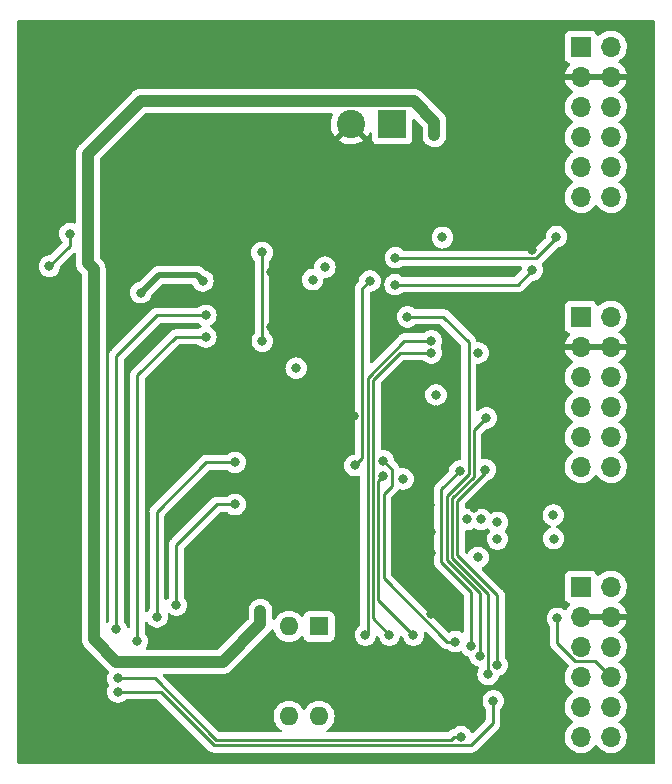
<source format=gbr>
%TF.GenerationSoftware,KiCad,Pcbnew,(5.99.0-12717-g57c7d663b0)*%
%TF.CreationDate,2021-10-22T19:22:41+02:00*%
%TF.ProjectId,video_converter,76696465-6f5f-4636-9f6e-766572746572,rev?*%
%TF.SameCoordinates,Original*%
%TF.FileFunction,Copper,L4,Bot*%
%TF.FilePolarity,Positive*%
%FSLAX46Y46*%
G04 Gerber Fmt 4.6, Leading zero omitted, Abs format (unit mm)*
G04 Created by KiCad (PCBNEW (5.99.0-12717-g57c7d663b0)) date 2021-10-22 19:22:41*
%MOMM*%
%LPD*%
G01*
G04 APERTURE LIST*
%TA.AperFunction,ComponentPad*%
%ADD10R,1.700000X1.700000*%
%TD*%
%TA.AperFunction,ComponentPad*%
%ADD11O,1.700000X1.700000*%
%TD*%
%TA.AperFunction,ComponentPad*%
%ADD12R,1.600000X1.600000*%
%TD*%
%TA.AperFunction,ComponentPad*%
%ADD13O,1.600000X1.600000*%
%TD*%
%TA.AperFunction,ComponentPad*%
%ADD14R,2.400000X2.400000*%
%TD*%
%TA.AperFunction,ComponentPad*%
%ADD15C,2.400000*%
%TD*%
%TA.AperFunction,ViaPad*%
%ADD16C,0.800000*%
%TD*%
%TA.AperFunction,Conductor*%
%ADD17C,0.250000*%
%TD*%
%TA.AperFunction,Conductor*%
%ADD18C,1.000000*%
%TD*%
%TA.AperFunction,Conductor*%
%ADD19C,0.500000*%
%TD*%
G04 APERTURE END LIST*
D10*
%TO.P,J3,1,Pin_1*%
%TO.N,+3V3*%
X162244000Y-59690000D03*
D11*
%TO.P,J3,2,Pin_2*%
X164784000Y-59690000D03*
%TO.P,J3,3,Pin_3*%
%TO.N,GND*%
X162244000Y-62230000D03*
%TO.P,J3,4,Pin_4*%
X164784000Y-62230000D03*
%TO.P,J3,5,Pin_5*%
%TO.N,Net-(J3-Pad5)*%
X162244000Y-64770000D03*
%TO.P,J3,6,Pin_6*%
%TO.N,Net-(J3-Pad6)*%
X164784000Y-64770000D03*
%TO.P,J3,7,Pin_7*%
%TO.N,Net-(J3-Pad7)*%
X162244000Y-67310000D03*
%TO.P,J3,8,Pin_8*%
%TO.N,Net-(J3-Pad8)*%
X164784000Y-67310000D03*
%TO.P,J3,9,Pin_9*%
%TO.N,Net-(J3-Pad9)*%
X162244000Y-69850000D03*
%TO.P,J3,10,Pin_10*%
%TO.N,Net-(J3-Pad10)*%
X164784000Y-69850000D03*
%TO.P,J3,11,Pin_11*%
%TO.N,Net-(J3-Pad11)*%
X162244000Y-72390000D03*
%TO.P,J3,12,Pin_12*%
%TO.N,Net-(J3-Pad12)*%
X164784000Y-72390000D03*
%TD*%
D12*
%TO.P,SW1,1*%
%TO.N,Net-(R7-Pad1)*%
X140086000Y-108754500D03*
D13*
%TO.P,SW1,2*%
%TO.N,Net-(R9-Pad1)*%
X137546000Y-108754500D03*
%TO.P,SW1,3*%
%TO.N,+3V3*%
X137546000Y-116374500D03*
%TO.P,SW1,4*%
X140086000Y-116374500D03*
%TD*%
D10*
%TO.P,J4,1,Pin_1*%
%TO.N,+3V3*%
X162244000Y-82550000D03*
D11*
%TO.P,J4,2,Pin_2*%
X164784000Y-82550000D03*
%TO.P,J4,3,Pin_3*%
%TO.N,GND*%
X162244000Y-85090000D03*
%TO.P,J4,4,Pin_4*%
X164784000Y-85090000D03*
%TO.P,J4,5,Pin_5*%
%TO.N,Net-(J4-Pad5)*%
X162244000Y-87630000D03*
%TO.P,J4,6,Pin_6*%
%TO.N,Net-(J4-Pad6)*%
X164784000Y-87630000D03*
%TO.P,J4,7,Pin_7*%
%TO.N,Net-(J4-Pad7)*%
X162244000Y-90170000D03*
%TO.P,J4,8,Pin_8*%
%TO.N,Net-(J4-Pad8)*%
X164784000Y-90170000D03*
%TO.P,J4,9,Pin_9*%
%TO.N,Net-(J4-Pad9)*%
X162244000Y-92710000D03*
%TO.P,J4,10,Pin_10*%
%TO.N,Net-(J4-Pad10)*%
X164784000Y-92710000D03*
%TO.P,J4,11,Pin_11*%
%TO.N,Net-(J4-Pad11)*%
X162244000Y-95250000D03*
%TO.P,J4,12,Pin_12*%
%TO.N,Net-(J4-Pad12)*%
X164784000Y-95250000D03*
%TD*%
D14*
%TO.P,J7,1,Pin_1*%
%TO.N,Net-(F1-Pad2)*%
X146276000Y-66232000D03*
D15*
%TO.P,J7,2,Pin_2*%
%TO.N,GND*%
X142776000Y-66232000D03*
%TD*%
D10*
%TO.P,J5,1,Pin_1*%
%TO.N,+3V3*%
X162244000Y-105410000D03*
D11*
%TO.P,J5,2,Pin_2*%
X164784000Y-105410000D03*
%TO.P,J5,3,Pin_3*%
%TO.N,GND*%
X162244000Y-107950000D03*
%TO.P,J5,4,Pin_4*%
X164784000Y-107950000D03*
%TO.P,J5,5,Pin_5*%
%TO.N,Net-(J5-Pad5)*%
X162244000Y-110490000D03*
%TO.P,J5,6,Pin_6*%
%TO.N,SDA*%
X164784000Y-110490000D03*
%TO.P,J5,7,Pin_7*%
%TO.N,Net-(J5-Pad7)*%
X162244000Y-113030000D03*
%TO.P,J5,8,Pin_8*%
%TO.N,SCLK*%
X164784000Y-113030000D03*
%TO.P,J5,9,Pin_9*%
%TO.N,Net-(J5-Pad9)*%
X162244000Y-115570000D03*
%TO.P,J5,10,Pin_10*%
%TO.N,Net-(J5-Pad10)*%
X164784000Y-115570000D03*
%TO.P,J5,11,Pin_11*%
%TO.N,Net-(J5-Pad11)*%
X162244000Y-118110000D03*
%TO.P,J5,12,Pin_12*%
%TO.N,RxD*%
X164784000Y-118110000D03*
%TD*%
D16*
%TO.N,GND*%
X129250000Y-110000000D03*
X129250000Y-113750000D03*
X115500000Y-69250000D03*
X115500000Y-59250000D03*
X167500000Y-59750000D03*
X167500000Y-72250000D03*
X167500000Y-82500000D03*
X167500000Y-95250000D03*
%TO.N,RxD*%
X119000000Y-75500000D03*
X123063000Y-113157000D03*
X117262299Y-78262299D03*
X152105500Y-118089020D03*
%TO.N,TxD*%
X123063000Y-114300000D03*
X154838400Y-115062000D03*
%TO.N,GND*%
X150520400Y-106451400D03*
X158877000Y-104267000D03*
X136424500Y-86767500D03*
X156845000Y-118110000D03*
X138455400Y-104800400D03*
X150622000Y-107696000D03*
X157734000Y-75184000D03*
X137821500Y-79348500D03*
X119507000Y-112395000D03*
X167500000Y-118000000D03*
X149343000Y-116595000D03*
X158154000Y-76874000D03*
X119507000Y-114300000D03*
X164312600Y-78587600D03*
X139827000Y-66675000D03*
X152250000Y-112250000D03*
X119000000Y-103750000D03*
X149504400Y-98475800D03*
X167500000Y-113000000D03*
X157734000Y-65151000D03*
X115500000Y-113000000D03*
X141986000Y-88138000D03*
X156845000Y-99695000D03*
X158242000Y-118110000D03*
X138480800Y-106299000D03*
X149987000Y-90424000D03*
X120000000Y-63750000D03*
X147202000Y-116595000D03*
X119507000Y-109474000D03*
X117602000Y-118491000D03*
X139827000Y-99060000D03*
X156945500Y-86386500D03*
X132731000Y-116570000D03*
X156921200Y-101422200D03*
X138176000Y-76454000D03*
X128000000Y-95000000D03*
X146812000Y-90932000D03*
X140462000Y-94234000D03*
X119507000Y-106426000D03*
X128000000Y-86750000D03*
X157734000Y-69850000D03*
X119507000Y-107442000D03*
X137346200Y-90356200D03*
X137578500Y-94869000D03*
X139827000Y-71120000D03*
X117000000Y-116250000D03*
X138280609Y-83100068D03*
X143039500Y-90932000D03*
X149580600Y-107696000D03*
X156845000Y-81407000D03*
X135979500Y-78740000D03*
X118491000Y-70104000D03*
X125250000Y-77500000D03*
X135255000Y-85979000D03*
X154405500Y-63399500D03*
X129794000Y-75438000D03*
X147346500Y-99033500D03*
X134620000Y-75057000D03*
X141605000Y-102743000D03*
X129500000Y-91250000D03*
X158000000Y-115750000D03*
X120000000Y-66750000D03*
X149987000Y-86995000D03*
X129000000Y-119500000D03*
X141097000Y-80391000D03*
X152754500Y-78648066D03*
X137795000Y-98425000D03*
X128270000Y-99568000D03*
X119500000Y-89000000D03*
X154659500Y-93064500D03*
X119507000Y-110363000D03*
X145669000Y-83312000D03*
X157734000Y-98044000D03*
X121285000Y-118491000D03*
X153212800Y-98704400D03*
X136022201Y-83433799D03*
X157607000Y-92837000D03*
X166039800Y-100304600D03*
X145025000Y-116595000D03*
X125750000Y-61500000D03*
X124079000Y-86487000D03*
X119507000Y-108458000D03*
X119507000Y-111379000D03*
X149555200Y-102514400D03*
X119500000Y-99000000D03*
X119500000Y-83500000D03*
X147320000Y-87884000D03*
X149555200Y-100761800D03*
%TO.N,+12V*%
X149860000Y-67183000D03*
X128250000Y-64250000D03*
X149860000Y-66134000D03*
X135128000Y-107442000D03*
X135128000Y-108585000D03*
X121000000Y-78500000D03*
X129250000Y-64250000D03*
%TO.N,XTAL1*%
X146550235Y-77546200D03*
X160182441Y-75759932D03*
%TO.N,XTAL*%
X158154000Y-78574000D03*
X146522400Y-79822086D03*
%TO.N,SCLK*%
X160274000Y-108077000D03*
%TO.N,VDD*%
X153543000Y-102920800D03*
X139546500Y-79401500D03*
X138149500Y-86894500D03*
X140575750Y-78345750D03*
X155194000Y-101346000D03*
X155194000Y-99949000D03*
X150533700Y-75819000D03*
X153797000Y-99695000D03*
X147193000Y-96266000D03*
X152654000Y-99695000D03*
%TO.N,+3V3*%
X159918400Y-99339400D03*
X159943800Y-101320600D03*
X149987000Y-89154000D03*
X153543000Y-85598000D03*
%TO.N,Y_out*%
X130500000Y-82423000D03*
X122936000Y-108966000D03*
%TO.N,Pb_out*%
X132969000Y-94869000D03*
X126365000Y-107950000D03*
%TO.N,Pr_out*%
X128016000Y-106934000D03*
X132969000Y-98425000D03*
%TO.N,Net-(R3-Pad1)*%
X149606000Y-84582000D03*
X144018000Y-109474000D03*
%TO.N,Net-(R4-Pad1)*%
X149606000Y-85598000D03*
X146050000Y-109474000D03*
%TO.N,Net-(R5-Pad2)*%
X145529900Y-96012000D03*
X148082000Y-109474000D03*
%TO.N,Net-(R6-Pad2)*%
X145542000Y-94742000D03*
X151638000Y-110039989D03*
%TO.N,Net-(C19-Pad2)*%
X135280400Y-84607400D03*
X135255000Y-77089000D03*
%TO.N,VBS_OUT2*%
X125000000Y-80500000D03*
X130250000Y-79500000D03*
%TO.N,VBS_OUT1*%
X124714000Y-109982000D03*
X130500000Y-84250000D03*
%TO.N,Net-(R9-Pad1)*%
X144399000Y-79502000D03*
X143123380Y-95123000D03*
%TO.N,Net-(RN5-Pad1)*%
X152957600Y-110439200D03*
X152019000Y-95589940D03*
%TO.N,Net-(RN5-Pad2)*%
X147574000Y-82550000D03*
X153682100Y-111226600D03*
%TO.N,Net-(RN5-Pad3)*%
X154173162Y-95499162D03*
X155168600Y-112014000D03*
%TO.N,Net-(RN5-Pad4)*%
X154406600Y-112826800D03*
X154250562Y-91113438D03*
%TD*%
D17*
%TO.N,RxD*%
X151531980Y-118089020D02*
X152105500Y-118089020D01*
X119000000Y-76524598D02*
X117262299Y-78262299D01*
X131386520Y-118364000D02*
X151257000Y-118364000D01*
X151257000Y-118364000D02*
X151531980Y-118089020D01*
X119000000Y-75500000D02*
X119000000Y-76524598D01*
X123063000Y-113157000D02*
X126179520Y-113157000D01*
X126179520Y-113157000D02*
X131386520Y-118364000D01*
%TO.N,TxD*%
X131200323Y-118813520D02*
X152966480Y-118813520D01*
X126686803Y-114300000D02*
X131200323Y-118813520D01*
X154813000Y-115087400D02*
X154838400Y-115062000D01*
X152966480Y-118813520D02*
X154813000Y-116967000D01*
X123063000Y-114300000D02*
X126686803Y-114300000D01*
X154813000Y-116967000D02*
X154813000Y-115087400D01*
D18*
%TO.N,+12V*%
X131953000Y-111760000D02*
X135128000Y-108585000D01*
X129250000Y-64250000D02*
X129262000Y-64262000D01*
X149860000Y-66016978D02*
X149860000Y-67183000D01*
X121000000Y-109824000D02*
X122936000Y-111760000D01*
X122936000Y-111760000D02*
X131953000Y-111760000D01*
X121000000Y-78500000D02*
X121000000Y-109824000D01*
X120500000Y-68750000D02*
X120500000Y-78000000D01*
X149860000Y-66134000D02*
X149860000Y-67183000D01*
X129262000Y-64262000D02*
X148105022Y-64262000D01*
X128250000Y-64250000D02*
X125000000Y-64250000D01*
X120500000Y-78000000D02*
X121000000Y-78500000D01*
X148105022Y-64262000D02*
X149860000Y-66016978D01*
X135128000Y-108585000D02*
X135128000Y-107442000D01*
X125000000Y-64250000D02*
X120500000Y-68750000D01*
X129250000Y-64250000D02*
X128250000Y-64250000D01*
D17*
%TO.N,XTAL1*%
X160182441Y-75759932D02*
X160182441Y-75870173D01*
X146602546Y-77598511D02*
X146550235Y-77546200D01*
X158454103Y-77598511D02*
X146602546Y-77598511D01*
X160182441Y-75870173D02*
X158454103Y-77598511D01*
%TO.N,XTAL*%
X156905914Y-79822086D02*
X146522400Y-79822086D01*
X158154000Y-78574000D02*
X156905914Y-79822086D01*
%TO.N,SCLK*%
X160274000Y-110181010D02*
X161757501Y-111664511D01*
X161757501Y-111664511D02*
X163418511Y-111664511D01*
X160274000Y-108077000D02*
X160274000Y-110181010D01*
X163418511Y-111664511D02*
X164784000Y-113030000D01*
%TO.N,Y_out*%
X126365000Y-82423000D02*
X122936000Y-85852000D01*
X130500000Y-82423000D02*
X126365000Y-82423000D01*
X122936000Y-85852000D02*
X122936000Y-108966000D01*
%TO.N,Pb_out*%
X126365000Y-99060000D02*
X130556000Y-94869000D01*
X126365000Y-107950000D02*
X126365000Y-99060000D01*
X130556000Y-94869000D02*
X132969000Y-94869000D01*
%TO.N,Pr_out*%
X128016000Y-101854000D02*
X131445000Y-98425000D01*
X131445000Y-98425000D02*
X132969000Y-98425000D01*
X128016000Y-106934000D02*
X128016000Y-101854000D01*
%TO.N,Net-(R3-Pad1)*%
X144018000Y-109474000D02*
X144213520Y-109278480D01*
X144213520Y-109278480D02*
X144213520Y-87688480D01*
X144213520Y-87688480D02*
X147320000Y-84582000D01*
X147320000Y-84582000D02*
X149606000Y-84582000D01*
%TO.N,Net-(R4-Pad1)*%
X144663040Y-108087040D02*
X144663040Y-87874678D01*
X146050000Y-109474000D02*
X144663040Y-108087040D01*
X146939718Y-85598000D02*
X149606000Y-85598000D01*
X144663040Y-87874678D02*
X146939718Y-85598000D01*
%TO.N,Net-(R5-Pad2)*%
X148082000Y-109474000D02*
X145112560Y-106504560D01*
X145112560Y-105664000D02*
X145112560Y-96429340D01*
X145112560Y-106504560D02*
X145112560Y-105664000D01*
X145112560Y-96429340D02*
X145529900Y-96012000D01*
%TO.N,Net-(R6-Pad2)*%
X146254411Y-96843669D02*
X146254411Y-95454411D01*
X150899975Y-110039989D02*
X145562080Y-104702094D01*
X146254411Y-95454411D02*
X145542000Y-94742000D01*
X145562080Y-97536000D02*
X146254411Y-96843669D01*
X151638000Y-110039989D02*
X150899975Y-110039989D01*
X145562080Y-104702094D02*
X145562080Y-97536000D01*
%TO.N,Net-(C19-Pad2)*%
X135255000Y-84582000D02*
X135280400Y-84607400D01*
X135255000Y-77089000D02*
X135255000Y-84582000D01*
D19*
%TO.N,VBS_OUT2*%
X129750000Y-79000000D02*
X130250000Y-79500000D01*
X126500000Y-79000000D02*
X129750000Y-79000000D01*
X125000000Y-80500000D02*
X126500000Y-79000000D01*
D17*
%TO.N,VBS_OUT1*%
X130500000Y-84250000D02*
X127967000Y-84250000D01*
X127967000Y-84250000D02*
X124714000Y-87503000D01*
X124714000Y-87503000D02*
X124714000Y-109982000D01*
%TO.N,Net-(R9-Pad1)*%
X144399000Y-79502000D02*
X143764000Y-80137000D01*
X143764000Y-94482380D02*
X143123380Y-95123000D01*
X143764000Y-80137000D02*
X143764000Y-94482380D01*
%TO.N,Net-(RN5-Pad1)*%
X152957600Y-110439200D02*
X152957600Y-105817354D01*
X152957600Y-105817354D02*
X150441840Y-103301591D01*
X150441840Y-97167100D02*
X152019000Y-95589940D01*
X150441840Y-103301591D02*
X150441840Y-97167100D01*
%TO.N,Net-(RN5-Pad2)*%
X153682100Y-111226600D02*
X153682100Y-105906136D01*
X152743511Y-84671511D02*
X150622000Y-82550000D01*
X150622000Y-82550000D02*
X147574000Y-82550000D01*
X150891360Y-103115394D02*
X150891360Y-97742194D01*
X150891360Y-97742194D02*
X152743511Y-95890043D01*
X153682100Y-105906136D02*
X150891360Y-103115394D01*
X152743511Y-95890043D02*
X152743511Y-84671511D01*
%TO.N,Net-(RN5-Pad3)*%
X151790400Y-98114590D02*
X154173162Y-95731828D01*
X151790400Y-102743000D02*
X151790400Y-98114590D01*
X155168600Y-112014000D02*
X155168600Y-106121200D01*
X155168600Y-106121200D02*
X151790400Y-102743000D01*
X154173162Y-95731828D02*
X154173162Y-95499162D01*
%TO.N,Net-(RN5-Pad4)*%
X154406600Y-105994918D02*
X151340880Y-102929197D01*
X151340880Y-97928392D02*
X153193031Y-96076241D01*
X153193031Y-96076241D02*
X153193031Y-92170969D01*
X153193031Y-92170969D02*
X154250562Y-91113438D01*
X151340880Y-102929197D02*
X151340880Y-97928392D01*
X154406600Y-112826800D02*
X154406600Y-105994918D01*
%TD*%
%TA.AperFunction,Conductor*%
%TO.N,GND*%
G36*
X168471121Y-57424002D02*
G01*
X168517614Y-57477658D01*
X168529000Y-57530000D01*
X168529000Y-120270000D01*
X168508998Y-120338121D01*
X168455342Y-120384614D01*
X168403000Y-120396000D01*
X114680000Y-120396000D01*
X114611879Y-120375998D01*
X114565386Y-120322342D01*
X114554000Y-120270000D01*
X114554000Y-78262299D01*
X116348795Y-78262299D01*
X116349485Y-78268864D01*
X116366940Y-78434936D01*
X116368757Y-78452227D01*
X116427772Y-78633855D01*
X116523259Y-78799243D01*
X116527677Y-78804150D01*
X116527678Y-78804151D01*
X116646624Y-78936254D01*
X116651046Y-78941165D01*
X116805547Y-79053417D01*
X116811575Y-79056101D01*
X116811577Y-79056102D01*
X116921912Y-79105226D01*
X116980011Y-79131093D01*
X117060168Y-79148131D01*
X117160355Y-79169427D01*
X117160360Y-79169427D01*
X117166812Y-79170799D01*
X117357786Y-79170799D01*
X117364238Y-79169427D01*
X117364243Y-79169427D01*
X117464430Y-79148131D01*
X117544587Y-79131093D01*
X117602686Y-79105226D01*
X117713021Y-79056102D01*
X117713023Y-79056101D01*
X117719051Y-79053417D01*
X117873552Y-78941165D01*
X117877974Y-78936254D01*
X117996920Y-78804151D01*
X117996921Y-78804150D01*
X118001339Y-78799243D01*
X118096826Y-78633855D01*
X118155841Y-78452227D01*
X118157659Y-78434936D01*
X118166091Y-78354702D01*
X118173206Y-78287005D01*
X118200219Y-78221349D01*
X118209421Y-78211081D01*
X119276405Y-77144097D01*
X119338717Y-77110071D01*
X119409532Y-77115136D01*
X119466368Y-77157683D01*
X119491179Y-77224203D01*
X119491500Y-77233192D01*
X119491500Y-77938157D01*
X119490763Y-77951764D01*
X119487644Y-77980479D01*
X119486676Y-77989388D01*
X119487213Y-77995523D01*
X119491050Y-78039388D01*
X119491379Y-78044214D01*
X119491500Y-78046686D01*
X119491500Y-78049769D01*
X119491801Y-78052837D01*
X119495690Y-78092506D01*
X119495812Y-78093819D01*
X119497959Y-78118357D01*
X119503913Y-78186413D01*
X119505400Y-78191532D01*
X119505920Y-78196833D01*
X119532791Y-78285834D01*
X119533126Y-78286967D01*
X119555701Y-78364667D01*
X119559091Y-78376336D01*
X119561544Y-78381068D01*
X119563084Y-78386169D01*
X119565978Y-78391612D01*
X119606731Y-78468260D01*
X119607343Y-78469426D01*
X119628940Y-78511089D01*
X119650108Y-78551926D01*
X119653431Y-78556089D01*
X119655934Y-78560796D01*
X119714755Y-78632918D01*
X119715446Y-78633774D01*
X119746738Y-78672973D01*
X119749242Y-78675477D01*
X119749884Y-78676195D01*
X119753585Y-78680528D01*
X119780935Y-78714062D01*
X119785683Y-78717990D01*
X119785684Y-78717991D01*
X119816263Y-78743288D01*
X119825042Y-78751277D01*
X119954595Y-78880830D01*
X119988621Y-78943142D01*
X119991500Y-78969925D01*
X119991500Y-109762157D01*
X119990763Y-109775764D01*
X119988279Y-109798635D01*
X119986676Y-109813388D01*
X119987213Y-109819523D01*
X119991050Y-109863388D01*
X119991379Y-109868214D01*
X119991500Y-109870686D01*
X119991500Y-109873769D01*
X119991801Y-109876837D01*
X119995690Y-109916506D01*
X119995807Y-109917761D01*
X120003913Y-110010413D01*
X120005400Y-110015532D01*
X120005920Y-110020833D01*
X120032791Y-110109834D01*
X120033126Y-110110967D01*
X120056947Y-110192955D01*
X120059091Y-110200336D01*
X120061544Y-110205068D01*
X120063084Y-110210169D01*
X120065978Y-110215612D01*
X120106731Y-110292260D01*
X120107343Y-110293426D01*
X120131385Y-110339807D01*
X120150108Y-110375926D01*
X120153431Y-110380089D01*
X120155934Y-110384796D01*
X120214755Y-110456918D01*
X120215446Y-110457774D01*
X120246738Y-110496973D01*
X120249242Y-110499477D01*
X120249884Y-110500195D01*
X120253585Y-110504528D01*
X120280935Y-110538062D01*
X120285682Y-110541989D01*
X120285684Y-110541991D01*
X120316262Y-110567287D01*
X120325042Y-110575277D01*
X122179149Y-112429384D01*
X122188251Y-112439527D01*
X122211968Y-112469025D01*
X122250446Y-112501312D01*
X122254062Y-112504467D01*
X122255889Y-112506124D01*
X122258074Y-112508309D01*
X122260450Y-112510260D01*
X122260468Y-112510277D01*
X122263963Y-112513148D01*
X122303903Y-112571845D01*
X122305768Y-112642817D01*
X122293100Y-112673507D01*
X122235781Y-112772787D01*
X122228473Y-112785444D01*
X122169458Y-112967072D01*
X122168768Y-112973633D01*
X122168768Y-112973635D01*
X122150186Y-113150435D01*
X122149496Y-113157000D01*
X122150186Y-113163565D01*
X122166946Y-113323023D01*
X122169458Y-113346928D01*
X122228473Y-113528556D01*
X122295481Y-113644616D01*
X122307538Y-113665500D01*
X122324276Y-113734495D01*
X122307538Y-113791499D01*
X122228473Y-113928444D01*
X122169458Y-114110072D01*
X122168768Y-114116633D01*
X122168768Y-114116635D01*
X122160720Y-114193206D01*
X122149496Y-114300000D01*
X122150186Y-114306565D01*
X122163381Y-114432104D01*
X122169458Y-114489928D01*
X122228473Y-114671556D01*
X122231776Y-114677278D01*
X122231777Y-114677279D01*
X122251903Y-114712138D01*
X122323960Y-114836944D01*
X122328378Y-114841851D01*
X122328379Y-114841852D01*
X122400087Y-114921492D01*
X122451747Y-114978866D01*
X122550843Y-115050864D01*
X122594223Y-115082381D01*
X122606248Y-115091118D01*
X122612276Y-115093802D01*
X122612278Y-115093803D01*
X122706426Y-115135720D01*
X122780712Y-115168794D01*
X122874112Y-115188647D01*
X122961056Y-115207128D01*
X122961061Y-115207128D01*
X122967513Y-115208500D01*
X123158487Y-115208500D01*
X123164939Y-115207128D01*
X123164944Y-115207128D01*
X123251888Y-115188647D01*
X123345288Y-115168794D01*
X123419574Y-115135720D01*
X123513722Y-115093803D01*
X123513724Y-115093802D01*
X123519752Y-115091118D01*
X123531778Y-115082381D01*
X123652671Y-114994546D01*
X123674253Y-114978866D01*
X123678668Y-114973963D01*
X123683580Y-114969540D01*
X123684705Y-114970789D01*
X123738014Y-114937949D01*
X123771200Y-114933500D01*
X126372209Y-114933500D01*
X126440330Y-114953502D01*
X126461304Y-114970405D01*
X130696666Y-119205767D01*
X130704210Y-119214057D01*
X130708323Y-119220538D01*
X130714100Y-119225963D01*
X130757990Y-119267178D01*
X130760832Y-119269933D01*
X130780553Y-119289654D01*
X130783748Y-119292132D01*
X130792770Y-119299838D01*
X130825002Y-119330106D01*
X130831951Y-119333926D01*
X130842755Y-119339866D01*
X130859279Y-119350719D01*
X130875282Y-119363133D01*
X130915866Y-119380696D01*
X130926496Y-119385903D01*
X130965263Y-119407215D01*
X130972940Y-119409186D01*
X130972945Y-119409188D01*
X130984881Y-119412252D01*
X131003589Y-119418657D01*
X131022178Y-119426701D01*
X131030006Y-119427941D01*
X131030013Y-119427943D01*
X131065847Y-119433619D01*
X131077467Y-119436025D01*
X131109282Y-119444193D01*
X131120293Y-119447020D01*
X131140547Y-119447020D01*
X131160257Y-119448571D01*
X131180266Y-119451740D01*
X131188158Y-119450994D01*
X131206903Y-119449222D01*
X131224285Y-119447579D01*
X131236142Y-119447020D01*
X152887713Y-119447020D01*
X152898896Y-119447547D01*
X152906389Y-119449222D01*
X152914315Y-119448973D01*
X152914316Y-119448973D01*
X152974466Y-119447082D01*
X152978425Y-119447020D01*
X153006336Y-119447020D01*
X153010271Y-119446523D01*
X153010336Y-119446515D01*
X153022173Y-119445582D01*
X153054431Y-119444568D01*
X153058450Y-119444442D01*
X153066369Y-119444193D01*
X153085823Y-119438541D01*
X153105180Y-119434533D01*
X153117410Y-119432988D01*
X153117411Y-119432988D01*
X153125277Y-119431994D01*
X153132648Y-119429075D01*
X153132650Y-119429075D01*
X153166392Y-119415716D01*
X153177622Y-119411871D01*
X153212463Y-119401749D01*
X153212464Y-119401749D01*
X153220073Y-119399538D01*
X153226892Y-119395505D01*
X153226897Y-119395503D01*
X153237508Y-119389227D01*
X153255256Y-119380532D01*
X153274097Y-119373072D01*
X153294467Y-119358273D01*
X153309867Y-119347084D01*
X153319787Y-119340568D01*
X153351015Y-119322100D01*
X153351018Y-119322098D01*
X153357842Y-119318062D01*
X153372163Y-119303741D01*
X153387197Y-119290900D01*
X153388912Y-119289654D01*
X153403587Y-119278992D01*
X153431778Y-119244915D01*
X153439768Y-119236136D01*
X155205247Y-117470657D01*
X155213537Y-117463113D01*
X155220018Y-117459000D01*
X155266659Y-117409332D01*
X155269413Y-117406491D01*
X155289135Y-117386769D01*
X155291612Y-117383576D01*
X155299317Y-117374555D01*
X155324159Y-117348100D01*
X155329586Y-117342321D01*
X155333407Y-117335371D01*
X155339346Y-117324568D01*
X155350202Y-117308041D01*
X155357757Y-117298302D01*
X155357758Y-117298300D01*
X155362614Y-117292040D01*
X155380174Y-117251460D01*
X155385391Y-117240812D01*
X155402875Y-117209009D01*
X155402876Y-117209007D01*
X155406695Y-117202060D01*
X155411733Y-117182437D01*
X155418137Y-117163734D01*
X155423033Y-117152420D01*
X155423033Y-117152419D01*
X155426181Y-117145145D01*
X155427420Y-117137322D01*
X155427423Y-117137312D01*
X155433099Y-117101476D01*
X155435505Y-117089856D01*
X155444528Y-117054711D01*
X155444528Y-117054710D01*
X155446500Y-117047030D01*
X155446500Y-117026776D01*
X155448051Y-117007065D01*
X155449980Y-116994886D01*
X155451220Y-116987057D01*
X155447059Y-116943038D01*
X155446500Y-116931181D01*
X155446500Y-115792734D01*
X155466502Y-115724613D01*
X155478864Y-115708424D01*
X155573021Y-115603852D01*
X155573022Y-115603851D01*
X155577440Y-115598944D01*
X155672927Y-115433556D01*
X155731942Y-115251928D01*
X155733514Y-115236977D01*
X155751214Y-115068565D01*
X155751904Y-115062000D01*
X155751214Y-115055435D01*
X155732632Y-114878635D01*
X155732632Y-114878633D01*
X155731942Y-114872072D01*
X155672927Y-114690444D01*
X155577440Y-114525056D01*
X155551464Y-114496206D01*
X155454075Y-114388045D01*
X155454074Y-114388044D01*
X155449653Y-114383134D01*
X155335229Y-114300000D01*
X155300494Y-114274763D01*
X155300493Y-114274762D01*
X155295152Y-114270882D01*
X155289124Y-114268198D01*
X155289122Y-114268197D01*
X155126719Y-114195891D01*
X155126718Y-114195891D01*
X155120688Y-114193206D01*
X155027287Y-114173353D01*
X154940344Y-114154872D01*
X154940339Y-114154872D01*
X154933887Y-114153500D01*
X154742913Y-114153500D01*
X154736461Y-114154872D01*
X154736456Y-114154872D01*
X154649513Y-114173353D01*
X154556112Y-114193206D01*
X154550082Y-114195891D01*
X154550081Y-114195891D01*
X154387678Y-114268197D01*
X154387676Y-114268198D01*
X154381648Y-114270882D01*
X154376307Y-114274762D01*
X154376306Y-114274763D01*
X154341571Y-114300000D01*
X154227147Y-114383134D01*
X154222726Y-114388044D01*
X154222725Y-114388045D01*
X154125337Y-114496206D01*
X154099360Y-114525056D01*
X154003873Y-114690444D01*
X153944858Y-114872072D01*
X153944168Y-114878633D01*
X153944168Y-114878635D01*
X153925586Y-115055435D01*
X153924896Y-115062000D01*
X153925586Y-115068565D01*
X153943287Y-115236977D01*
X153944858Y-115251928D01*
X154003873Y-115433556D01*
X154099360Y-115598944D01*
X154147138Y-115652007D01*
X154177854Y-115716013D01*
X154179500Y-115736315D01*
X154179500Y-116652406D01*
X154159498Y-116720527D01*
X154142595Y-116741501D01*
X153138948Y-117745147D01*
X153076636Y-117779173D01*
X153005820Y-117774108D01*
X152948985Y-117731561D01*
X152940538Y-117717169D01*
X152940027Y-117717464D01*
X152892191Y-117634610D01*
X152844540Y-117552076D01*
X152828382Y-117534130D01*
X152721175Y-117415065D01*
X152721174Y-117415064D01*
X152716753Y-117410154D01*
X152613823Y-117335371D01*
X152567594Y-117301783D01*
X152567593Y-117301782D01*
X152562252Y-117297902D01*
X152556224Y-117295218D01*
X152556222Y-117295217D01*
X152393819Y-117222911D01*
X152393818Y-117222911D01*
X152387788Y-117220226D01*
X152266198Y-117194381D01*
X152207444Y-117181892D01*
X152207439Y-117181892D01*
X152200987Y-117180520D01*
X152010013Y-117180520D01*
X152003561Y-117181892D01*
X152003556Y-117181892D01*
X151944802Y-117194381D01*
X151823212Y-117220226D01*
X151817182Y-117222911D01*
X151817181Y-117222911D01*
X151654778Y-117295217D01*
X151654776Y-117295218D01*
X151648748Y-117297902D01*
X151643407Y-117301782D01*
X151643406Y-117301783D01*
X151587611Y-117342321D01*
X151494247Y-117410154D01*
X151489833Y-117415056D01*
X151489832Y-117415057D01*
X151481516Y-117424293D01*
X151423028Y-117460980D01*
X151412627Y-117464001D01*
X151393286Y-117468006D01*
X151381048Y-117469552D01*
X151381046Y-117469553D01*
X151373183Y-117470546D01*
X151332066Y-117486826D01*
X151320865Y-117490661D01*
X151278386Y-117503002D01*
X151271567Y-117507035D01*
X151271562Y-117507037D01*
X151260951Y-117513313D01*
X151243201Y-117522010D01*
X151224363Y-117529468D01*
X151217947Y-117534129D01*
X151217946Y-117534130D01*
X151188605Y-117555448D01*
X151178681Y-117561967D01*
X151147440Y-117580442D01*
X151147435Y-117580446D01*
X151140617Y-117584478D01*
X151126293Y-117598802D01*
X151111261Y-117611641D01*
X151094873Y-117623548D01*
X151085722Y-117634610D01*
X151066692Y-117657613D01*
X151058702Y-117666393D01*
X151031500Y-117693595D01*
X150969188Y-117727621D01*
X150942405Y-117730500D01*
X140830353Y-117730500D01*
X140762232Y-117710498D01*
X140715739Y-117656842D01*
X140705635Y-117586568D01*
X140735129Y-117521988D01*
X140758082Y-117501287D01*
X140925789Y-117383857D01*
X140925792Y-117383855D01*
X140930300Y-117380698D01*
X141092198Y-117218800D01*
X141109297Y-117194381D01*
X141182486Y-117089856D01*
X141223523Y-117031249D01*
X141225846Y-117026267D01*
X141225849Y-117026262D01*
X141317961Y-116828725D01*
X141317961Y-116828724D01*
X141320284Y-116823743D01*
X141326824Y-116799338D01*
X141378119Y-116607902D01*
X141378119Y-116607900D01*
X141379543Y-116602587D01*
X141399498Y-116374500D01*
X141379543Y-116146413D01*
X141320284Y-115925257D01*
X141241805Y-115756957D01*
X141225849Y-115722738D01*
X141225846Y-115722733D01*
X141223523Y-115717751D01*
X141122423Y-115573365D01*
X141095357Y-115534711D01*
X141095355Y-115534708D01*
X141092198Y-115530200D01*
X140930300Y-115368302D01*
X140925792Y-115365145D01*
X140925789Y-115365143D01*
X140754728Y-115245365D01*
X140742749Y-115236977D01*
X140737767Y-115234654D01*
X140737762Y-115234651D01*
X140540225Y-115142539D01*
X140540224Y-115142539D01*
X140535243Y-115140216D01*
X140529935Y-115138794D01*
X140529933Y-115138793D01*
X140319402Y-115082381D01*
X140319400Y-115082381D01*
X140314087Y-115080957D01*
X140086000Y-115061002D01*
X139857913Y-115080957D01*
X139852600Y-115082381D01*
X139852598Y-115082381D01*
X139642067Y-115138793D01*
X139642065Y-115138794D01*
X139636757Y-115140216D01*
X139631776Y-115142539D01*
X139631775Y-115142539D01*
X139434238Y-115234651D01*
X139434233Y-115234654D01*
X139429251Y-115236977D01*
X139417272Y-115245365D01*
X139246211Y-115365143D01*
X139246208Y-115365145D01*
X139241700Y-115368302D01*
X139079802Y-115530200D01*
X139076645Y-115534708D01*
X139076643Y-115534711D01*
X139049577Y-115573365D01*
X138948477Y-115717751D01*
X138946154Y-115722733D01*
X138946151Y-115722738D01*
X138930195Y-115756957D01*
X138883278Y-115810242D01*
X138815001Y-115829703D01*
X138747041Y-115809161D01*
X138701805Y-115756957D01*
X138685849Y-115722738D01*
X138685846Y-115722733D01*
X138683523Y-115717751D01*
X138582423Y-115573365D01*
X138555357Y-115534711D01*
X138555355Y-115534708D01*
X138552198Y-115530200D01*
X138390300Y-115368302D01*
X138385792Y-115365145D01*
X138385789Y-115365143D01*
X138214728Y-115245365D01*
X138202749Y-115236977D01*
X138197767Y-115234654D01*
X138197762Y-115234651D01*
X138000225Y-115142539D01*
X138000224Y-115142539D01*
X137995243Y-115140216D01*
X137989935Y-115138794D01*
X137989933Y-115138793D01*
X137779402Y-115082381D01*
X137779400Y-115082381D01*
X137774087Y-115080957D01*
X137546000Y-115061002D01*
X137317913Y-115080957D01*
X137312600Y-115082381D01*
X137312598Y-115082381D01*
X137102067Y-115138793D01*
X137102065Y-115138794D01*
X137096757Y-115140216D01*
X137091776Y-115142539D01*
X137091775Y-115142539D01*
X136894238Y-115234651D01*
X136894233Y-115234654D01*
X136889251Y-115236977D01*
X136877272Y-115245365D01*
X136706211Y-115365143D01*
X136706208Y-115365145D01*
X136701700Y-115368302D01*
X136539802Y-115530200D01*
X136536645Y-115534708D01*
X136536643Y-115534711D01*
X136509577Y-115573365D01*
X136408477Y-115717751D01*
X136406154Y-115722733D01*
X136406151Y-115722738D01*
X136390195Y-115756957D01*
X136311716Y-115925257D01*
X136252457Y-116146413D01*
X136232502Y-116374500D01*
X136252457Y-116602587D01*
X136253881Y-116607900D01*
X136253881Y-116607902D01*
X136305177Y-116799338D01*
X136311716Y-116823743D01*
X136314039Y-116828724D01*
X136314039Y-116828725D01*
X136406151Y-117026262D01*
X136406154Y-117026267D01*
X136408477Y-117031249D01*
X136449514Y-117089856D01*
X136522704Y-117194381D01*
X136539802Y-117218800D01*
X136701700Y-117380698D01*
X136706208Y-117383855D01*
X136706211Y-117383857D01*
X136873918Y-117501287D01*
X136918246Y-117556744D01*
X136925555Y-117627364D01*
X136893524Y-117690724D01*
X136832323Y-117726709D01*
X136801647Y-117730500D01*
X131701114Y-117730500D01*
X131632993Y-117710498D01*
X131612019Y-117693595D01*
X126902020Y-112983595D01*
X126867994Y-112921283D01*
X126873059Y-112850468D01*
X126915606Y-112793632D01*
X126982126Y-112768821D01*
X126991115Y-112768500D01*
X131891157Y-112768500D01*
X131904764Y-112769237D01*
X131936262Y-112772659D01*
X131936267Y-112772659D01*
X131942388Y-112773324D01*
X131968638Y-112771027D01*
X131992388Y-112768950D01*
X131997214Y-112768621D01*
X131999686Y-112768500D01*
X132002769Y-112768500D01*
X132014738Y-112767326D01*
X132045506Y-112764310D01*
X132046819Y-112764188D01*
X132091084Y-112760315D01*
X132139413Y-112756087D01*
X132144532Y-112754600D01*
X132149833Y-112754080D01*
X132238834Y-112727209D01*
X132239967Y-112726874D01*
X132323414Y-112702630D01*
X132323418Y-112702628D01*
X132329336Y-112700909D01*
X132334068Y-112698456D01*
X132339169Y-112696916D01*
X132383196Y-112673507D01*
X132421260Y-112653269D01*
X132422426Y-112652657D01*
X132499453Y-112612729D01*
X132504926Y-112609892D01*
X132509089Y-112606569D01*
X132513796Y-112604066D01*
X132585941Y-112545226D01*
X132586774Y-112544554D01*
X132625973Y-112513262D01*
X132628477Y-112510758D01*
X132629195Y-112510116D01*
X132633528Y-112506415D01*
X132667062Y-112479065D01*
X132686769Y-112455244D01*
X132696287Y-112443738D01*
X132704277Y-112434958D01*
X135797379Y-109341855D01*
X135807522Y-109332753D01*
X135832218Y-109312897D01*
X135837025Y-109309032D01*
X135869292Y-109270578D01*
X135872472Y-109266931D01*
X135874115Y-109265119D01*
X135876309Y-109262925D01*
X135903642Y-109229651D01*
X135904348Y-109228800D01*
X135914413Y-109216806D01*
X135964154Y-109157526D01*
X135966722Y-109152856D01*
X135970103Y-109148739D01*
X136013977Y-109066914D01*
X136014606Y-109065755D01*
X136038500Y-109022291D01*
X136088845Y-108972232D01*
X136158261Y-108957338D01*
X136224711Y-108982338D01*
X136267096Y-109039295D01*
X136270622Y-109050378D01*
X136311716Y-109203743D01*
X136314039Y-109208724D01*
X136314039Y-109208725D01*
X136406151Y-109406262D01*
X136406153Y-109406266D01*
X136408477Y-109411249D01*
X136464773Y-109491648D01*
X136517902Y-109567523D01*
X136539802Y-109598800D01*
X136701700Y-109760698D01*
X136706208Y-109763855D01*
X136706211Y-109763857D01*
X136747542Y-109792797D01*
X136889251Y-109892023D01*
X136894233Y-109894346D01*
X136894238Y-109894349D01*
X137091775Y-109986461D01*
X137096757Y-109988784D01*
X137102065Y-109990206D01*
X137102067Y-109990207D01*
X137312598Y-110046619D01*
X137312600Y-110046619D01*
X137317913Y-110048043D01*
X137546000Y-110067998D01*
X137774087Y-110048043D01*
X137779400Y-110046619D01*
X137779402Y-110046619D01*
X137989933Y-109990207D01*
X137989935Y-109990206D01*
X137995243Y-109988784D01*
X138000225Y-109986461D01*
X138197762Y-109894349D01*
X138197767Y-109894346D01*
X138202749Y-109892023D01*
X138344458Y-109792797D01*
X138385789Y-109763857D01*
X138385792Y-109763855D01*
X138390300Y-109760698D01*
X138552198Y-109598800D01*
X138555357Y-109594289D01*
X138558892Y-109590076D01*
X138560026Y-109591027D01*
X138610071Y-109551029D01*
X138680690Y-109543724D01*
X138744049Y-109575758D01*
X138780030Y-109636962D01*
X138783082Y-109654017D01*
X138784255Y-109664816D01*
X138835385Y-109801205D01*
X138922739Y-109917761D01*
X139039295Y-110005115D01*
X139175684Y-110056245D01*
X139237866Y-110063000D01*
X140934134Y-110063000D01*
X140996316Y-110056245D01*
X141132705Y-110005115D01*
X141249261Y-109917761D01*
X141336615Y-109801205D01*
X141387745Y-109664816D01*
X141394500Y-109602634D01*
X141394500Y-107906366D01*
X141387745Y-107844184D01*
X141336615Y-107707795D01*
X141249261Y-107591239D01*
X141132705Y-107503885D01*
X140996316Y-107452755D01*
X140934134Y-107446000D01*
X139237866Y-107446000D01*
X139175684Y-107452755D01*
X139039295Y-107503885D01*
X138922739Y-107591239D01*
X138835385Y-107707795D01*
X138784255Y-107844184D01*
X138783083Y-107854974D01*
X138782197Y-107857106D01*
X138781575Y-107859722D01*
X138781152Y-107859621D01*
X138755845Y-107920535D01*
X138697483Y-107960963D01*
X138626529Y-107963422D01*
X138565510Y-107927129D01*
X138558511Y-107918469D01*
X138555354Y-107914707D01*
X138552198Y-107910200D01*
X138390300Y-107748302D01*
X138385792Y-107745145D01*
X138385789Y-107745143D01*
X138218577Y-107628060D01*
X138202749Y-107616977D01*
X138197767Y-107614654D01*
X138197762Y-107614651D01*
X138000225Y-107522539D01*
X138000224Y-107522539D01*
X137995243Y-107520216D01*
X137989935Y-107518794D01*
X137989933Y-107518793D01*
X137779402Y-107462381D01*
X137779400Y-107462381D01*
X137774087Y-107460957D01*
X137546000Y-107441002D01*
X137317913Y-107460957D01*
X137312600Y-107462381D01*
X137312598Y-107462381D01*
X137102067Y-107518793D01*
X137102065Y-107518794D01*
X137096757Y-107520216D01*
X137091776Y-107522539D01*
X137091775Y-107522539D01*
X136894238Y-107614651D01*
X136894233Y-107614654D01*
X136889251Y-107616977D01*
X136873423Y-107628060D01*
X136706211Y-107745143D01*
X136706208Y-107745145D01*
X136701700Y-107748302D01*
X136539802Y-107910200D01*
X136536645Y-107914708D01*
X136536643Y-107914711D01*
X136507337Y-107956565D01*
X136408477Y-108097751D01*
X136406154Y-108102733D01*
X136406151Y-108102738D01*
X136376695Y-108165908D01*
X136329778Y-108219193D01*
X136261501Y-108238654D01*
X136193541Y-108218112D01*
X136147475Y-108164090D01*
X136136500Y-108112658D01*
X136136500Y-107392231D01*
X136135814Y-107385227D01*
X136127049Y-107295842D01*
X136122080Y-107245167D01*
X136111732Y-107210891D01*
X136066697Y-107061731D01*
X136064916Y-107055831D01*
X135972066Y-106881204D01*
X135880147Y-106768500D01*
X135850960Y-106732713D01*
X135850957Y-106732710D01*
X135847065Y-106727938D01*
X135836297Y-106719030D01*
X135699425Y-106605799D01*
X135699421Y-106605797D01*
X135694675Y-106601870D01*
X135520701Y-106507802D01*
X135331768Y-106449318D01*
X135325643Y-106448674D01*
X135325642Y-106448674D01*
X135141204Y-106429289D01*
X135141202Y-106429289D01*
X135135075Y-106428645D01*
X135052576Y-106436153D01*
X134944251Y-106446011D01*
X134944248Y-106446012D01*
X134938112Y-106446570D01*
X134932206Y-106448308D01*
X134932202Y-106448309D01*
X134851282Y-106472125D01*
X134748381Y-106502410D01*
X134742923Y-106505263D01*
X134742919Y-106505265D01*
X134652147Y-106552720D01*
X134573110Y-106594040D01*
X134418975Y-106717968D01*
X134291846Y-106869474D01*
X134288879Y-106874872D01*
X134288875Y-106874877D01*
X134210095Y-107018180D01*
X134196567Y-107042787D01*
X134194706Y-107048654D01*
X134194705Y-107048656D01*
X134172909Y-107117365D01*
X134136765Y-107231306D01*
X134119500Y-107385227D01*
X134119500Y-108115075D01*
X134099498Y-108183196D01*
X134082595Y-108204170D01*
X131572171Y-110714595D01*
X131509859Y-110748620D01*
X131483076Y-110751500D01*
X125526646Y-110751500D01*
X125458525Y-110731498D01*
X125412032Y-110677842D01*
X125401928Y-110607568D01*
X125433008Y-110541191D01*
X125453040Y-110518944D01*
X125530491Y-110384796D01*
X125545223Y-110359279D01*
X125545224Y-110359278D01*
X125548527Y-110353556D01*
X125607542Y-110171928D01*
X125609138Y-110156749D01*
X125626814Y-109988565D01*
X125627504Y-109982000D01*
X125620752Y-109917761D01*
X125608232Y-109798635D01*
X125608232Y-109798633D01*
X125607542Y-109792072D01*
X125548527Y-109610444D01*
X125523747Y-109567523D01*
X125465961Y-109467436D01*
X125453040Y-109445056D01*
X125379863Y-109363785D01*
X125349147Y-109299779D01*
X125347500Y-109279476D01*
X125347500Y-108474875D01*
X125367502Y-108406754D01*
X125421158Y-108360261D01*
X125491432Y-108350157D01*
X125556012Y-108379651D01*
X125582618Y-108411874D01*
X125625960Y-108486944D01*
X125630378Y-108491851D01*
X125630379Y-108491852D01*
X125728412Y-108600729D01*
X125753747Y-108628866D01*
X125908248Y-108741118D01*
X125914276Y-108743802D01*
X125914278Y-108743803D01*
X126076681Y-108816109D01*
X126082712Y-108818794D01*
X126167480Y-108836812D01*
X126263056Y-108857128D01*
X126263061Y-108857128D01*
X126269513Y-108858500D01*
X126460487Y-108858500D01*
X126466939Y-108857128D01*
X126466944Y-108857128D01*
X126562520Y-108836812D01*
X126647288Y-108818794D01*
X126653319Y-108816109D01*
X126815722Y-108743803D01*
X126815724Y-108743802D01*
X126821752Y-108741118D01*
X126976253Y-108628866D01*
X127001588Y-108600729D01*
X127099621Y-108491852D01*
X127099622Y-108491851D01*
X127104040Y-108486944D01*
X127183014Y-108350157D01*
X127196223Y-108327279D01*
X127196224Y-108327278D01*
X127199527Y-108321556D01*
X127258542Y-108139928D01*
X127278504Y-107950000D01*
X127268208Y-107852040D01*
X127259285Y-107767139D01*
X127272057Y-107697301D01*
X127320559Y-107645454D01*
X127389392Y-107628060D01*
X127458656Y-107652033D01*
X127546978Y-107716203D01*
X127559248Y-107725118D01*
X127565276Y-107727802D01*
X127565278Y-107727803D01*
X127637756Y-107760072D01*
X127733712Y-107802794D01*
X127824069Y-107822000D01*
X127914056Y-107841128D01*
X127914061Y-107841128D01*
X127920513Y-107842500D01*
X128111487Y-107842500D01*
X128117939Y-107841128D01*
X128117944Y-107841128D01*
X128207931Y-107822000D01*
X128298288Y-107802794D01*
X128394244Y-107760072D01*
X128466722Y-107727803D01*
X128466724Y-107727802D01*
X128472752Y-107725118D01*
X128485023Y-107716203D01*
X128573344Y-107652033D01*
X128627253Y-107612866D01*
X128708584Y-107522539D01*
X128750621Y-107475852D01*
X128750622Y-107475851D01*
X128755040Y-107470944D01*
X128813314Y-107370010D01*
X128847223Y-107311279D01*
X128847224Y-107311278D01*
X128850527Y-107305556D01*
X128909542Y-107123928D01*
X128929504Y-106934000D01*
X128922139Y-106863929D01*
X128910232Y-106750635D01*
X128910232Y-106750633D01*
X128909542Y-106744072D01*
X128850527Y-106562444D01*
X128755040Y-106397056D01*
X128681863Y-106315785D01*
X128651147Y-106251779D01*
X128649500Y-106231476D01*
X128649500Y-102168594D01*
X128669502Y-102100473D01*
X128686405Y-102079499D01*
X131670499Y-99095405D01*
X131732811Y-99061379D01*
X131759594Y-99058500D01*
X132260800Y-99058500D01*
X132328921Y-99078502D01*
X132348147Y-99094843D01*
X132348420Y-99094540D01*
X132353332Y-99098963D01*
X132357747Y-99103866D01*
X132379329Y-99119546D01*
X132495330Y-99203826D01*
X132512248Y-99216118D01*
X132518276Y-99218802D01*
X132518278Y-99218803D01*
X132668081Y-99285499D01*
X132686712Y-99293794D01*
X132780112Y-99313647D01*
X132867056Y-99332128D01*
X132867061Y-99332128D01*
X132873513Y-99333500D01*
X133064487Y-99333500D01*
X133070939Y-99332128D01*
X133070944Y-99332128D01*
X133157888Y-99313647D01*
X133251288Y-99293794D01*
X133269919Y-99285499D01*
X133419722Y-99218803D01*
X133419724Y-99218802D01*
X133425752Y-99216118D01*
X133442671Y-99203826D01*
X133526123Y-99143194D01*
X133580253Y-99103866D01*
X133603091Y-99078502D01*
X133703621Y-98966852D01*
X133703622Y-98966851D01*
X133708040Y-98961944D01*
X133786409Y-98826206D01*
X133800223Y-98802279D01*
X133800224Y-98802278D01*
X133803527Y-98796556D01*
X133862542Y-98614928D01*
X133877429Y-98473291D01*
X133881814Y-98431565D01*
X133882504Y-98425000D01*
X133862542Y-98235072D01*
X133803527Y-98053444D01*
X133708040Y-97888056D01*
X133691881Y-97870109D01*
X133584675Y-97751045D01*
X133584674Y-97751044D01*
X133580253Y-97746134D01*
X133425752Y-97633882D01*
X133419724Y-97631198D01*
X133419722Y-97631197D01*
X133257319Y-97558891D01*
X133257318Y-97558891D01*
X133251288Y-97556206D01*
X133157888Y-97536353D01*
X133070944Y-97517872D01*
X133070939Y-97517872D01*
X133064487Y-97516500D01*
X132873513Y-97516500D01*
X132867061Y-97517872D01*
X132867056Y-97517872D01*
X132780112Y-97536353D01*
X132686712Y-97556206D01*
X132680682Y-97558891D01*
X132680681Y-97558891D01*
X132518278Y-97631197D01*
X132518276Y-97631198D01*
X132512248Y-97633882D01*
X132357747Y-97746134D01*
X132353332Y-97751037D01*
X132348420Y-97755460D01*
X132347295Y-97754211D01*
X132293986Y-97787051D01*
X132260800Y-97791500D01*
X131523767Y-97791500D01*
X131512584Y-97790973D01*
X131505091Y-97789298D01*
X131497165Y-97789547D01*
X131497164Y-97789547D01*
X131437014Y-97791438D01*
X131433055Y-97791500D01*
X131405144Y-97791500D01*
X131401210Y-97791997D01*
X131401209Y-97791997D01*
X131401144Y-97792005D01*
X131389307Y-97792938D01*
X131357490Y-97793938D01*
X131353029Y-97794078D01*
X131345110Y-97794327D01*
X131331076Y-97798404D01*
X131325658Y-97799978D01*
X131306306Y-97803986D01*
X131299235Y-97804880D01*
X131286203Y-97806526D01*
X131278834Y-97809443D01*
X131278832Y-97809444D01*
X131245097Y-97822800D01*
X131233869Y-97826645D01*
X131191407Y-97838982D01*
X131184585Y-97843016D01*
X131184579Y-97843019D01*
X131173968Y-97849294D01*
X131156218Y-97857990D01*
X131144756Y-97862528D01*
X131144751Y-97862531D01*
X131137383Y-97865448D01*
X131130968Y-97870109D01*
X131101625Y-97891427D01*
X131091707Y-97897943D01*
X131073019Y-97908995D01*
X131053637Y-97920458D01*
X131039313Y-97934782D01*
X131024281Y-97947621D01*
X131007893Y-97959528D01*
X130979712Y-97993593D01*
X130971722Y-98002373D01*
X127623747Y-101350348D01*
X127615461Y-101357888D01*
X127608982Y-101362000D01*
X127603557Y-101367777D01*
X127562357Y-101411651D01*
X127559602Y-101414493D01*
X127539865Y-101434230D01*
X127537385Y-101437427D01*
X127529682Y-101446447D01*
X127499414Y-101478679D01*
X127495595Y-101485625D01*
X127495593Y-101485628D01*
X127489652Y-101496434D01*
X127478801Y-101512953D01*
X127466386Y-101528959D01*
X127463241Y-101536228D01*
X127463238Y-101536232D01*
X127448826Y-101569537D01*
X127443609Y-101580187D01*
X127422305Y-101618940D01*
X127420334Y-101626615D01*
X127420334Y-101626616D01*
X127417267Y-101638562D01*
X127410863Y-101657266D01*
X127402819Y-101675855D01*
X127401580Y-101683678D01*
X127401577Y-101683688D01*
X127395901Y-101719524D01*
X127393495Y-101731144D01*
X127382500Y-101773970D01*
X127382500Y-101794224D01*
X127380949Y-101813934D01*
X127377780Y-101833943D01*
X127381872Y-101877226D01*
X127381941Y-101877961D01*
X127382500Y-101889819D01*
X127382500Y-106231476D01*
X127362498Y-106299597D01*
X127350142Y-106315779D01*
X127276960Y-106397056D01*
X127243985Y-106454171D01*
X127233619Y-106472125D01*
X127182237Y-106521118D01*
X127112523Y-106534554D01*
X127046612Y-106508168D01*
X127005430Y-106450336D01*
X126998500Y-106409125D01*
X126998500Y-99374594D01*
X127018502Y-99306473D01*
X127035405Y-99285499D01*
X130781500Y-95539405D01*
X130843812Y-95505379D01*
X130870595Y-95502500D01*
X132260800Y-95502500D01*
X132328921Y-95522502D01*
X132348147Y-95538843D01*
X132348420Y-95538540D01*
X132353332Y-95542963D01*
X132357747Y-95547866D01*
X132379329Y-95563546D01*
X132411795Y-95587134D01*
X132512248Y-95660118D01*
X132518276Y-95662802D01*
X132518278Y-95662803D01*
X132577320Y-95689090D01*
X132686712Y-95737794D01*
X132774495Y-95756453D01*
X132867056Y-95776128D01*
X132867061Y-95776128D01*
X132873513Y-95777500D01*
X133064487Y-95777500D01*
X133070939Y-95776128D01*
X133070944Y-95776128D01*
X133163505Y-95756453D01*
X133251288Y-95737794D01*
X133360680Y-95689090D01*
X133419722Y-95662803D01*
X133419724Y-95662802D01*
X133425752Y-95660118D01*
X133580253Y-95547866D01*
X133618195Y-95505727D01*
X133703621Y-95410852D01*
X133703622Y-95410851D01*
X133708040Y-95405944D01*
X133796132Y-95253365D01*
X133800223Y-95246279D01*
X133800224Y-95246278D01*
X133803527Y-95240556D01*
X133841724Y-95123000D01*
X142209876Y-95123000D01*
X142210566Y-95129565D01*
X142222872Y-95246646D01*
X142229838Y-95312928D01*
X142288853Y-95494556D01*
X142292156Y-95500278D01*
X142292157Y-95500279D01*
X142304988Y-95522502D01*
X142384340Y-95659944D01*
X142512127Y-95801866D01*
X142591906Y-95859829D01*
X142648200Y-95900729D01*
X142666628Y-95914118D01*
X142672656Y-95916802D01*
X142672658Y-95916803D01*
X142832593Y-95988010D01*
X142841092Y-95991794D01*
X142934492Y-96011647D01*
X143021436Y-96030128D01*
X143021441Y-96030128D01*
X143027893Y-96031500D01*
X143218867Y-96031500D01*
X143225319Y-96030128D01*
X143225324Y-96030128D01*
X143318283Y-96010368D01*
X143405668Y-95991794D01*
X143411696Y-95989110D01*
X143415082Y-95988010D01*
X143486049Y-95985981D01*
X143546848Y-96022642D01*
X143578174Y-96086354D01*
X143580020Y-96107842D01*
X143580020Y-108605043D01*
X143560018Y-108673164D01*
X143528081Y-108706979D01*
X143406747Y-108795134D01*
X143402326Y-108800044D01*
X143402325Y-108800045D01*
X143375924Y-108829367D01*
X143278960Y-108937056D01*
X143229749Y-109022291D01*
X143202880Y-109068831D01*
X143183473Y-109102444D01*
X143124458Y-109284072D01*
X143123768Y-109290633D01*
X143123768Y-109290635D01*
X143110504Y-109416839D01*
X143104496Y-109474000D01*
X143105186Y-109480565D01*
X143123726Y-109656960D01*
X143124458Y-109663928D01*
X143183473Y-109845556D01*
X143186776Y-109851278D01*
X143186777Y-109851279D01*
X143196736Y-109868528D01*
X143278960Y-110010944D01*
X143283378Y-110015851D01*
X143283379Y-110015852D01*
X143361166Y-110102243D01*
X143406747Y-110152866D01*
X143486743Y-110210987D01*
X143522147Y-110236709D01*
X143561248Y-110265118D01*
X143567276Y-110267802D01*
X143567278Y-110267803D01*
X143661765Y-110309871D01*
X143735712Y-110342794D01*
X143829113Y-110362647D01*
X143916056Y-110381128D01*
X143916061Y-110381128D01*
X143922513Y-110382500D01*
X144113487Y-110382500D01*
X144119939Y-110381128D01*
X144119944Y-110381128D01*
X144206887Y-110362647D01*
X144300288Y-110342794D01*
X144374235Y-110309871D01*
X144468722Y-110267803D01*
X144468724Y-110267802D01*
X144474752Y-110265118D01*
X144513854Y-110236709D01*
X144549257Y-110210987D01*
X144629253Y-110152866D01*
X144674834Y-110102243D01*
X144752621Y-110015852D01*
X144752622Y-110015851D01*
X144757040Y-110010944D01*
X144839264Y-109868528D01*
X144849223Y-109851279D01*
X144849224Y-109851278D01*
X144852527Y-109845556D01*
X144911542Y-109663928D01*
X144911682Y-109662599D01*
X144944482Y-109601844D01*
X145006632Y-109567523D01*
X145077471Y-109572252D01*
X145134508Y-109614528D01*
X145156276Y-109662192D01*
X145156458Y-109663928D01*
X145215473Y-109845556D01*
X145218776Y-109851278D01*
X145218777Y-109851279D01*
X145228736Y-109868528D01*
X145310960Y-110010944D01*
X145315378Y-110015851D01*
X145315379Y-110015852D01*
X145393166Y-110102243D01*
X145438747Y-110152866D01*
X145518743Y-110210987D01*
X145554147Y-110236709D01*
X145593248Y-110265118D01*
X145599276Y-110267802D01*
X145599278Y-110267803D01*
X145693765Y-110309871D01*
X145767712Y-110342794D01*
X145861113Y-110362647D01*
X145948056Y-110381128D01*
X145948061Y-110381128D01*
X145954513Y-110382500D01*
X146145487Y-110382500D01*
X146151939Y-110381128D01*
X146151944Y-110381128D01*
X146238887Y-110362647D01*
X146332288Y-110342794D01*
X146406235Y-110309871D01*
X146500722Y-110267803D01*
X146500724Y-110267802D01*
X146506752Y-110265118D01*
X146545854Y-110236709D01*
X146581257Y-110210987D01*
X146661253Y-110152866D01*
X146706834Y-110102243D01*
X146784621Y-110015852D01*
X146784622Y-110015851D01*
X146789040Y-110010944D01*
X146871264Y-109868528D01*
X146881223Y-109851279D01*
X146881224Y-109851278D01*
X146884527Y-109845556D01*
X146943542Y-109663928D01*
X146943682Y-109662599D01*
X146976482Y-109601844D01*
X147038632Y-109567523D01*
X147109471Y-109572252D01*
X147166508Y-109614528D01*
X147188276Y-109662192D01*
X147188458Y-109663928D01*
X147247473Y-109845556D01*
X147250776Y-109851278D01*
X147250777Y-109851279D01*
X147260736Y-109868528D01*
X147342960Y-110010944D01*
X147347378Y-110015851D01*
X147347379Y-110015852D01*
X147425166Y-110102243D01*
X147470747Y-110152866D01*
X147550743Y-110210987D01*
X147586147Y-110236709D01*
X147625248Y-110265118D01*
X147631276Y-110267802D01*
X147631278Y-110267803D01*
X147725765Y-110309871D01*
X147799712Y-110342794D01*
X147893113Y-110362647D01*
X147980056Y-110381128D01*
X147980061Y-110381128D01*
X147986513Y-110382500D01*
X148177487Y-110382500D01*
X148183939Y-110381128D01*
X148183944Y-110381128D01*
X148270887Y-110362647D01*
X148364288Y-110342794D01*
X148438235Y-110309871D01*
X148532722Y-110267803D01*
X148532724Y-110267802D01*
X148538752Y-110265118D01*
X148577854Y-110236709D01*
X148613257Y-110210987D01*
X148693253Y-110152866D01*
X148738834Y-110102243D01*
X148816621Y-110015852D01*
X148816622Y-110015851D01*
X148821040Y-110010944D01*
X148903264Y-109868528D01*
X148913223Y-109851279D01*
X148913224Y-109851278D01*
X148916527Y-109845556D01*
X148975542Y-109663928D01*
X148976275Y-109656960D01*
X148994814Y-109480565D01*
X148995504Y-109474000D01*
X148980716Y-109333303D01*
X148993488Y-109263466D01*
X149041990Y-109211620D01*
X149110823Y-109194225D01*
X149178133Y-109216806D01*
X149195121Y-109231039D01*
X150396318Y-110432236D01*
X150403862Y-110440526D01*
X150407975Y-110447007D01*
X150413752Y-110452432D01*
X150457642Y-110493647D01*
X150460484Y-110496402D01*
X150480206Y-110516124D01*
X150483330Y-110518547D01*
X150483334Y-110518551D01*
X150483399Y-110518601D01*
X150492420Y-110526306D01*
X150524654Y-110556575D01*
X150531602Y-110560394D01*
X150531604Y-110560396D01*
X150542407Y-110566335D01*
X150558934Y-110577191D01*
X150568673Y-110584746D01*
X150568675Y-110584747D01*
X150574935Y-110589603D01*
X150615515Y-110607163D01*
X150626163Y-110612380D01*
X150645787Y-110623168D01*
X150664915Y-110633684D01*
X150672591Y-110635655D01*
X150672594Y-110635656D01*
X150684537Y-110638722D01*
X150703241Y-110645126D01*
X150705973Y-110646308D01*
X150721830Y-110653170D01*
X150729653Y-110654409D01*
X150729663Y-110654412D01*
X150765499Y-110660088D01*
X150777119Y-110662494D01*
X150812264Y-110671517D01*
X150819945Y-110673489D01*
X150840199Y-110673489D01*
X150859909Y-110675040D01*
X150879918Y-110678209D01*
X150918413Y-110674570D01*
X150988112Y-110688072D01*
X151016802Y-110710216D01*
X151017420Y-110709529D01*
X151022332Y-110713952D01*
X151026747Y-110718855D01*
X151181248Y-110831107D01*
X151187276Y-110833791D01*
X151187278Y-110833792D01*
X151299444Y-110883731D01*
X151355712Y-110908783D01*
X151449113Y-110928636D01*
X151536056Y-110947117D01*
X151536061Y-110947117D01*
X151542513Y-110948489D01*
X151733487Y-110948489D01*
X151739939Y-110947117D01*
X151739944Y-110947117D01*
X151826887Y-110928636D01*
X151920288Y-110908783D01*
X152022986Y-110863059D01*
X152093353Y-110853625D01*
X152157650Y-110883731D01*
X152183354Y-110915166D01*
X152215258Y-110970426D01*
X152215261Y-110970431D01*
X152218560Y-110976144D01*
X152222978Y-110981051D01*
X152222979Y-110981052D01*
X152236846Y-110996453D01*
X152346347Y-111118066D01*
X152500848Y-111230318D01*
X152506876Y-111233002D01*
X152506878Y-111233003D01*
X152669281Y-111305309D01*
X152675312Y-111307994D01*
X152681767Y-111309366D01*
X152681770Y-111309367D01*
X152690456Y-111311213D01*
X152752929Y-111344941D01*
X152787506Y-111408261D01*
X152787868Y-111409965D01*
X152788558Y-111416528D01*
X152847573Y-111598156D01*
X152850876Y-111603878D01*
X152850877Y-111603879D01*
X152873143Y-111642444D01*
X152943060Y-111763544D01*
X152947478Y-111768451D01*
X152947479Y-111768452D01*
X153066425Y-111900555D01*
X153070847Y-111905466D01*
X153169943Y-111977464D01*
X153211195Y-112007435D01*
X153225348Y-112017718D01*
X153231376Y-112020402D01*
X153231378Y-112020403D01*
X153268364Y-112036870D01*
X153399812Y-112095394D01*
X153533338Y-112123776D01*
X153568660Y-112131284D01*
X153631133Y-112165013D01*
X153665455Y-112227162D01*
X153660727Y-112298001D01*
X153651583Y-112317529D01*
X153572073Y-112455244D01*
X153513058Y-112636872D01*
X153512368Y-112643433D01*
X153512368Y-112643435D01*
X153498046Y-112779707D01*
X153493096Y-112826800D01*
X153493786Y-112833365D01*
X153509576Y-112983595D01*
X153513058Y-113016728D01*
X153572073Y-113198356D01*
X153667560Y-113363744D01*
X153671978Y-113368651D01*
X153671979Y-113368652D01*
X153790925Y-113500755D01*
X153795347Y-113505666D01*
X153949848Y-113617918D01*
X153955876Y-113620602D01*
X153955878Y-113620603D01*
X154111426Y-113689857D01*
X154124312Y-113695594D01*
X154217713Y-113715447D01*
X154304656Y-113733928D01*
X154304661Y-113733928D01*
X154311113Y-113735300D01*
X154502087Y-113735300D01*
X154508539Y-113733928D01*
X154508544Y-113733928D01*
X154595487Y-113715447D01*
X154688888Y-113695594D01*
X154701774Y-113689857D01*
X154857322Y-113620603D01*
X154857324Y-113620602D01*
X154863352Y-113617918D01*
X155017853Y-113505666D01*
X155022275Y-113500755D01*
X155141221Y-113368652D01*
X155141222Y-113368651D01*
X155145640Y-113363744D01*
X155241127Y-113198356D01*
X155295830Y-113030000D01*
X155298102Y-113023007D01*
X155298102Y-113023005D01*
X155300142Y-113016728D01*
X155301527Y-113003551D01*
X155328541Y-112937894D01*
X155386762Y-112897265D01*
X155400639Y-112893476D01*
X155444424Y-112884169D01*
X155444433Y-112884166D01*
X155450888Y-112882794D01*
X155561908Y-112833365D01*
X155619322Y-112807803D01*
X155619324Y-112807802D01*
X155625352Y-112805118D01*
X155643781Y-112791729D01*
X155693366Y-112755703D01*
X155779853Y-112692866D01*
X155907640Y-112550944D01*
X156003127Y-112385556D01*
X156062142Y-112203928D01*
X156063138Y-112194457D01*
X156081414Y-112020565D01*
X156082104Y-112014000D01*
X156069891Y-111897800D01*
X156062832Y-111830635D01*
X156062832Y-111830633D01*
X156062142Y-111824072D01*
X156003127Y-111642444D01*
X155980862Y-111603879D01*
X155940615Y-111534171D01*
X155907640Y-111477056D01*
X155834463Y-111395785D01*
X155803747Y-111331779D01*
X155802100Y-111311476D01*
X155802100Y-108077000D01*
X159360496Y-108077000D01*
X159361186Y-108083565D01*
X159377934Y-108242910D01*
X159380458Y-108266928D01*
X159439473Y-108448556D01*
X159534960Y-108613944D01*
X159608137Y-108695215D01*
X159638853Y-108759221D01*
X159640500Y-108779524D01*
X159640500Y-110102243D01*
X159639973Y-110113426D01*
X159638298Y-110120919D01*
X159638547Y-110128845D01*
X159638547Y-110128846D01*
X159640438Y-110188996D01*
X159640500Y-110192955D01*
X159640500Y-110220866D01*
X159640997Y-110224800D01*
X159640997Y-110224801D01*
X159641005Y-110224866D01*
X159641938Y-110236703D01*
X159643327Y-110280899D01*
X159648978Y-110300349D01*
X159652987Y-110319710D01*
X159655526Y-110339807D01*
X159658445Y-110347178D01*
X159658445Y-110347180D01*
X159671804Y-110380922D01*
X159675649Y-110392152D01*
X159687982Y-110434603D01*
X159692015Y-110441422D01*
X159692017Y-110441427D01*
X159698293Y-110452038D01*
X159706988Y-110469786D01*
X159714448Y-110488627D01*
X159719110Y-110495043D01*
X159719110Y-110495044D01*
X159740436Y-110524397D01*
X159746952Y-110534317D01*
X159762087Y-110559908D01*
X159769458Y-110572372D01*
X159783779Y-110586693D01*
X159796619Y-110601726D01*
X159808528Y-110618117D01*
X159814634Y-110623168D01*
X159842605Y-110646308D01*
X159851384Y-110654298D01*
X161187735Y-111990649D01*
X161221761Y-112052961D01*
X161216696Y-112123776D01*
X161191320Y-112164268D01*
X161191457Y-112164379D01*
X161190542Y-112165509D01*
X161189741Y-112166787D01*
X161188207Y-112168392D01*
X161188197Y-112168404D01*
X161184629Y-112172138D01*
X161058743Y-112356680D01*
X161043003Y-112390590D01*
X160971191Y-112545296D01*
X160964688Y-112559305D01*
X160904989Y-112774570D01*
X160881251Y-112996695D01*
X160881548Y-113001848D01*
X160881548Y-113001851D01*
X160887011Y-113096590D01*
X160894110Y-113219715D01*
X160895247Y-113224761D01*
X160895248Y-113224767D01*
X160915119Y-113312939D01*
X160943222Y-113437639D01*
X161027266Y-113644616D01*
X161078019Y-113727438D01*
X161141291Y-113830688D01*
X161143987Y-113835088D01*
X161290250Y-114003938D01*
X161462126Y-114146632D01*
X161532595Y-114187811D01*
X161535445Y-114189476D01*
X161584169Y-114241114D01*
X161597240Y-114310897D01*
X161570509Y-114376669D01*
X161530055Y-114410027D01*
X161517607Y-114416507D01*
X161513474Y-114419610D01*
X161513471Y-114419612D01*
X161373033Y-114525056D01*
X161338965Y-114550635D01*
X161184629Y-114712138D01*
X161058743Y-114896680D01*
X161043003Y-114930590D01*
X160970290Y-115087237D01*
X160964688Y-115099305D01*
X160904989Y-115314570D01*
X160881251Y-115536695D01*
X160881548Y-115541848D01*
X160881548Y-115541851D01*
X160889972Y-115687949D01*
X160894110Y-115759715D01*
X160895247Y-115764761D01*
X160895248Y-115764767D01*
X160915119Y-115852939D01*
X160943222Y-115977639D01*
X161027266Y-116184616D01*
X161078019Y-116267438D01*
X161141291Y-116370688D01*
X161143987Y-116375088D01*
X161290250Y-116543938D01*
X161462126Y-116686632D01*
X161468660Y-116690450D01*
X161535445Y-116729476D01*
X161584169Y-116781114D01*
X161597240Y-116850897D01*
X161570509Y-116916669D01*
X161530055Y-116950027D01*
X161517607Y-116956507D01*
X161513474Y-116959610D01*
X161513471Y-116959612D01*
X161397041Y-117047030D01*
X161338965Y-117090635D01*
X161335393Y-117094373D01*
X161212764Y-117222697D01*
X161184629Y-117252138D01*
X161181720Y-117256403D01*
X161181714Y-117256411D01*
X161141148Y-117315879D01*
X161058743Y-117436680D01*
X161026085Y-117507037D01*
X160970231Y-117627364D01*
X160964688Y-117639305D01*
X160904989Y-117854570D01*
X160881251Y-118076695D01*
X160881548Y-118081848D01*
X160881548Y-118081851D01*
X160887011Y-118176590D01*
X160894110Y-118299715D01*
X160895247Y-118304761D01*
X160895248Y-118304767D01*
X160915119Y-118392939D01*
X160943222Y-118517639D01*
X161027266Y-118724616D01*
X161078019Y-118807438D01*
X161141291Y-118910688D01*
X161143987Y-118915088D01*
X161290250Y-119083938D01*
X161462126Y-119226632D01*
X161655000Y-119339338D01*
X161659825Y-119341180D01*
X161659826Y-119341181D01*
X161684804Y-119350719D01*
X161863692Y-119419030D01*
X161868760Y-119420061D01*
X161868763Y-119420062D01*
X161959596Y-119438542D01*
X162082597Y-119463567D01*
X162087772Y-119463757D01*
X162087774Y-119463757D01*
X162300673Y-119471564D01*
X162300677Y-119471564D01*
X162305837Y-119471753D01*
X162310957Y-119471097D01*
X162310959Y-119471097D01*
X162522288Y-119444025D01*
X162522289Y-119444025D01*
X162527416Y-119443368D01*
X162543502Y-119438542D01*
X162736429Y-119380661D01*
X162736434Y-119380659D01*
X162741384Y-119379174D01*
X162941994Y-119280896D01*
X163123860Y-119151173D01*
X163282096Y-118993489D01*
X163341594Y-118910689D01*
X163412453Y-118812077D01*
X163413776Y-118813028D01*
X163460645Y-118769857D01*
X163530580Y-118757625D01*
X163596026Y-118785144D01*
X163623875Y-118816994D01*
X163683987Y-118915088D01*
X163830250Y-119083938D01*
X164002126Y-119226632D01*
X164195000Y-119339338D01*
X164199825Y-119341180D01*
X164199826Y-119341181D01*
X164224804Y-119350719D01*
X164403692Y-119419030D01*
X164408760Y-119420061D01*
X164408763Y-119420062D01*
X164499596Y-119438542D01*
X164622597Y-119463567D01*
X164627772Y-119463757D01*
X164627774Y-119463757D01*
X164840673Y-119471564D01*
X164840677Y-119471564D01*
X164845837Y-119471753D01*
X164850957Y-119471097D01*
X164850959Y-119471097D01*
X165062288Y-119444025D01*
X165062289Y-119444025D01*
X165067416Y-119443368D01*
X165083502Y-119438542D01*
X165276429Y-119380661D01*
X165276434Y-119380659D01*
X165281384Y-119379174D01*
X165481994Y-119280896D01*
X165663860Y-119151173D01*
X165822096Y-118993489D01*
X165881594Y-118910689D01*
X165949435Y-118816277D01*
X165952453Y-118812077D01*
X165973320Y-118769857D01*
X166049136Y-118616453D01*
X166049137Y-118616451D01*
X166051430Y-118611811D01*
X166116370Y-118398069D01*
X166145529Y-118176590D01*
X166147156Y-118110000D01*
X166128852Y-117887361D01*
X166074431Y-117670702D01*
X165985354Y-117465840D01*
X165864014Y-117278277D01*
X165713670Y-117113051D01*
X165709619Y-117109852D01*
X165709615Y-117109848D01*
X165542414Y-116977800D01*
X165542410Y-116977798D01*
X165538359Y-116974598D01*
X165497053Y-116951796D01*
X165447084Y-116901364D01*
X165432312Y-116831921D01*
X165457428Y-116765516D01*
X165484780Y-116738909D01*
X165552717Y-116690450D01*
X165663860Y-116611173D01*
X165822096Y-116453489D01*
X165881594Y-116370689D01*
X165949435Y-116276277D01*
X165952453Y-116272077D01*
X165973320Y-116229857D01*
X166049136Y-116076453D01*
X166049137Y-116076451D01*
X166051430Y-116071811D01*
X166116370Y-115858069D01*
X166145529Y-115636590D01*
X166147156Y-115570000D01*
X166128852Y-115347361D01*
X166074431Y-115130702D01*
X165985354Y-114925840D01*
X165927845Y-114836944D01*
X165866822Y-114742617D01*
X165866820Y-114742614D01*
X165864014Y-114738277D01*
X165713670Y-114573051D01*
X165709619Y-114569852D01*
X165709615Y-114569848D01*
X165542414Y-114437800D01*
X165542410Y-114437798D01*
X165538359Y-114434598D01*
X165497053Y-114411796D01*
X165447084Y-114361364D01*
X165432312Y-114291921D01*
X165457428Y-114225516D01*
X165484780Y-114198909D01*
X165548441Y-114153500D01*
X165663860Y-114071173D01*
X165822096Y-113913489D01*
X165881594Y-113830689D01*
X165949435Y-113736277D01*
X165952453Y-113732077D01*
X165971300Y-113693944D01*
X166049136Y-113536453D01*
X166049137Y-113536451D01*
X166051430Y-113531811D01*
X166116370Y-113318069D01*
X166145529Y-113096590D01*
X166147156Y-113030000D01*
X166128852Y-112807361D01*
X166074431Y-112590702D01*
X165985354Y-112385840D01*
X165882701Y-112227162D01*
X165866822Y-112202617D01*
X165866820Y-112202614D01*
X165864014Y-112198277D01*
X165713670Y-112033051D01*
X165709619Y-112029852D01*
X165709615Y-112029848D01*
X165542414Y-111897800D01*
X165542410Y-111897798D01*
X165538359Y-111894598D01*
X165497053Y-111871796D01*
X165447084Y-111821364D01*
X165432312Y-111751921D01*
X165457428Y-111685516D01*
X165484780Y-111658909D01*
X165561929Y-111603879D01*
X165663860Y-111531173D01*
X165712429Y-111482774D01*
X165818435Y-111377137D01*
X165822096Y-111373489D01*
X165952453Y-111192077D01*
X165989032Y-111118066D01*
X166049136Y-110996453D01*
X166049137Y-110996451D01*
X166051430Y-110991811D01*
X166116370Y-110778069D01*
X166145529Y-110556590D01*
X166146073Y-110534317D01*
X166147074Y-110493365D01*
X166147074Y-110493361D01*
X166147156Y-110490000D01*
X166128852Y-110267361D01*
X166074431Y-110050702D01*
X165985354Y-109845840D01*
X165873031Y-109672215D01*
X165866822Y-109662617D01*
X165866820Y-109662614D01*
X165864014Y-109658277D01*
X165713670Y-109493051D01*
X165709619Y-109489852D01*
X165709615Y-109489848D01*
X165542414Y-109357800D01*
X165542410Y-109357798D01*
X165538359Y-109354598D01*
X165496569Y-109331529D01*
X165446598Y-109281097D01*
X165431826Y-109211654D01*
X165456942Y-109145248D01*
X165484294Y-109118641D01*
X165659328Y-108993792D01*
X165667200Y-108987139D01*
X165818052Y-108836812D01*
X165824730Y-108828965D01*
X165949003Y-108656020D01*
X165954313Y-108647183D01*
X166048670Y-108456267D01*
X166052469Y-108446672D01*
X166114377Y-108242910D01*
X166116555Y-108232837D01*
X166117986Y-108221962D01*
X166115775Y-108207778D01*
X166102617Y-108204000D01*
X162116000Y-108204000D01*
X162047879Y-108183998D01*
X162001386Y-108130342D01*
X161990000Y-108078000D01*
X161990000Y-107822000D01*
X162010002Y-107753879D01*
X162063658Y-107707386D01*
X162116000Y-107696000D01*
X166102344Y-107696000D01*
X166115875Y-107692027D01*
X166117180Y-107682947D01*
X166075214Y-107515875D01*
X166071894Y-107506124D01*
X165986972Y-107310814D01*
X165982105Y-107301739D01*
X165866426Y-107122926D01*
X165860136Y-107114757D01*
X165716806Y-106957240D01*
X165709273Y-106950215D01*
X165542139Y-106818222D01*
X165533556Y-106812520D01*
X165496602Y-106792120D01*
X165446631Y-106741687D01*
X165431859Y-106672245D01*
X165456975Y-106605839D01*
X165484327Y-106579232D01*
X165546963Y-106534554D01*
X165663860Y-106451173D01*
X165712429Y-106402774D01*
X165807616Y-106307918D01*
X165822096Y-106293489D01*
X165952453Y-106112077D01*
X165986666Y-106042853D01*
X166049136Y-105916453D01*
X166049137Y-105916451D01*
X166051430Y-105911811D01*
X166116370Y-105698069D01*
X166145529Y-105476590D01*
X166147156Y-105410000D01*
X166128852Y-105187361D01*
X166074431Y-104970702D01*
X165985354Y-104765840D01*
X165864014Y-104578277D01*
X165713670Y-104413051D01*
X165709619Y-104409852D01*
X165709615Y-104409848D01*
X165542414Y-104277800D01*
X165542410Y-104277798D01*
X165538359Y-104274598D01*
X165342789Y-104166638D01*
X165337920Y-104164914D01*
X165337916Y-104164912D01*
X165137087Y-104093795D01*
X165137083Y-104093794D01*
X165132212Y-104092069D01*
X165127119Y-104091162D01*
X165127116Y-104091161D01*
X164917373Y-104053800D01*
X164917367Y-104053799D01*
X164912284Y-104052894D01*
X164838452Y-104051992D01*
X164694081Y-104050228D01*
X164694079Y-104050228D01*
X164688911Y-104050165D01*
X164468091Y-104083955D01*
X164255756Y-104153357D01*
X164057607Y-104256507D01*
X164053474Y-104259610D01*
X164053471Y-104259612D01*
X163883100Y-104387530D01*
X163878965Y-104390635D01*
X163822537Y-104449684D01*
X163798283Y-104475064D01*
X163736759Y-104510494D01*
X163665846Y-104507037D01*
X163608060Y-104465791D01*
X163589207Y-104432243D01*
X163547767Y-104321703D01*
X163544615Y-104313295D01*
X163457261Y-104196739D01*
X163340705Y-104109385D01*
X163204316Y-104058255D01*
X163142134Y-104051500D01*
X161345866Y-104051500D01*
X161283684Y-104058255D01*
X161147295Y-104109385D01*
X161030739Y-104196739D01*
X160943385Y-104313295D01*
X160892255Y-104449684D01*
X160885500Y-104511866D01*
X160885500Y-106308134D01*
X160892255Y-106370316D01*
X160943385Y-106506705D01*
X161030739Y-106623261D01*
X161147295Y-106710615D01*
X161155704Y-106713767D01*
X161155705Y-106713768D01*
X161264960Y-106754726D01*
X161321725Y-106797367D01*
X161346425Y-106863929D01*
X161331218Y-106933278D01*
X161311825Y-106959759D01*
X161188590Y-107088717D01*
X161182104Y-107096727D01*
X161062098Y-107272649D01*
X161057000Y-107281623D01*
X161037713Y-107323173D01*
X160990889Y-107376540D01*
X160922646Y-107396121D01*
X160849364Y-107372059D01*
X160736094Y-107289763D01*
X160736093Y-107289762D01*
X160730752Y-107285882D01*
X160724724Y-107283198D01*
X160724722Y-107283197D01*
X160562319Y-107210891D01*
X160562318Y-107210891D01*
X160556288Y-107208206D01*
X160462888Y-107188353D01*
X160375944Y-107169872D01*
X160375939Y-107169872D01*
X160369487Y-107168500D01*
X160178513Y-107168500D01*
X160172061Y-107169872D01*
X160172056Y-107169872D01*
X160085113Y-107188353D01*
X159991712Y-107208206D01*
X159985682Y-107210891D01*
X159985681Y-107210891D01*
X159823278Y-107283197D01*
X159823276Y-107283198D01*
X159817248Y-107285882D01*
X159811907Y-107289762D01*
X159811906Y-107289763D01*
X159790169Y-107305556D01*
X159662747Y-107398134D01*
X159658326Y-107403044D01*
X159658325Y-107403045D01*
X159549266Y-107524168D01*
X159534960Y-107540056D01*
X159490681Y-107616749D01*
X159444926Y-107696000D01*
X159439473Y-107705444D01*
X159380458Y-107887072D01*
X159360496Y-108077000D01*
X155802100Y-108077000D01*
X155802100Y-106199967D01*
X155802627Y-106188784D01*
X155804302Y-106181291D01*
X155802162Y-106113214D01*
X155802100Y-106109255D01*
X155802100Y-106081344D01*
X155801595Y-106077344D01*
X155800662Y-106065501D01*
X155799522Y-106029229D01*
X155799273Y-106021310D01*
X155793622Y-106001858D01*
X155789614Y-105982506D01*
X155788067Y-105970263D01*
X155787074Y-105962403D01*
X155784156Y-105955032D01*
X155770800Y-105921297D01*
X155766955Y-105910070D01*
X155766021Y-105906857D01*
X155754618Y-105867607D01*
X155750584Y-105860785D01*
X155750581Y-105860779D01*
X155744306Y-105850168D01*
X155735610Y-105832418D01*
X155731072Y-105820956D01*
X155731069Y-105820951D01*
X155728152Y-105813583D01*
X155702173Y-105777825D01*
X155695657Y-105767907D01*
X155677175Y-105736657D01*
X155673142Y-105729837D01*
X155658818Y-105715513D01*
X155645976Y-105700478D01*
X155644226Y-105698069D01*
X155634072Y-105684093D01*
X155600006Y-105655911D01*
X155591227Y-105647922D01*
X153890996Y-103947691D01*
X153856970Y-103885379D01*
X153862035Y-103814564D01*
X153904582Y-103757728D01*
X153928842Y-103743489D01*
X153993722Y-103714603D01*
X153993724Y-103714602D01*
X153999752Y-103711918D01*
X154035252Y-103686126D01*
X154085273Y-103649783D01*
X154154253Y-103599666D01*
X154282040Y-103457744D01*
X154365292Y-103313547D01*
X154374223Y-103298079D01*
X154374224Y-103298078D01*
X154377527Y-103292356D01*
X154436542Y-103110728D01*
X154456504Y-102920800D01*
X154436542Y-102730872D01*
X154377527Y-102549244D01*
X154282040Y-102383856D01*
X154165568Y-102254500D01*
X154158675Y-102246845D01*
X154158674Y-102246844D01*
X154154253Y-102241934D01*
X154053310Y-102168594D01*
X154005094Y-102133563D01*
X154005093Y-102133562D01*
X153999752Y-102129682D01*
X153993724Y-102126998D01*
X153993722Y-102126997D01*
X153831319Y-102054691D01*
X153831318Y-102054691D01*
X153825288Y-102052006D01*
X153715873Y-102028749D01*
X153644944Y-102013672D01*
X153644939Y-102013672D01*
X153638487Y-102012300D01*
X153447513Y-102012300D01*
X153441061Y-102013672D01*
X153441056Y-102013672D01*
X153370127Y-102028749D01*
X153260712Y-102052006D01*
X153254682Y-102054691D01*
X153254681Y-102054691D01*
X153092278Y-102126997D01*
X153092276Y-102126998D01*
X153086248Y-102129682D01*
X153080907Y-102133562D01*
X153080906Y-102133563D01*
X153032690Y-102168594D01*
X152931747Y-102241934D01*
X152927326Y-102246844D01*
X152927325Y-102246845D01*
X152920433Y-102254500D01*
X152803960Y-102383856D01*
X152800659Y-102389574D01*
X152711542Y-102543928D01*
X152660159Y-102592921D01*
X152590446Y-102606357D01*
X152524535Y-102579971D01*
X152513328Y-102570023D01*
X152460805Y-102517500D01*
X152426779Y-102455188D01*
X152423900Y-102428405D01*
X152423900Y-100728595D01*
X152443902Y-100660474D01*
X152497558Y-100613981D01*
X152558513Y-100604029D01*
X152558513Y-100603500D01*
X152749487Y-100603500D01*
X152755939Y-100602128D01*
X152755944Y-100602128D01*
X152842887Y-100583647D01*
X152936288Y-100563794D01*
X152942319Y-100561109D01*
X153104722Y-100488803D01*
X153104724Y-100488802D01*
X153110752Y-100486118D01*
X153151439Y-100456557D01*
X153218306Y-100432699D01*
X153287458Y-100448779D01*
X153299561Y-100456557D01*
X153340248Y-100486118D01*
X153346276Y-100488802D01*
X153346278Y-100488803D01*
X153508681Y-100561109D01*
X153514712Y-100563794D01*
X153608113Y-100583647D01*
X153695056Y-100602128D01*
X153695061Y-100602128D01*
X153701513Y-100603500D01*
X153892487Y-100603500D01*
X153898939Y-100602128D01*
X153898944Y-100602128D01*
X153985887Y-100583647D01*
X154079288Y-100563794D01*
X154085319Y-100561109D01*
X154247722Y-100488803D01*
X154247724Y-100488802D01*
X154253752Y-100486118D01*
X154259090Y-100482240D01*
X154259093Y-100482238D01*
X154284151Y-100464032D01*
X154351019Y-100440174D01*
X154420170Y-100456256D01*
X154454212Y-100486616D01*
X154454960Y-100485943D01*
X154454960Y-100485944D01*
X154524515Y-100563192D01*
X154555230Y-100627197D01*
X154546467Y-100697650D01*
X154524516Y-100731806D01*
X154454960Y-100809056D01*
X154359473Y-100974444D01*
X154300458Y-101156072D01*
X154280496Y-101346000D01*
X154281186Y-101352565D01*
X154299726Y-101528959D01*
X154300458Y-101535928D01*
X154359473Y-101717556D01*
X154454960Y-101882944D01*
X154459378Y-101887851D01*
X154459379Y-101887852D01*
X154572668Y-102013672D01*
X154582747Y-102024866D01*
X154657943Y-102079499D01*
X154723318Y-102126997D01*
X154737248Y-102137118D01*
X154743276Y-102139802D01*
X154743278Y-102139803D01*
X154854662Y-102189394D01*
X154911712Y-102214794D01*
X155005112Y-102234647D01*
X155092056Y-102253128D01*
X155092061Y-102253128D01*
X155098513Y-102254500D01*
X155289487Y-102254500D01*
X155295939Y-102253128D01*
X155295944Y-102253128D01*
X155382887Y-102234647D01*
X155476288Y-102214794D01*
X155533338Y-102189394D01*
X155644722Y-102139803D01*
X155644724Y-102139802D01*
X155650752Y-102137118D01*
X155664683Y-102126997D01*
X155730057Y-102079499D01*
X155805253Y-102024866D01*
X155815332Y-102013672D01*
X155928621Y-101887852D01*
X155928622Y-101887851D01*
X155933040Y-101882944D01*
X156028527Y-101717556D01*
X156087542Y-101535928D01*
X156088275Y-101528959D01*
X156106814Y-101352565D01*
X156107504Y-101346000D01*
X156087542Y-101156072D01*
X156028527Y-100974444D01*
X155933040Y-100809056D01*
X155863485Y-100731808D01*
X155832770Y-100667803D01*
X155841533Y-100597350D01*
X155863484Y-100563194D01*
X155933040Y-100485944D01*
X156028527Y-100320556D01*
X156087542Y-100138928D01*
X156107504Y-99949000D01*
X156106814Y-99942435D01*
X156088232Y-99765635D01*
X156088232Y-99765633D01*
X156087542Y-99759072D01*
X156028527Y-99577444D01*
X155933040Y-99412056D01*
X155873532Y-99345965D01*
X155867621Y-99339400D01*
X159004896Y-99339400D01*
X159005586Y-99345965D01*
X159012017Y-99407148D01*
X159024858Y-99529328D01*
X159083873Y-99710956D01*
X159179360Y-99876344D01*
X159183778Y-99881251D01*
X159183779Y-99881252D01*
X159244780Y-99949000D01*
X159307147Y-100018266D01*
X159461648Y-100130518D01*
X159467676Y-100133202D01*
X159467678Y-100133203D01*
X159630079Y-100205508D01*
X159636112Y-100208194D01*
X159642567Y-100209566D01*
X159642570Y-100209567D01*
X159646104Y-100210318D01*
X159647951Y-100211315D01*
X159648852Y-100211608D01*
X159648798Y-100211773D01*
X159708578Y-100244046D01*
X159742899Y-100306195D01*
X159738172Y-100377034D01*
X159695897Y-100434072D01*
X159662164Y-100451667D01*
X159661512Y-100451806D01*
X159655479Y-100454492D01*
X159493078Y-100526797D01*
X159493076Y-100526798D01*
X159487048Y-100529482D01*
X159332547Y-100641734D01*
X159204760Y-100783656D01*
X159109273Y-100949044D01*
X159050258Y-101130672D01*
X159049568Y-101137233D01*
X159049568Y-101137235D01*
X159030986Y-101314035D01*
X159030296Y-101320600D01*
X159030986Y-101327165D01*
X159048777Y-101496434D01*
X159050258Y-101510528D01*
X159109273Y-101692156D01*
X159204760Y-101857544D01*
X159209178Y-101862451D01*
X159209179Y-101862452D01*
X159328125Y-101994555D01*
X159332547Y-101999466D01*
X159431643Y-102071464D01*
X159471571Y-102100473D01*
X159487048Y-102111718D01*
X159493076Y-102114402D01*
X159493078Y-102114403D01*
X159550128Y-102139803D01*
X159661512Y-102189394D01*
X159754913Y-102209247D01*
X159841856Y-102227728D01*
X159841861Y-102227728D01*
X159848313Y-102229100D01*
X160039287Y-102229100D01*
X160045739Y-102227728D01*
X160045744Y-102227728D01*
X160132688Y-102209247D01*
X160226088Y-102189394D01*
X160337472Y-102139803D01*
X160394522Y-102114403D01*
X160394524Y-102114402D01*
X160400552Y-102111718D01*
X160416030Y-102100473D01*
X160455957Y-102071464D01*
X160555053Y-101999466D01*
X160559475Y-101994555D01*
X160678421Y-101862452D01*
X160678422Y-101862451D01*
X160682840Y-101857544D01*
X160778327Y-101692156D01*
X160837342Y-101510528D01*
X160838824Y-101496434D01*
X160856614Y-101327165D01*
X160857304Y-101320600D01*
X160856614Y-101314035D01*
X160838032Y-101137235D01*
X160838032Y-101137233D01*
X160837342Y-101130672D01*
X160778327Y-100949044D01*
X160682840Y-100783656D01*
X160555053Y-100641734D01*
X160400552Y-100529482D01*
X160394524Y-100526798D01*
X160394522Y-100526797D01*
X160232119Y-100454491D01*
X160232118Y-100454491D01*
X160226088Y-100451806D01*
X160219633Y-100450434D01*
X160219630Y-100450433D01*
X160216096Y-100449682D01*
X160214249Y-100448685D01*
X160213348Y-100448392D01*
X160213402Y-100448227D01*
X160153622Y-100415954D01*
X160119301Y-100353805D01*
X160124028Y-100282966D01*
X160166303Y-100225928D01*
X160200036Y-100208333D01*
X160200688Y-100208194D01*
X160206721Y-100205508D01*
X160369122Y-100133203D01*
X160369124Y-100133202D01*
X160375152Y-100130518D01*
X160529653Y-100018266D01*
X160592020Y-99949000D01*
X160653021Y-99881252D01*
X160653022Y-99881251D01*
X160657440Y-99876344D01*
X160752927Y-99710956D01*
X160811942Y-99529328D01*
X160824784Y-99407148D01*
X160831214Y-99345965D01*
X160831904Y-99339400D01*
X160827111Y-99293794D01*
X160812632Y-99156035D01*
X160812632Y-99156033D01*
X160811942Y-99149472D01*
X160752927Y-98967844D01*
X160728494Y-98925524D01*
X160714448Y-98901197D01*
X160657440Y-98802456D01*
X160596666Y-98734959D01*
X160534075Y-98665445D01*
X160534074Y-98665444D01*
X160529653Y-98660534D01*
X160410243Y-98573777D01*
X160380494Y-98552163D01*
X160380493Y-98552162D01*
X160375152Y-98548282D01*
X160369124Y-98545598D01*
X160369122Y-98545597D01*
X160206719Y-98473291D01*
X160206718Y-98473291D01*
X160200688Y-98470606D01*
X160107288Y-98450753D01*
X160020344Y-98432272D01*
X160020339Y-98432272D01*
X160013887Y-98430900D01*
X159822913Y-98430900D01*
X159816461Y-98432272D01*
X159816456Y-98432272D01*
X159729512Y-98450753D01*
X159636112Y-98470606D01*
X159630082Y-98473291D01*
X159630081Y-98473291D01*
X159467678Y-98545597D01*
X159467676Y-98545598D01*
X159461648Y-98548282D01*
X159456307Y-98552162D01*
X159456306Y-98552163D01*
X159426557Y-98573777D01*
X159307147Y-98660534D01*
X159302726Y-98665444D01*
X159302725Y-98665445D01*
X159240135Y-98734959D01*
X159179360Y-98802456D01*
X159122352Y-98901197D01*
X159108307Y-98925524D01*
X159083873Y-98967844D01*
X159024858Y-99149472D01*
X159024168Y-99156033D01*
X159024168Y-99156035D01*
X159009689Y-99293794D01*
X159004896Y-99339400D01*
X155867621Y-99339400D01*
X155809675Y-99275045D01*
X155809674Y-99275044D01*
X155805253Y-99270134D01*
X155650752Y-99157882D01*
X155644724Y-99155198D01*
X155644722Y-99155197D01*
X155482319Y-99082891D01*
X155482318Y-99082891D01*
X155476288Y-99080206D01*
X155374170Y-99058500D01*
X155295944Y-99041872D01*
X155295939Y-99041872D01*
X155289487Y-99040500D01*
X155098513Y-99040500D01*
X155092061Y-99041872D01*
X155092056Y-99041872D01*
X155013830Y-99058500D01*
X154911712Y-99080206D01*
X154905682Y-99082891D01*
X154905681Y-99082891D01*
X154743278Y-99155197D01*
X154743276Y-99155198D01*
X154737248Y-99157882D01*
X154731910Y-99161760D01*
X154731907Y-99161762D01*
X154706849Y-99179968D01*
X154639981Y-99203826D01*
X154570830Y-99187744D01*
X154536787Y-99157383D01*
X154536040Y-99158056D01*
X154412675Y-99021045D01*
X154412674Y-99021044D01*
X154408253Y-99016134D01*
X154253752Y-98903882D01*
X154247724Y-98901198D01*
X154247722Y-98901197D01*
X154085319Y-98828891D01*
X154085318Y-98828891D01*
X154079288Y-98826206D01*
X153966721Y-98802279D01*
X153898944Y-98787872D01*
X153898939Y-98787872D01*
X153892487Y-98786500D01*
X153701513Y-98786500D01*
X153695061Y-98787872D01*
X153695056Y-98787872D01*
X153627279Y-98802279D01*
X153514712Y-98826206D01*
X153508682Y-98828891D01*
X153508681Y-98828891D01*
X153346278Y-98901197D01*
X153346276Y-98901198D01*
X153340248Y-98903882D01*
X153334907Y-98907762D01*
X153334906Y-98907763D01*
X153299561Y-98933443D01*
X153232694Y-98957301D01*
X153163542Y-98941221D01*
X153151439Y-98933443D01*
X153116094Y-98907763D01*
X153116093Y-98907762D01*
X153110752Y-98903882D01*
X153104724Y-98901198D01*
X153104722Y-98901197D01*
X152942319Y-98828891D01*
X152942318Y-98828891D01*
X152936288Y-98826206D01*
X152823721Y-98802279D01*
X152755944Y-98787872D01*
X152755939Y-98787872D01*
X152749487Y-98786500D01*
X152558513Y-98786500D01*
X152558513Y-98785882D01*
X152493229Y-98773941D01*
X152441384Y-98725438D01*
X152423900Y-98661405D01*
X152423900Y-98429184D01*
X152443902Y-98361063D01*
X152460805Y-98340089D01*
X154401787Y-96399107D01*
X154451118Y-96368877D01*
X154455450Y-96367956D01*
X154621175Y-96294171D01*
X154623884Y-96292965D01*
X154623886Y-96292964D01*
X154629914Y-96290280D01*
X154663333Y-96266000D01*
X154716681Y-96227240D01*
X154784415Y-96178028D01*
X154788837Y-96173117D01*
X154907783Y-96041014D01*
X154907784Y-96041013D01*
X154912202Y-96036106D01*
X155007689Y-95870718D01*
X155066704Y-95689090D01*
X155069252Y-95664852D01*
X155085976Y-95505727D01*
X155086666Y-95499162D01*
X155073580Y-95374657D01*
X155067394Y-95315797D01*
X155067394Y-95315795D01*
X155066704Y-95309234D01*
X155036636Y-95216695D01*
X160881251Y-95216695D01*
X160881548Y-95221848D01*
X160881548Y-95221851D01*
X160889449Y-95358872D01*
X160894110Y-95439715D01*
X160895247Y-95444761D01*
X160895248Y-95444767D01*
X160912767Y-95522502D01*
X160943222Y-95657639D01*
X161027266Y-95864616D01*
X161078019Y-95947438D01*
X161141291Y-96050688D01*
X161143987Y-96055088D01*
X161290250Y-96223938D01*
X161462126Y-96366632D01*
X161655000Y-96479338D01*
X161863692Y-96559030D01*
X161868760Y-96560061D01*
X161868763Y-96560062D01*
X161976017Y-96581883D01*
X162082597Y-96603567D01*
X162087772Y-96603757D01*
X162087774Y-96603757D01*
X162300673Y-96611564D01*
X162300677Y-96611564D01*
X162305837Y-96611753D01*
X162310957Y-96611097D01*
X162310959Y-96611097D01*
X162522288Y-96584025D01*
X162522289Y-96584025D01*
X162527416Y-96583368D01*
X162532366Y-96581883D01*
X162736429Y-96520661D01*
X162736434Y-96520659D01*
X162741384Y-96519174D01*
X162941994Y-96420896D01*
X163123860Y-96291173D01*
X163282096Y-96133489D01*
X163341594Y-96050689D01*
X163412453Y-95952077D01*
X163413776Y-95953028D01*
X163460645Y-95909857D01*
X163530580Y-95897625D01*
X163596026Y-95925144D01*
X163623875Y-95956994D01*
X163683987Y-96055088D01*
X163830250Y-96223938D01*
X164002126Y-96366632D01*
X164195000Y-96479338D01*
X164403692Y-96559030D01*
X164408760Y-96560061D01*
X164408763Y-96560062D01*
X164516017Y-96581883D01*
X164622597Y-96603567D01*
X164627772Y-96603757D01*
X164627774Y-96603757D01*
X164840673Y-96611564D01*
X164840677Y-96611564D01*
X164845837Y-96611753D01*
X164850957Y-96611097D01*
X164850959Y-96611097D01*
X165062288Y-96584025D01*
X165062289Y-96584025D01*
X165067416Y-96583368D01*
X165072366Y-96581883D01*
X165276429Y-96520661D01*
X165276434Y-96520659D01*
X165281384Y-96519174D01*
X165481994Y-96420896D01*
X165663860Y-96291173D01*
X165822096Y-96133489D01*
X165881594Y-96050689D01*
X165949435Y-95956277D01*
X165952453Y-95952077D01*
X165969887Y-95916803D01*
X166049136Y-95756453D01*
X166049137Y-95756451D01*
X166051430Y-95751811D01*
X166112215Y-95551745D01*
X166114865Y-95543023D01*
X166114865Y-95543021D01*
X166116370Y-95538069D01*
X166145529Y-95316590D01*
X166145611Y-95313240D01*
X166147074Y-95253365D01*
X166147074Y-95253361D01*
X166147156Y-95250000D01*
X166128852Y-95027361D01*
X166074431Y-94810702D01*
X165985354Y-94605840D01*
X165945906Y-94544862D01*
X165866822Y-94422617D01*
X165866820Y-94422614D01*
X165864014Y-94418277D01*
X165713670Y-94253051D01*
X165709619Y-94249852D01*
X165709615Y-94249848D01*
X165542414Y-94117800D01*
X165542410Y-94117798D01*
X165538359Y-94114598D01*
X165497053Y-94091796D01*
X165447084Y-94041364D01*
X165432312Y-93971921D01*
X165457428Y-93905516D01*
X165484780Y-93878909D01*
X165548441Y-93833500D01*
X165663860Y-93751173D01*
X165822096Y-93593489D01*
X165881594Y-93510689D01*
X165949435Y-93416277D01*
X165952453Y-93412077D01*
X165973320Y-93369857D01*
X166049136Y-93216453D01*
X166049137Y-93216451D01*
X166051430Y-93211811D01*
X166116370Y-92998069D01*
X166145529Y-92776590D01*
X166147156Y-92710000D01*
X166128852Y-92487361D01*
X166074431Y-92270702D01*
X165985354Y-92065840D01*
X165864014Y-91878277D01*
X165713670Y-91713051D01*
X165709619Y-91709852D01*
X165709615Y-91709848D01*
X165542414Y-91577800D01*
X165542410Y-91577798D01*
X165538359Y-91574598D01*
X165497053Y-91551796D01*
X165447084Y-91501364D01*
X165432312Y-91431921D01*
X165457428Y-91365516D01*
X165484780Y-91338909D01*
X165543810Y-91296803D01*
X165663860Y-91211173D01*
X165822096Y-91053489D01*
X165881594Y-90970689D01*
X165949435Y-90876277D01*
X165952453Y-90872077D01*
X165973320Y-90829857D01*
X166049136Y-90676453D01*
X166049137Y-90676451D01*
X166051430Y-90671811D01*
X166098210Y-90517841D01*
X166114865Y-90463023D01*
X166114865Y-90463021D01*
X166116370Y-90458069D01*
X166145529Y-90236590D01*
X166146269Y-90206310D01*
X166147074Y-90173365D01*
X166147074Y-90173361D01*
X166147156Y-90170000D01*
X166128852Y-89947361D01*
X166074431Y-89730702D01*
X165985354Y-89525840D01*
X165945906Y-89464862D01*
X165866822Y-89342617D01*
X165866820Y-89342614D01*
X165864014Y-89338277D01*
X165713670Y-89173051D01*
X165709619Y-89169852D01*
X165709615Y-89169848D01*
X165542414Y-89037800D01*
X165542410Y-89037798D01*
X165538359Y-89034598D01*
X165497053Y-89011796D01*
X165447084Y-88961364D01*
X165432312Y-88891921D01*
X165457428Y-88825516D01*
X165484780Y-88798909D01*
X165528603Y-88767650D01*
X165663860Y-88671173D01*
X165712429Y-88622774D01*
X165818435Y-88517137D01*
X165822096Y-88513489D01*
X165881594Y-88430689D01*
X165949435Y-88336277D01*
X165952453Y-88332077D01*
X165973320Y-88289857D01*
X166049136Y-88136453D01*
X166049137Y-88136451D01*
X166051430Y-88131811D01*
X166116370Y-87918069D01*
X166145529Y-87696590D01*
X166145611Y-87693240D01*
X166147074Y-87633365D01*
X166147074Y-87633361D01*
X166147156Y-87630000D01*
X166128852Y-87407361D01*
X166074431Y-87190702D01*
X165985354Y-86985840D01*
X165930511Y-86901065D01*
X165866822Y-86802617D01*
X165866820Y-86802614D01*
X165864014Y-86798277D01*
X165713670Y-86633051D01*
X165709619Y-86629852D01*
X165709615Y-86629848D01*
X165542414Y-86497800D01*
X165542410Y-86497798D01*
X165538359Y-86494598D01*
X165532773Y-86491514D01*
X165496569Y-86471529D01*
X165446598Y-86421097D01*
X165431826Y-86351654D01*
X165456942Y-86285248D01*
X165484294Y-86258641D01*
X165659328Y-86133792D01*
X165667200Y-86127139D01*
X165818052Y-85976812D01*
X165824730Y-85968965D01*
X165949003Y-85796020D01*
X165954313Y-85787183D01*
X166048670Y-85596267D01*
X166052469Y-85586672D01*
X166114377Y-85382910D01*
X166116555Y-85372837D01*
X166117986Y-85361962D01*
X166115775Y-85347778D01*
X166102617Y-85344000D01*
X160927225Y-85344000D01*
X160913694Y-85347973D01*
X160912257Y-85357966D01*
X160942565Y-85492446D01*
X160945645Y-85502275D01*
X161025770Y-85699603D01*
X161030413Y-85708794D01*
X161141694Y-85890388D01*
X161147777Y-85898699D01*
X161287213Y-86059667D01*
X161294580Y-86066883D01*
X161458434Y-86202916D01*
X161466881Y-86208831D01*
X161535969Y-86249203D01*
X161584693Y-86300842D01*
X161597764Y-86370625D01*
X161571033Y-86436396D01*
X161530584Y-86469752D01*
X161517607Y-86476507D01*
X161513474Y-86479610D01*
X161513471Y-86479612D01*
X161400572Y-86564379D01*
X161338965Y-86610635D01*
X161184629Y-86772138D01*
X161058743Y-86956680D01*
X161035229Y-87007337D01*
X160971127Y-87145434D01*
X160964688Y-87159305D01*
X160904989Y-87374570D01*
X160881251Y-87596695D01*
X160881548Y-87601848D01*
X160881548Y-87601851D01*
X160893067Y-87801628D01*
X160894110Y-87819715D01*
X160895247Y-87824761D01*
X160895248Y-87824767D01*
X160915119Y-87912939D01*
X160943222Y-88037639D01*
X161027266Y-88244616D01*
X161078019Y-88327438D01*
X161141291Y-88430688D01*
X161143987Y-88435088D01*
X161290250Y-88603938D01*
X161462126Y-88746632D01*
X161523411Y-88782444D01*
X161535445Y-88789476D01*
X161584169Y-88841114D01*
X161597240Y-88910897D01*
X161570509Y-88976669D01*
X161530055Y-89010027D01*
X161517607Y-89016507D01*
X161513474Y-89019610D01*
X161513471Y-89019612D01*
X161489247Y-89037800D01*
X161338965Y-89150635D01*
X161184629Y-89312138D01*
X161058743Y-89496680D01*
X160964688Y-89699305D01*
X160904989Y-89914570D01*
X160881251Y-90136695D01*
X160881548Y-90141848D01*
X160881548Y-90141851D01*
X160887011Y-90236590D01*
X160894110Y-90359715D01*
X160895247Y-90364761D01*
X160895248Y-90364767D01*
X160906163Y-90413197D01*
X160943222Y-90577639D01*
X161027266Y-90784616D01*
X161074678Y-90861985D01*
X161141291Y-90970688D01*
X161143987Y-90975088D01*
X161290250Y-91143938D01*
X161462126Y-91286632D01*
X161532595Y-91327811D01*
X161535445Y-91329476D01*
X161584169Y-91381114D01*
X161597240Y-91450897D01*
X161570509Y-91516669D01*
X161530055Y-91550027D01*
X161517607Y-91556507D01*
X161513474Y-91559610D01*
X161513471Y-91559612D01*
X161392577Y-91650382D01*
X161338965Y-91690635D01*
X161184629Y-91852138D01*
X161058743Y-92036680D01*
X160964688Y-92239305D01*
X160904989Y-92454570D01*
X160881251Y-92676695D01*
X160881548Y-92681848D01*
X160881548Y-92681851D01*
X160887011Y-92776590D01*
X160894110Y-92899715D01*
X160895247Y-92904761D01*
X160895248Y-92904767D01*
X160915119Y-92992939D01*
X160943222Y-93117639D01*
X161027266Y-93324616D01*
X161078019Y-93407438D01*
X161141291Y-93510688D01*
X161143987Y-93515088D01*
X161290250Y-93683938D01*
X161462126Y-93826632D01*
X161528432Y-93865378D01*
X161535445Y-93869476D01*
X161584169Y-93921114D01*
X161597240Y-93990897D01*
X161570509Y-94056669D01*
X161530055Y-94090027D01*
X161517607Y-94096507D01*
X161513474Y-94099610D01*
X161513471Y-94099612D01*
X161343100Y-94227530D01*
X161338965Y-94230635D01*
X161184629Y-94392138D01*
X161181720Y-94396403D01*
X161181714Y-94396411D01*
X161112794Y-94497444D01*
X161058743Y-94576680D01*
X161044998Y-94606292D01*
X160977621Y-94751444D01*
X160964688Y-94779305D01*
X160904989Y-94994570D01*
X160881251Y-95216695D01*
X155036636Y-95216695D01*
X155007689Y-95127606D01*
X155001240Y-95116435D01*
X154964613Y-95052996D01*
X154912202Y-94962218D01*
X154834180Y-94875565D01*
X154788837Y-94825207D01*
X154788836Y-94825206D01*
X154784415Y-94820296D01*
X154629914Y-94708044D01*
X154623886Y-94705360D01*
X154623884Y-94705359D01*
X154461481Y-94633053D01*
X154461480Y-94633053D01*
X154455450Y-94630368D01*
X154342182Y-94606292D01*
X154275106Y-94592034D01*
X154275101Y-94592034D01*
X154268649Y-94590662D01*
X154077675Y-94590662D01*
X154071223Y-94592034D01*
X154071218Y-94592034D01*
X153978728Y-94611694D01*
X153907937Y-94606292D01*
X153851305Y-94563475D01*
X153826811Y-94496838D01*
X153826531Y-94488447D01*
X153826531Y-92485563D01*
X153846533Y-92417442D01*
X153863436Y-92396468D01*
X154201061Y-92058843D01*
X154263373Y-92024817D01*
X154290156Y-92021938D01*
X154346049Y-92021938D01*
X154352501Y-92020566D01*
X154352506Y-92020566D01*
X154439450Y-92002085D01*
X154532850Y-91982232D01*
X154538881Y-91979547D01*
X154701284Y-91907241D01*
X154701286Y-91907240D01*
X154707314Y-91904556D01*
X154861815Y-91792304D01*
X154936059Y-91709848D01*
X154985183Y-91655290D01*
X154985184Y-91655289D01*
X154989602Y-91650382D01*
X155085089Y-91484994D01*
X155144104Y-91303366D01*
X155145589Y-91289242D01*
X155163376Y-91120003D01*
X155164066Y-91113438D01*
X155144104Y-90923510D01*
X155085089Y-90741882D01*
X154989602Y-90576494D01*
X154861815Y-90434572D01*
X154758784Y-90359715D01*
X154712656Y-90326201D01*
X154712655Y-90326200D01*
X154707314Y-90322320D01*
X154701286Y-90319636D01*
X154701284Y-90319635D01*
X154538881Y-90247329D01*
X154538880Y-90247329D01*
X154532850Y-90244644D01*
X154439450Y-90224791D01*
X154352506Y-90206310D01*
X154352501Y-90206310D01*
X154346049Y-90204938D01*
X154155075Y-90204938D01*
X154148623Y-90206310D01*
X154148618Y-90206310D01*
X154061675Y-90224791D01*
X153968274Y-90244644D01*
X153962244Y-90247329D01*
X153962243Y-90247329D01*
X153799840Y-90319635D01*
X153799838Y-90319636D01*
X153793810Y-90322320D01*
X153788469Y-90326200D01*
X153788468Y-90326201D01*
X153742340Y-90359715D01*
X153639309Y-90434572D01*
X153634888Y-90439482D01*
X153634887Y-90439483D01*
X153596647Y-90481953D01*
X153536201Y-90519193D01*
X153465217Y-90517841D01*
X153406233Y-90478328D01*
X153377975Y-90413197D01*
X153377011Y-90397643D01*
X153377011Y-86632500D01*
X153397013Y-86564379D01*
X153450669Y-86517886D01*
X153503011Y-86506500D01*
X153638487Y-86506500D01*
X153644939Y-86505128D01*
X153644944Y-86505128D01*
X153764984Y-86479612D01*
X153825288Y-86466794D01*
X153831319Y-86464109D01*
X153993722Y-86391803D01*
X153993724Y-86391802D01*
X153999752Y-86389118D01*
X154154253Y-86276866D01*
X154179161Y-86249203D01*
X154277621Y-86139852D01*
X154277622Y-86139851D01*
X154282040Y-86134944D01*
X154377527Y-85969556D01*
X154436542Y-85787928D01*
X154440647Y-85748876D01*
X154455814Y-85604565D01*
X154456504Y-85598000D01*
X154449037Y-85526959D01*
X154437232Y-85414635D01*
X154437232Y-85414633D01*
X154436542Y-85408072D01*
X154377527Y-85226444D01*
X154282040Y-85061056D01*
X154266506Y-85043803D01*
X154158675Y-84924045D01*
X154158674Y-84924044D01*
X154154253Y-84919134D01*
X154023565Y-84824183D01*
X154005094Y-84810763D01*
X154005093Y-84810762D01*
X153999752Y-84806882D01*
X153993724Y-84804198D01*
X153993722Y-84804197D01*
X153831319Y-84731891D01*
X153831318Y-84731891D01*
X153825288Y-84729206D01*
X153731888Y-84709353D01*
X153644944Y-84690872D01*
X153644939Y-84690872D01*
X153638487Y-84689500D01*
X153499464Y-84689500D01*
X153431343Y-84669498D01*
X153384850Y-84615842D01*
X153375016Y-84583214D01*
X153374434Y-84579539D01*
X153374185Y-84571622D01*
X153371975Y-84564014D01*
X153371974Y-84564010D01*
X153368532Y-84552163D01*
X153364523Y-84532804D01*
X153364357Y-84531494D01*
X153361985Y-84512714D01*
X153359069Y-84505348D01*
X153359067Y-84505342D01*
X153345711Y-84471609D01*
X153341866Y-84460379D01*
X153331741Y-84425528D01*
X153331741Y-84425527D01*
X153329530Y-84417918D01*
X153319216Y-84400477D01*
X153310519Y-84382724D01*
X153305983Y-84371269D01*
X153303063Y-84363894D01*
X153277074Y-84328123D01*
X153270558Y-84318203D01*
X153252089Y-84286974D01*
X153248053Y-84280149D01*
X153233732Y-84265828D01*
X153220891Y-84250794D01*
X153215544Y-84243435D01*
X153208983Y-84234404D01*
X153174906Y-84206213D01*
X153166127Y-84198223D01*
X152416038Y-83448134D01*
X160885500Y-83448134D01*
X160892255Y-83510316D01*
X160943385Y-83646705D01*
X161030739Y-83763261D01*
X161147295Y-83850615D01*
X161155704Y-83853767D01*
X161155705Y-83853768D01*
X161264960Y-83894726D01*
X161321725Y-83937367D01*
X161346425Y-84003929D01*
X161331218Y-84073278D01*
X161311825Y-84099759D01*
X161188590Y-84228717D01*
X161182104Y-84236727D01*
X161062098Y-84412649D01*
X161057000Y-84421623D01*
X160967338Y-84614783D01*
X160963775Y-84624470D01*
X160908389Y-84824183D01*
X160909912Y-84832607D01*
X160922292Y-84836000D01*
X166102344Y-84836000D01*
X166115875Y-84832027D01*
X166117180Y-84822947D01*
X166075214Y-84655875D01*
X166071894Y-84646124D01*
X165986972Y-84450814D01*
X165982105Y-84441739D01*
X165866426Y-84262926D01*
X165860136Y-84254757D01*
X165716806Y-84097240D01*
X165709273Y-84090215D01*
X165542139Y-83958222D01*
X165533556Y-83952520D01*
X165496602Y-83932120D01*
X165446631Y-83881687D01*
X165431859Y-83812245D01*
X165456975Y-83745839D01*
X165484327Y-83719232D01*
X165540252Y-83679341D01*
X165663860Y-83591173D01*
X165822096Y-83433489D01*
X165831670Y-83420166D01*
X165949435Y-83256277D01*
X165952453Y-83252077D01*
X165962006Y-83232749D01*
X166049136Y-83056453D01*
X166049137Y-83056451D01*
X166051430Y-83051811D01*
X166116370Y-82838069D01*
X166145529Y-82616590D01*
X166145611Y-82613240D01*
X166147074Y-82553365D01*
X166147074Y-82553361D01*
X166147156Y-82550000D01*
X166128852Y-82327361D01*
X166074431Y-82110702D01*
X165985354Y-81905840D01*
X165915575Y-81797978D01*
X165866822Y-81722617D01*
X165866820Y-81722614D01*
X165864014Y-81718277D01*
X165713670Y-81553051D01*
X165709619Y-81549852D01*
X165709615Y-81549848D01*
X165542414Y-81417800D01*
X165542410Y-81417798D01*
X165538359Y-81414598D01*
X165527313Y-81408500D01*
X165450521Y-81366109D01*
X165342789Y-81306638D01*
X165337920Y-81304914D01*
X165337916Y-81304912D01*
X165137087Y-81233795D01*
X165137083Y-81233794D01*
X165132212Y-81232069D01*
X165127119Y-81231162D01*
X165127116Y-81231161D01*
X164917373Y-81193800D01*
X164917367Y-81193799D01*
X164912284Y-81192894D01*
X164838452Y-81191992D01*
X164694081Y-81190228D01*
X164694079Y-81190228D01*
X164688911Y-81190165D01*
X164468091Y-81223955D01*
X164255756Y-81293357D01*
X164225443Y-81309137D01*
X164108208Y-81370166D01*
X164057607Y-81396507D01*
X164053474Y-81399610D01*
X164053471Y-81399612D01*
X163883100Y-81527530D01*
X163878965Y-81530635D01*
X163822537Y-81589684D01*
X163798283Y-81615064D01*
X163736759Y-81650494D01*
X163665846Y-81647037D01*
X163608060Y-81605791D01*
X163589207Y-81572243D01*
X163547767Y-81461703D01*
X163544615Y-81453295D01*
X163457261Y-81336739D01*
X163340705Y-81249385D01*
X163204316Y-81198255D01*
X163142134Y-81191500D01*
X161345866Y-81191500D01*
X161283684Y-81198255D01*
X161147295Y-81249385D01*
X161030739Y-81336739D01*
X160943385Y-81453295D01*
X160892255Y-81589684D01*
X160885500Y-81651866D01*
X160885500Y-83448134D01*
X152416038Y-83448134D01*
X151125652Y-82157747D01*
X151118112Y-82149461D01*
X151114000Y-82142982D01*
X151064348Y-82096356D01*
X151061507Y-82093602D01*
X151041770Y-82073865D01*
X151038573Y-82071385D01*
X151029551Y-82063680D01*
X151016521Y-82051444D01*
X150997321Y-82033414D01*
X150990375Y-82029595D01*
X150990372Y-82029593D01*
X150979566Y-82023652D01*
X150963047Y-82012801D01*
X150957048Y-82008148D01*
X150947041Y-82000386D01*
X150939772Y-81997241D01*
X150939768Y-81997238D01*
X150906463Y-81982826D01*
X150895813Y-81977609D01*
X150857060Y-81956305D01*
X150837437Y-81951267D01*
X150818734Y-81944863D01*
X150807420Y-81939967D01*
X150807419Y-81939967D01*
X150800145Y-81936819D01*
X150792322Y-81935580D01*
X150792312Y-81935577D01*
X150756476Y-81929901D01*
X150744856Y-81927495D01*
X150709711Y-81918472D01*
X150709710Y-81918472D01*
X150702030Y-81916500D01*
X150681776Y-81916500D01*
X150662065Y-81914949D01*
X150649886Y-81913020D01*
X150642057Y-81911780D01*
X150634165Y-81912526D01*
X150598039Y-81915941D01*
X150586181Y-81916500D01*
X148282200Y-81916500D01*
X148214079Y-81896498D01*
X148194853Y-81880157D01*
X148194580Y-81880460D01*
X148189668Y-81876037D01*
X148185253Y-81871134D01*
X148118987Y-81822989D01*
X148036094Y-81762763D01*
X148036093Y-81762762D01*
X148030752Y-81758882D01*
X148024724Y-81756198D01*
X148024722Y-81756197D01*
X147862319Y-81683891D01*
X147862318Y-81683891D01*
X147856288Y-81681206D01*
X147734331Y-81655283D01*
X147675944Y-81642872D01*
X147675939Y-81642872D01*
X147669487Y-81641500D01*
X147478513Y-81641500D01*
X147472061Y-81642872D01*
X147472056Y-81642872D01*
X147413669Y-81655283D01*
X147291712Y-81681206D01*
X147285682Y-81683891D01*
X147285681Y-81683891D01*
X147123278Y-81756197D01*
X147123276Y-81756198D01*
X147117248Y-81758882D01*
X147111907Y-81762762D01*
X147111906Y-81762763D01*
X147075191Y-81789438D01*
X146962747Y-81871134D01*
X146958326Y-81876044D01*
X146958325Y-81876045D01*
X146849203Y-81997238D01*
X146834960Y-82013056D01*
X146739473Y-82178444D01*
X146680458Y-82360072D01*
X146660496Y-82550000D01*
X146661186Y-82556565D01*
X146667844Y-82619908D01*
X146680458Y-82739928D01*
X146739473Y-82921556D01*
X146834960Y-83086944D01*
X146839378Y-83091851D01*
X146839379Y-83091852D01*
X146958325Y-83223955D01*
X146962747Y-83228866D01*
X147117248Y-83341118D01*
X147123276Y-83343802D01*
X147123278Y-83343803D01*
X147262138Y-83405627D01*
X147291712Y-83418794D01*
X147378009Y-83437137D01*
X147472056Y-83457128D01*
X147472061Y-83457128D01*
X147478513Y-83458500D01*
X147669487Y-83458500D01*
X147675939Y-83457128D01*
X147675944Y-83457128D01*
X147769991Y-83437137D01*
X147856288Y-83418794D01*
X147885862Y-83405627D01*
X148024722Y-83343803D01*
X148024724Y-83343802D01*
X148030752Y-83341118D01*
X148098641Y-83291794D01*
X148163671Y-83244546D01*
X148185253Y-83228866D01*
X148189668Y-83223963D01*
X148194580Y-83219540D01*
X148195705Y-83220789D01*
X148249014Y-83187949D01*
X148282200Y-83183500D01*
X150307406Y-83183500D01*
X150375527Y-83203502D01*
X150396501Y-83220405D01*
X152073106Y-84897010D01*
X152107132Y-84959322D01*
X152110011Y-84986105D01*
X152110011Y-94555440D01*
X152090009Y-94623561D01*
X152036353Y-94670054D01*
X151984011Y-94681440D01*
X151923513Y-94681440D01*
X151917061Y-94682812D01*
X151917056Y-94682812D01*
X151830112Y-94701293D01*
X151736712Y-94721146D01*
X151730682Y-94723831D01*
X151730681Y-94723831D01*
X151568278Y-94796137D01*
X151568276Y-94796138D01*
X151562248Y-94798822D01*
X151556907Y-94802702D01*
X151556906Y-94802703D01*
X151538990Y-94815720D01*
X151407747Y-94911074D01*
X151403326Y-94915984D01*
X151403325Y-94915985D01*
X151327942Y-94999707D01*
X151279960Y-95052996D01*
X151184473Y-95218384D01*
X151125458Y-95400012D01*
X151124768Y-95406573D01*
X151124768Y-95406575D01*
X151121828Y-95434547D01*
X151109511Y-95551745D01*
X151108093Y-95565233D01*
X151081080Y-95630890D01*
X151071878Y-95641158D01*
X150049587Y-96663448D01*
X150041301Y-96670988D01*
X150034822Y-96675100D01*
X150029397Y-96680877D01*
X149988197Y-96724751D01*
X149985442Y-96727593D01*
X149965705Y-96747330D01*
X149963225Y-96750527D01*
X149955522Y-96759547D01*
X149925254Y-96791779D01*
X149921435Y-96798725D01*
X149921433Y-96798728D01*
X149915492Y-96809534D01*
X149904641Y-96826053D01*
X149892226Y-96842059D01*
X149889081Y-96849328D01*
X149889078Y-96849332D01*
X149874666Y-96882637D01*
X149869449Y-96893287D01*
X149848145Y-96932040D01*
X149846174Y-96939715D01*
X149846174Y-96939716D01*
X149843107Y-96951662D01*
X149836703Y-96970366D01*
X149828659Y-96988955D01*
X149827420Y-96996778D01*
X149827417Y-96996788D01*
X149821741Y-97032624D01*
X149819335Y-97044244D01*
X149810312Y-97079389D01*
X149808340Y-97087070D01*
X149808340Y-97107324D01*
X149806789Y-97127034D01*
X149803620Y-97147043D01*
X149804366Y-97154935D01*
X149807781Y-97191061D01*
X149808340Y-97202919D01*
X149808340Y-103222823D01*
X149807813Y-103234006D01*
X149806138Y-103241499D01*
X149806387Y-103249425D01*
X149806387Y-103249426D01*
X149808278Y-103309589D01*
X149808340Y-103313547D01*
X149808340Y-103341447D01*
X149808837Y-103345380D01*
X149808844Y-103345437D01*
X149809776Y-103357271D01*
X149811166Y-103401480D01*
X149813378Y-103409094D01*
X149813379Y-103409099D01*
X149816817Y-103420932D01*
X149820828Y-103440295D01*
X149823366Y-103460388D01*
X149826283Y-103467755D01*
X149826284Y-103467760D01*
X149839642Y-103501499D01*
X149843486Y-103512726D01*
X149855822Y-103555184D01*
X149859859Y-103562010D01*
X149866133Y-103572619D01*
X149874828Y-103590367D01*
X149882288Y-103609208D01*
X149886950Y-103615624D01*
X149886950Y-103615625D01*
X149908276Y-103644978D01*
X149914792Y-103654898D01*
X149937298Y-103692953D01*
X149951619Y-103707274D01*
X149964459Y-103722307D01*
X149976368Y-103738698D01*
X149982472Y-103743748D01*
X149982474Y-103743750D01*
X150010443Y-103766888D01*
X150019221Y-103774877D01*
X152287195Y-106042853D01*
X152321221Y-106105165D01*
X152324100Y-106131948D01*
X152324100Y-109168213D01*
X152304098Y-109236334D01*
X152250442Y-109282827D01*
X152180168Y-109292931D01*
X152124040Y-109270150D01*
X152100092Y-109252751D01*
X152094752Y-109248871D01*
X152088724Y-109246187D01*
X152088722Y-109246186D01*
X151926319Y-109173880D01*
X151926318Y-109173880D01*
X151920288Y-109171195D01*
X151826888Y-109151342D01*
X151739944Y-109132861D01*
X151739939Y-109132861D01*
X151733487Y-109131489D01*
X151542513Y-109131489D01*
X151536061Y-109132861D01*
X151536056Y-109132861D01*
X151449112Y-109151342D01*
X151355712Y-109171195D01*
X151349682Y-109173880D01*
X151349681Y-109173880D01*
X151187278Y-109246186D01*
X151187276Y-109246187D01*
X151181248Y-109248871D01*
X151175908Y-109252751D01*
X151175903Y-109252754D01*
X151166086Y-109259886D01*
X151099218Y-109283743D01*
X151030067Y-109267660D01*
X151002933Y-109247043D01*
X148637095Y-106881204D01*
X146232485Y-104476594D01*
X146198459Y-104414282D01*
X146195580Y-104387499D01*
X146195580Y-97850595D01*
X146215582Y-97782474D01*
X146232485Y-97761499D01*
X146435094Y-97558891D01*
X146646669Y-97347316D01*
X146654948Y-97339782D01*
X146661429Y-97335669D01*
X146708055Y-97286017D01*
X146710809Y-97283176D01*
X146730546Y-97263439D01*
X146733026Y-97260242D01*
X146740731Y-97251220D01*
X146765570Y-97224769D01*
X146770997Y-97218990D01*
X146774816Y-97212044D01*
X146774818Y-97212041D01*
X146780759Y-97201235D01*
X146791596Y-97184735D01*
X146793249Y-97182603D01*
X146850796Y-97141023D01*
X146919021Y-97136560D01*
X146968339Y-97147043D01*
X147091056Y-97173128D01*
X147091061Y-97173128D01*
X147097513Y-97174500D01*
X147288487Y-97174500D01*
X147294939Y-97173128D01*
X147294944Y-97173128D01*
X147381887Y-97154647D01*
X147475288Y-97134794D01*
X147536987Y-97107324D01*
X147643722Y-97059803D01*
X147643724Y-97059802D01*
X147649752Y-97057118D01*
X147667472Y-97044244D01*
X147794899Y-96951662D01*
X147804253Y-96944866D01*
X147918288Y-96818217D01*
X147927621Y-96807852D01*
X147927622Y-96807851D01*
X147932040Y-96802944D01*
X148027527Y-96637556D01*
X148086542Y-96455928D01*
X148095150Y-96374033D01*
X148105814Y-96272565D01*
X148106504Y-96266000D01*
X148086542Y-96076072D01*
X148027527Y-95894444D01*
X148012849Y-95869020D01*
X147974077Y-95801866D01*
X147932040Y-95729056D01*
X147896055Y-95689090D01*
X147808675Y-95592045D01*
X147808674Y-95592044D01*
X147804253Y-95587134D01*
X147684708Y-95500279D01*
X147655094Y-95478763D01*
X147655093Y-95478762D01*
X147649752Y-95474882D01*
X147643724Y-95472198D01*
X147643722Y-95472197D01*
X147481319Y-95399891D01*
X147481318Y-95399891D01*
X147475288Y-95397206D01*
X147369204Y-95374657D01*
X147294944Y-95358872D01*
X147294939Y-95358872D01*
X147288487Y-95357500D01*
X147097513Y-95357500D01*
X147091058Y-95358872D01*
X147091049Y-95358873D01*
X147016795Y-95374657D01*
X146946004Y-95369256D01*
X146889371Y-95326440D01*
X146874398Y-95295014D01*
X146872885Y-95295613D01*
X146856611Y-95254508D01*
X146852766Y-95243281D01*
X146850148Y-95234271D01*
X146840429Y-95200818D01*
X146836395Y-95193996D01*
X146836392Y-95193990D01*
X146830117Y-95183379D01*
X146821421Y-95165629D01*
X146816883Y-95154167D01*
X146816880Y-95154162D01*
X146813963Y-95146794D01*
X146787984Y-95111036D01*
X146781468Y-95101118D01*
X146762986Y-95069868D01*
X146758953Y-95063048D01*
X146744629Y-95048724D01*
X146731787Y-95033689D01*
X146719883Y-95017304D01*
X146685817Y-94989122D01*
X146677038Y-94981133D01*
X146489122Y-94793217D01*
X146455096Y-94730905D01*
X146452907Y-94717292D01*
X146436232Y-94558635D01*
X146436232Y-94558633D01*
X146435542Y-94552072D01*
X146376527Y-94370444D01*
X146344003Y-94314110D01*
X146305826Y-94247987D01*
X146281040Y-94205056D01*
X146276002Y-94199460D01*
X146157675Y-94068045D01*
X146157674Y-94068044D01*
X146153253Y-94063134D01*
X146041303Y-93981797D01*
X146004094Y-93954763D01*
X146004093Y-93954762D01*
X145998752Y-93950882D01*
X145992724Y-93948198D01*
X145992722Y-93948197D01*
X145830319Y-93875891D01*
X145830318Y-93875891D01*
X145824288Y-93873206D01*
X145730888Y-93853353D01*
X145643944Y-93834872D01*
X145643939Y-93834872D01*
X145637487Y-93833500D01*
X145446513Y-93833500D01*
X145440060Y-93834872D01*
X145435707Y-93835329D01*
X145365869Y-93822555D01*
X145314024Y-93774052D01*
X145296540Y-93710019D01*
X145296540Y-89154000D01*
X149073496Y-89154000D01*
X149074186Y-89160565D01*
X149092463Y-89334457D01*
X149093458Y-89343928D01*
X149152473Y-89525556D01*
X149247960Y-89690944D01*
X149375747Y-89832866D01*
X149530248Y-89945118D01*
X149536276Y-89947802D01*
X149536278Y-89947803D01*
X149698681Y-90020109D01*
X149704712Y-90022794D01*
X149798113Y-90042647D01*
X149885056Y-90061128D01*
X149885061Y-90061128D01*
X149891513Y-90062500D01*
X150082487Y-90062500D01*
X150088939Y-90061128D01*
X150088944Y-90061128D01*
X150175887Y-90042647D01*
X150269288Y-90022794D01*
X150275319Y-90020109D01*
X150437722Y-89947803D01*
X150437724Y-89947802D01*
X150443752Y-89945118D01*
X150598253Y-89832866D01*
X150726040Y-89690944D01*
X150821527Y-89525556D01*
X150880542Y-89343928D01*
X150881538Y-89334457D01*
X150899814Y-89160565D01*
X150900504Y-89154000D01*
X150888291Y-89037800D01*
X150881232Y-88970635D01*
X150881232Y-88970633D01*
X150880542Y-88964072D01*
X150821527Y-88782444D01*
X150726040Y-88617056D01*
X150598253Y-88475134D01*
X150443752Y-88362882D01*
X150437724Y-88360198D01*
X150437722Y-88360197D01*
X150275319Y-88287891D01*
X150275318Y-88287891D01*
X150269288Y-88285206D01*
X150175887Y-88265353D01*
X150088944Y-88246872D01*
X150088939Y-88246872D01*
X150082487Y-88245500D01*
X149891513Y-88245500D01*
X149885061Y-88246872D01*
X149885056Y-88246872D01*
X149798112Y-88265353D01*
X149704712Y-88285206D01*
X149698682Y-88287891D01*
X149698681Y-88287891D01*
X149536278Y-88360197D01*
X149536276Y-88360198D01*
X149530248Y-88362882D01*
X149375747Y-88475134D01*
X149247960Y-88617056D01*
X149152473Y-88782444D01*
X149093458Y-88964072D01*
X149092768Y-88970633D01*
X149092768Y-88970635D01*
X149085709Y-89037800D01*
X149073496Y-89154000D01*
X145296540Y-89154000D01*
X145296540Y-88189272D01*
X145316542Y-88121151D01*
X145333445Y-88100177D01*
X147165218Y-86268405D01*
X147227530Y-86234379D01*
X147254313Y-86231500D01*
X148897800Y-86231500D01*
X148965921Y-86251502D01*
X148985147Y-86267843D01*
X148985420Y-86267540D01*
X148990332Y-86271963D01*
X148994747Y-86276866D01*
X149006284Y-86285248D01*
X149123795Y-86370625D01*
X149149248Y-86389118D01*
X149155276Y-86391802D01*
X149155278Y-86391803D01*
X149317681Y-86464109D01*
X149323712Y-86466794D01*
X149384016Y-86479612D01*
X149504056Y-86505128D01*
X149504061Y-86505128D01*
X149510513Y-86506500D01*
X149701487Y-86506500D01*
X149707939Y-86505128D01*
X149707944Y-86505128D01*
X149827984Y-86479612D01*
X149888288Y-86466794D01*
X149894319Y-86464109D01*
X150056722Y-86391803D01*
X150056724Y-86391802D01*
X150062752Y-86389118D01*
X150217253Y-86276866D01*
X150242161Y-86249203D01*
X150340621Y-86139852D01*
X150340622Y-86139851D01*
X150345040Y-86134944D01*
X150440527Y-85969556D01*
X150499542Y-85787928D01*
X150503647Y-85748876D01*
X150518814Y-85604565D01*
X150519504Y-85598000D01*
X150512037Y-85526959D01*
X150500232Y-85414635D01*
X150500232Y-85414633D01*
X150499542Y-85408072D01*
X150440527Y-85226444D01*
X150398124Y-85153000D01*
X150381386Y-85084005D01*
X150398124Y-85027000D01*
X150437223Y-84959279D01*
X150437224Y-84959278D01*
X150440527Y-84953556D01*
X150499542Y-84771928D01*
X150504177Y-84727834D01*
X150518814Y-84588565D01*
X150519504Y-84582000D01*
X150514333Y-84532804D01*
X150500232Y-84398635D01*
X150500232Y-84398633D01*
X150499542Y-84392072D01*
X150440527Y-84210444D01*
X150435903Y-84202434D01*
X150386304Y-84116528D01*
X150345040Y-84045056D01*
X150328882Y-84027110D01*
X150221675Y-83908045D01*
X150221674Y-83908044D01*
X150217253Y-83903134D01*
X150118157Y-83831136D01*
X150068094Y-83794763D01*
X150068093Y-83794762D01*
X150062752Y-83790882D01*
X150056724Y-83788198D01*
X150056722Y-83788197D01*
X149894319Y-83715891D01*
X149894318Y-83715891D01*
X149888288Y-83713206D01*
X149781221Y-83690448D01*
X149707944Y-83674872D01*
X149707939Y-83674872D01*
X149701487Y-83673500D01*
X149510513Y-83673500D01*
X149504061Y-83674872D01*
X149504056Y-83674872D01*
X149430779Y-83690448D01*
X149323712Y-83713206D01*
X149317682Y-83715891D01*
X149317681Y-83715891D01*
X149155278Y-83788197D01*
X149155276Y-83788198D01*
X149149248Y-83790882D01*
X149143907Y-83794762D01*
X149143906Y-83794763D01*
X149062693Y-83853768D01*
X148994747Y-83903134D01*
X148990332Y-83908037D01*
X148985420Y-83912460D01*
X148984295Y-83911211D01*
X148930986Y-83944051D01*
X148897800Y-83948500D01*
X147398767Y-83948500D01*
X147387584Y-83947973D01*
X147380091Y-83946298D01*
X147372165Y-83946547D01*
X147372164Y-83946547D01*
X147312014Y-83948438D01*
X147308055Y-83948500D01*
X147280144Y-83948500D01*
X147276210Y-83948997D01*
X147276209Y-83948997D01*
X147276144Y-83949005D01*
X147264307Y-83949938D01*
X147232490Y-83950938D01*
X147228029Y-83951078D01*
X147220110Y-83951327D01*
X147202454Y-83956456D01*
X147200658Y-83956978D01*
X147181306Y-83960986D01*
X147174235Y-83961880D01*
X147161203Y-83963526D01*
X147153834Y-83966443D01*
X147153832Y-83966444D01*
X147120097Y-83979800D01*
X147108869Y-83983645D01*
X147066407Y-83995982D01*
X147059584Y-84000017D01*
X147059582Y-84000018D01*
X147048972Y-84006293D01*
X147031224Y-84014988D01*
X147012383Y-84022448D01*
X147005967Y-84027110D01*
X147005966Y-84027110D01*
X146976613Y-84048436D01*
X146966693Y-84054952D01*
X146935465Y-84073420D01*
X146935462Y-84073422D01*
X146928638Y-84077458D01*
X146914317Y-84091779D01*
X146899284Y-84104619D01*
X146882893Y-84116528D01*
X146877842Y-84122634D01*
X146854702Y-84150605D01*
X146846712Y-84159384D01*
X144612595Y-86393500D01*
X144550283Y-86427526D01*
X144479467Y-86422461D01*
X144422632Y-86379914D01*
X144397821Y-86313394D01*
X144397500Y-86304405D01*
X144397500Y-80533148D01*
X144417502Y-80465027D01*
X144471158Y-80418534D01*
X144497299Y-80409902D01*
X144681288Y-80370794D01*
X144707711Y-80359030D01*
X144849722Y-80295803D01*
X144849724Y-80295802D01*
X144855752Y-80293118D01*
X144863847Y-80287237D01*
X144992668Y-80193642D01*
X145010253Y-80180866D01*
X145057454Y-80128444D01*
X145133621Y-80043852D01*
X145133622Y-80043851D01*
X145138040Y-80038944D01*
X145212708Y-79909616D01*
X145230223Y-79879279D01*
X145230224Y-79879278D01*
X145233527Y-79873556D01*
X145250251Y-79822086D01*
X145608896Y-79822086D01*
X145609586Y-79828651D01*
X145627861Y-80002524D01*
X145628858Y-80012014D01*
X145687873Y-80193642D01*
X145783360Y-80359030D01*
X145787778Y-80363937D01*
X145787779Y-80363938D01*
X145869852Y-80455089D01*
X145911147Y-80500952D01*
X146065648Y-80613204D01*
X146071676Y-80615888D01*
X146071678Y-80615889D01*
X146154034Y-80652556D01*
X146240112Y-80690880D01*
X146333513Y-80710733D01*
X146420456Y-80729214D01*
X146420461Y-80729214D01*
X146426913Y-80730586D01*
X146617887Y-80730586D01*
X146624339Y-80729214D01*
X146624344Y-80729214D01*
X146711287Y-80710733D01*
X146804688Y-80690880D01*
X146890766Y-80652556D01*
X146973122Y-80615889D01*
X146973124Y-80615888D01*
X146979152Y-80613204D01*
X147133653Y-80500952D01*
X147138068Y-80496049D01*
X147142980Y-80491626D01*
X147144105Y-80492875D01*
X147197414Y-80460035D01*
X147230600Y-80455586D01*
X156827147Y-80455586D01*
X156838330Y-80456113D01*
X156845823Y-80457788D01*
X156853749Y-80457539D01*
X156853750Y-80457539D01*
X156913900Y-80455648D01*
X156917859Y-80455586D01*
X156945770Y-80455586D01*
X156949705Y-80455089D01*
X156949770Y-80455081D01*
X156961607Y-80454148D01*
X156993865Y-80453134D01*
X156997884Y-80453008D01*
X157005803Y-80452759D01*
X157025257Y-80447107D01*
X157044614Y-80443099D01*
X157056844Y-80441554D01*
X157056845Y-80441554D01*
X157064711Y-80440560D01*
X157072082Y-80437641D01*
X157072084Y-80437641D01*
X157105826Y-80424282D01*
X157117056Y-80420437D01*
X157151897Y-80410315D01*
X157151898Y-80410315D01*
X157159507Y-80408104D01*
X157166326Y-80404071D01*
X157166331Y-80404069D01*
X157176942Y-80397793D01*
X157194690Y-80389098D01*
X157213531Y-80381638D01*
X157249301Y-80355650D01*
X157259221Y-80349134D01*
X157290449Y-80330666D01*
X157290452Y-80330664D01*
X157297276Y-80326628D01*
X157311597Y-80312307D01*
X157326631Y-80299466D01*
X157343021Y-80287558D01*
X157371212Y-80253481D01*
X157379202Y-80244702D01*
X158104499Y-79519405D01*
X158166811Y-79485379D01*
X158193594Y-79482500D01*
X158249487Y-79482500D01*
X158255939Y-79481128D01*
X158255944Y-79481128D01*
X158342888Y-79462647D01*
X158436288Y-79442794D01*
X158514291Y-79408065D01*
X158604722Y-79367803D01*
X158604724Y-79367802D01*
X158610752Y-79365118D01*
X158765253Y-79252866D01*
X158825723Y-79185707D01*
X158888621Y-79115852D01*
X158888622Y-79115851D01*
X158893040Y-79110944D01*
X158981257Y-78958148D01*
X158985223Y-78951279D01*
X158985224Y-78951278D01*
X158988527Y-78945556D01*
X159047542Y-78763928D01*
X159049712Y-78743288D01*
X159066814Y-78580565D01*
X159067504Y-78574000D01*
X159066226Y-78561843D01*
X159048232Y-78390635D01*
X159048232Y-78390633D01*
X159047542Y-78384072D01*
X158988527Y-78202444D01*
X158948123Y-78132463D01*
X158931386Y-78063470D01*
X158954606Y-77996378D01*
X158968148Y-77980370D01*
X160254277Y-76694242D01*
X160317175Y-76660090D01*
X160380240Y-76646685D01*
X160464729Y-76628726D01*
X160500493Y-76612803D01*
X160633163Y-76553735D01*
X160633165Y-76553734D01*
X160639193Y-76551050D01*
X160793694Y-76438798D01*
X160819503Y-76410134D01*
X160917062Y-76301784D01*
X160917063Y-76301783D01*
X160921481Y-76296876D01*
X160988671Y-76180500D01*
X161013664Y-76137211D01*
X161013665Y-76137210D01*
X161016968Y-76131488D01*
X161075983Y-75949860D01*
X161083612Y-75877279D01*
X161095255Y-75766497D01*
X161095945Y-75759932D01*
X161082191Y-75629072D01*
X161076673Y-75576567D01*
X161076673Y-75576565D01*
X161075983Y-75570004D01*
X161016968Y-75388376D01*
X160921481Y-75222988D01*
X160793694Y-75081066D01*
X160639193Y-74968814D01*
X160633165Y-74966130D01*
X160633163Y-74966129D01*
X160470760Y-74893823D01*
X160470759Y-74893823D01*
X160464729Y-74891138D01*
X160371329Y-74871285D01*
X160284385Y-74852804D01*
X160284380Y-74852804D01*
X160277928Y-74851432D01*
X160086954Y-74851432D01*
X160080502Y-74852804D01*
X160080497Y-74852804D01*
X159993553Y-74871285D01*
X159900153Y-74891138D01*
X159894123Y-74893823D01*
X159894122Y-74893823D01*
X159731719Y-74966129D01*
X159731717Y-74966130D01*
X159725689Y-74968814D01*
X159571188Y-75081066D01*
X159443401Y-75222988D01*
X159347914Y-75388376D01*
X159288899Y-75570004D01*
X159288209Y-75576565D01*
X159288209Y-75576567D01*
X159282691Y-75629072D01*
X159268937Y-75759932D01*
X159274456Y-75812435D01*
X159274814Y-75815845D01*
X159262042Y-75885683D01*
X159238599Y-75918111D01*
X158228603Y-76928106D01*
X158166291Y-76962132D01*
X158139508Y-76965011D01*
X150710597Y-76965011D01*
X150642476Y-76945009D01*
X150595983Y-76891353D01*
X150585879Y-76821079D01*
X150615373Y-76756499D01*
X150675099Y-76718115D01*
X150684400Y-76715764D01*
X150815988Y-76687794D01*
X150822019Y-76685109D01*
X150984422Y-76612803D01*
X150984424Y-76612802D01*
X150990452Y-76610118D01*
X151144953Y-76497866D01*
X151223947Y-76410134D01*
X151268321Y-76360852D01*
X151268322Y-76360851D01*
X151272740Y-76355944D01*
X151368227Y-76190556D01*
X151427242Y-76008928D01*
X151432791Y-75956138D01*
X151446514Y-75825565D01*
X151447204Y-75819000D01*
X151433638Y-75689928D01*
X151427932Y-75635635D01*
X151427932Y-75635633D01*
X151427242Y-75629072D01*
X151368227Y-75447444D01*
X151272740Y-75282056D01*
X151224704Y-75228706D01*
X151149375Y-75145045D01*
X151149374Y-75145044D01*
X151144953Y-75140134D01*
X150990452Y-75027882D01*
X150984424Y-75025198D01*
X150984422Y-75025197D01*
X150822019Y-74952891D01*
X150822018Y-74952891D01*
X150815988Y-74950206D01*
X150722588Y-74930353D01*
X150635644Y-74911872D01*
X150635639Y-74911872D01*
X150629187Y-74910500D01*
X150438213Y-74910500D01*
X150431761Y-74911872D01*
X150431756Y-74911872D01*
X150344812Y-74930353D01*
X150251412Y-74950206D01*
X150245382Y-74952891D01*
X150245381Y-74952891D01*
X150082978Y-75025197D01*
X150082976Y-75025198D01*
X150076948Y-75027882D01*
X149922447Y-75140134D01*
X149918026Y-75145044D01*
X149918025Y-75145045D01*
X149842697Y-75228706D01*
X149794660Y-75282056D01*
X149699173Y-75447444D01*
X149640158Y-75629072D01*
X149639468Y-75635633D01*
X149639468Y-75635635D01*
X149633762Y-75689928D01*
X149620196Y-75819000D01*
X149620886Y-75825565D01*
X149634610Y-75956138D01*
X149640158Y-76008928D01*
X149699173Y-76190556D01*
X149794660Y-76355944D01*
X149799078Y-76360851D01*
X149799079Y-76360852D01*
X149843453Y-76410134D01*
X149922447Y-76497866D01*
X150076948Y-76610118D01*
X150082976Y-76612802D01*
X150082978Y-76612803D01*
X150245381Y-76685109D01*
X150251412Y-76687794D01*
X150383000Y-76715764D01*
X150445473Y-76749493D01*
X150479795Y-76811642D01*
X150475067Y-76882481D01*
X150432791Y-76939519D01*
X150366390Y-76964646D01*
X150356803Y-76965011D01*
X147305536Y-76965011D01*
X147237415Y-76945009D01*
X147211900Y-76923322D01*
X147165903Y-76872237D01*
X147165901Y-76872236D01*
X147161488Y-76867334D01*
X147006987Y-76755082D01*
X147000959Y-76752398D01*
X147000957Y-76752397D01*
X146838554Y-76680091D01*
X146838553Y-76680091D01*
X146832523Y-76677406D01*
X146739123Y-76657553D01*
X146652179Y-76639072D01*
X146652174Y-76639072D01*
X146645722Y-76637700D01*
X146454748Y-76637700D01*
X146448296Y-76639072D01*
X146448291Y-76639072D01*
X146361347Y-76657553D01*
X146267947Y-76677406D01*
X146261917Y-76680091D01*
X146261916Y-76680091D01*
X146099513Y-76752397D01*
X146099511Y-76752398D01*
X146093483Y-76755082D01*
X145938982Y-76867334D01*
X145934561Y-76872244D01*
X145934560Y-76872245D01*
X145853626Y-76962132D01*
X145811195Y-77009256D01*
X145715708Y-77174644D01*
X145656693Y-77356272D01*
X145656003Y-77362833D01*
X145656003Y-77362835D01*
X145638426Y-77530076D01*
X145636731Y-77546200D01*
X145637421Y-77552765D01*
X145655356Y-77723403D01*
X145656693Y-77736128D01*
X145715708Y-77917756D01*
X145719011Y-77923478D01*
X145719012Y-77923479D01*
X145736372Y-77953547D01*
X145811195Y-78083144D01*
X145815613Y-78088051D01*
X145815614Y-78088052D01*
X145918613Y-78202444D01*
X145938982Y-78225066D01*
X146008230Y-78275378D01*
X146065748Y-78317167D01*
X146093483Y-78337318D01*
X146099511Y-78340002D01*
X146099513Y-78340003D01*
X146261916Y-78412309D01*
X146267947Y-78414994D01*
X146338827Y-78430060D01*
X146448291Y-78453328D01*
X146448296Y-78453328D01*
X146454748Y-78454700D01*
X146645722Y-78454700D01*
X146652174Y-78453328D01*
X146652179Y-78453328D01*
X146761643Y-78430060D01*
X146832523Y-78414994D01*
X146838554Y-78412309D01*
X147000957Y-78340003D01*
X147000959Y-78340002D01*
X147006987Y-78337318D01*
X147034723Y-78317167D01*
X147118808Y-78256075D01*
X147185676Y-78232217D01*
X147192869Y-78232011D01*
X157137888Y-78232011D01*
X157206009Y-78252013D01*
X157252502Y-78305669D01*
X157262606Y-78375943D01*
X157262008Y-78379301D01*
X157260458Y-78384072D01*
X157245214Y-78529115D01*
X157243093Y-78549292D01*
X157216080Y-78614949D01*
X157206878Y-78625218D01*
X156680413Y-79151682D01*
X156618101Y-79185707D01*
X156591318Y-79188586D01*
X147230600Y-79188586D01*
X147162479Y-79168584D01*
X147143253Y-79152243D01*
X147142980Y-79152546D01*
X147138068Y-79148123D01*
X147133653Y-79143220D01*
X146979152Y-79030968D01*
X146973124Y-79028284D01*
X146973122Y-79028283D01*
X146810719Y-78955977D01*
X146810718Y-78955977D01*
X146804688Y-78953292D01*
X146711288Y-78933439D01*
X146624344Y-78914958D01*
X146624339Y-78914958D01*
X146617887Y-78913586D01*
X146426913Y-78913586D01*
X146420461Y-78914958D01*
X146420456Y-78914958D01*
X146333512Y-78933439D01*
X146240112Y-78953292D01*
X146234082Y-78955977D01*
X146234081Y-78955977D01*
X146071678Y-79028283D01*
X146071676Y-79028284D01*
X146065648Y-79030968D01*
X145911147Y-79143220D01*
X145906726Y-79148130D01*
X145906725Y-79148131D01*
X145795433Y-79271734D01*
X145783360Y-79285142D01*
X145737186Y-79365118D01*
X145693890Y-79440109D01*
X145687873Y-79450530D01*
X145628858Y-79632158D01*
X145628168Y-79638719D01*
X145628168Y-79638721D01*
X145619087Y-79725120D01*
X145608896Y-79822086D01*
X145250251Y-79822086D01*
X145292542Y-79691928D01*
X145312504Y-79502000D01*
X145310757Y-79485379D01*
X145293232Y-79318635D01*
X145293232Y-79318633D01*
X145292542Y-79312072D01*
X145233527Y-79130444D01*
X145138040Y-78965056D01*
X145116529Y-78941165D01*
X145014675Y-78828045D01*
X145014674Y-78828044D01*
X145010253Y-78823134D01*
X144855752Y-78710882D01*
X144849724Y-78708198D01*
X144849722Y-78708197D01*
X144687319Y-78635891D01*
X144687318Y-78635891D01*
X144681288Y-78633206D01*
X144573910Y-78610382D01*
X144500944Y-78594872D01*
X144500939Y-78594872D01*
X144494487Y-78593500D01*
X144303513Y-78593500D01*
X144297061Y-78594872D01*
X144297056Y-78594872D01*
X144224090Y-78610382D01*
X144116712Y-78633206D01*
X144110682Y-78635891D01*
X144110681Y-78635891D01*
X143948278Y-78708197D01*
X143948276Y-78708198D01*
X143942248Y-78710882D01*
X143787747Y-78823134D01*
X143783326Y-78828044D01*
X143783325Y-78828045D01*
X143681472Y-78941165D01*
X143659960Y-78965056D01*
X143564473Y-79130444D01*
X143505458Y-79312072D01*
X143504768Y-79318633D01*
X143504768Y-79318635D01*
X143488093Y-79477292D01*
X143461080Y-79542949D01*
X143451878Y-79553217D01*
X143371747Y-79633348D01*
X143363461Y-79640888D01*
X143356982Y-79645000D01*
X143351557Y-79650777D01*
X143310357Y-79694651D01*
X143307602Y-79697493D01*
X143287865Y-79717230D01*
X143285385Y-79720427D01*
X143277682Y-79729447D01*
X143247414Y-79761679D01*
X143243595Y-79768625D01*
X143243593Y-79768628D01*
X143237652Y-79779434D01*
X143226801Y-79795953D01*
X143214386Y-79811959D01*
X143211241Y-79819228D01*
X143211238Y-79819232D01*
X143196826Y-79852537D01*
X143191609Y-79863187D01*
X143170305Y-79901940D01*
X143168334Y-79909615D01*
X143168334Y-79909616D01*
X143165267Y-79921562D01*
X143158863Y-79940266D01*
X143150819Y-79958855D01*
X143149580Y-79966678D01*
X143149577Y-79966688D01*
X143143901Y-80002524D01*
X143141495Y-80014144D01*
X143135128Y-80038944D01*
X143130500Y-80056970D01*
X143130500Y-80077224D01*
X143128949Y-80096934D01*
X143125780Y-80116943D01*
X143126526Y-80124835D01*
X143129941Y-80160961D01*
X143130500Y-80172819D01*
X143130500Y-94090958D01*
X143110498Y-94159079D01*
X143056842Y-94205572D01*
X143027688Y-94213534D01*
X143027893Y-94214500D01*
X142841092Y-94254206D01*
X142835062Y-94256891D01*
X142835061Y-94256891D01*
X142672658Y-94329197D01*
X142672656Y-94329198D01*
X142666628Y-94331882D01*
X142512127Y-94444134D01*
X142507706Y-94449044D01*
X142507705Y-94449045D01*
X142419458Y-94547054D01*
X142384340Y-94586056D01*
X142357206Y-94633053D01*
X142294306Y-94742000D01*
X142288853Y-94751444D01*
X142229838Y-94933072D01*
X142229148Y-94939633D01*
X142229148Y-94939635D01*
X142219263Y-95033689D01*
X142209876Y-95123000D01*
X133841724Y-95123000D01*
X133862542Y-95058928D01*
X133863615Y-95048724D01*
X133881814Y-94875565D01*
X133882504Y-94869000D01*
X133874539Y-94793217D01*
X133863232Y-94685635D01*
X133863232Y-94685633D01*
X133862542Y-94679072D01*
X133803527Y-94497444D01*
X133708040Y-94332056D01*
X133691882Y-94314110D01*
X133584675Y-94195045D01*
X133584674Y-94195044D01*
X133580253Y-94190134D01*
X133444904Y-94091797D01*
X133431094Y-94081763D01*
X133431093Y-94081762D01*
X133425752Y-94077882D01*
X133419724Y-94075198D01*
X133419722Y-94075197D01*
X133257319Y-94002891D01*
X133257318Y-94002891D01*
X133251288Y-94000206D01*
X133152200Y-93979144D01*
X133070944Y-93961872D01*
X133070939Y-93961872D01*
X133064487Y-93960500D01*
X132873513Y-93960500D01*
X132867061Y-93961872D01*
X132867056Y-93961872D01*
X132785800Y-93979144D01*
X132686712Y-94000206D01*
X132680682Y-94002891D01*
X132680681Y-94002891D01*
X132518278Y-94075197D01*
X132518276Y-94075198D01*
X132512248Y-94077882D01*
X132506907Y-94081762D01*
X132506906Y-94081763D01*
X132461713Y-94114598D01*
X132357747Y-94190134D01*
X132353332Y-94195037D01*
X132348420Y-94199460D01*
X132347295Y-94198211D01*
X132293986Y-94231051D01*
X132260800Y-94235500D01*
X130634767Y-94235500D01*
X130623584Y-94234973D01*
X130616091Y-94233298D01*
X130608165Y-94233547D01*
X130608164Y-94233547D01*
X130548014Y-94235438D01*
X130544055Y-94235500D01*
X130516144Y-94235500D01*
X130512210Y-94235997D01*
X130512209Y-94235997D01*
X130512144Y-94236005D01*
X130500307Y-94236938D01*
X130468049Y-94237952D01*
X130464030Y-94238078D01*
X130456111Y-94238327D01*
X130436657Y-94243979D01*
X130417300Y-94247987D01*
X130405070Y-94249532D01*
X130405069Y-94249532D01*
X130397203Y-94250526D01*
X130389832Y-94253445D01*
X130389830Y-94253445D01*
X130356088Y-94266804D01*
X130344858Y-94270649D01*
X130310017Y-94280771D01*
X130310016Y-94280771D01*
X130302407Y-94282982D01*
X130295588Y-94287015D01*
X130295583Y-94287017D01*
X130284972Y-94293293D01*
X130267224Y-94301988D01*
X130248383Y-94309448D01*
X130241967Y-94314110D01*
X130241966Y-94314110D01*
X130212613Y-94335436D01*
X130202693Y-94341952D01*
X130171465Y-94360420D01*
X130171462Y-94360422D01*
X130164638Y-94364458D01*
X130150317Y-94378779D01*
X130135284Y-94391619D01*
X130118893Y-94403528D01*
X130113842Y-94409634D01*
X130090702Y-94437605D01*
X130082712Y-94446384D01*
X125972747Y-98556348D01*
X125964461Y-98563888D01*
X125957982Y-98568000D01*
X125952557Y-98573777D01*
X125911357Y-98617651D01*
X125908602Y-98620493D01*
X125888865Y-98640230D01*
X125886385Y-98643427D01*
X125878682Y-98652447D01*
X125848414Y-98684679D01*
X125844595Y-98691625D01*
X125844593Y-98691628D01*
X125838652Y-98702434D01*
X125827801Y-98718953D01*
X125815386Y-98734959D01*
X125812241Y-98742228D01*
X125812238Y-98742232D01*
X125797826Y-98775537D01*
X125792609Y-98786187D01*
X125771305Y-98824940D01*
X125769334Y-98832615D01*
X125769334Y-98832616D01*
X125766267Y-98844562D01*
X125759863Y-98863266D01*
X125751819Y-98881855D01*
X125750580Y-98889678D01*
X125750577Y-98889688D01*
X125744901Y-98925524D01*
X125742495Y-98937144D01*
X125734868Y-98966852D01*
X125731500Y-98979970D01*
X125731500Y-99000224D01*
X125729949Y-99019934D01*
X125726780Y-99039943D01*
X125727526Y-99047835D01*
X125730941Y-99083961D01*
X125731500Y-99095819D01*
X125731500Y-107247476D01*
X125711498Y-107315597D01*
X125699142Y-107331779D01*
X125625960Y-107413056D01*
X125597482Y-107462381D01*
X125582619Y-107488125D01*
X125531237Y-107537118D01*
X125461523Y-107550554D01*
X125395612Y-107524168D01*
X125354430Y-107466336D01*
X125347500Y-107425125D01*
X125347500Y-87817594D01*
X125367502Y-87749473D01*
X125384405Y-87728499D01*
X126218404Y-86894500D01*
X137235996Y-86894500D01*
X137236686Y-86901065D01*
X137253758Y-87063493D01*
X137255958Y-87084428D01*
X137314973Y-87266056D01*
X137318276Y-87271778D01*
X137318277Y-87271779D01*
X137332934Y-87297166D01*
X137410460Y-87431444D01*
X137414878Y-87436351D01*
X137414879Y-87436352D01*
X137456830Y-87482943D01*
X137538247Y-87573366D01*
X137692748Y-87685618D01*
X137698776Y-87688302D01*
X137698778Y-87688303D01*
X137836169Y-87749473D01*
X137867212Y-87763294D01*
X137960613Y-87783147D01*
X138047556Y-87801628D01*
X138047561Y-87801628D01*
X138054013Y-87803000D01*
X138244987Y-87803000D01*
X138251439Y-87801628D01*
X138251444Y-87801628D01*
X138338387Y-87783147D01*
X138431788Y-87763294D01*
X138462831Y-87749473D01*
X138600222Y-87688303D01*
X138600224Y-87688302D01*
X138606252Y-87685618D01*
X138760753Y-87573366D01*
X138842170Y-87482943D01*
X138884121Y-87436352D01*
X138884122Y-87436351D01*
X138888540Y-87431444D01*
X138966066Y-87297166D01*
X138980723Y-87271779D01*
X138980724Y-87271778D01*
X138984027Y-87266056D01*
X139043042Y-87084428D01*
X139045243Y-87063493D01*
X139062314Y-86901065D01*
X139063004Y-86894500D01*
X139052489Y-86794457D01*
X139043732Y-86711135D01*
X139043732Y-86711133D01*
X139043042Y-86704572D01*
X138984027Y-86522944D01*
X138967662Y-86494598D01*
X138909292Y-86393500D01*
X138888540Y-86357556D01*
X138848777Y-86313394D01*
X138765175Y-86220545D01*
X138765174Y-86220544D01*
X138760753Y-86215634D01*
X138638951Y-86127139D01*
X138611594Y-86107263D01*
X138611593Y-86107262D01*
X138606252Y-86103382D01*
X138600224Y-86100698D01*
X138600222Y-86100697D01*
X138437819Y-86028391D01*
X138437818Y-86028391D01*
X138431788Y-86025706D01*
X138338387Y-86005853D01*
X138251444Y-85987372D01*
X138251439Y-85987372D01*
X138244987Y-85986000D01*
X138054013Y-85986000D01*
X138047561Y-85987372D01*
X138047556Y-85987372D01*
X137960612Y-86005853D01*
X137867212Y-86025706D01*
X137861182Y-86028391D01*
X137861181Y-86028391D01*
X137698778Y-86100697D01*
X137698776Y-86100698D01*
X137692748Y-86103382D01*
X137687407Y-86107262D01*
X137687406Y-86107263D01*
X137660049Y-86127139D01*
X137538247Y-86215634D01*
X137533826Y-86220544D01*
X137533825Y-86220545D01*
X137450224Y-86313394D01*
X137410460Y-86357556D01*
X137389708Y-86393500D01*
X137331339Y-86494598D01*
X137314973Y-86522944D01*
X137255958Y-86704572D01*
X137255268Y-86711133D01*
X137255268Y-86711135D01*
X137246511Y-86794457D01*
X137235996Y-86894500D01*
X126218404Y-86894500D01*
X128192499Y-84920405D01*
X128254811Y-84886379D01*
X128281594Y-84883500D01*
X129791800Y-84883500D01*
X129859921Y-84903502D01*
X129879147Y-84919843D01*
X129879420Y-84919540D01*
X129884332Y-84923963D01*
X129888747Y-84928866D01*
X130043248Y-85041118D01*
X130049276Y-85043802D01*
X130049278Y-85043803D01*
X130139574Y-85084005D01*
X130217712Y-85118794D01*
X130311014Y-85138626D01*
X130398056Y-85157128D01*
X130398061Y-85157128D01*
X130404513Y-85158500D01*
X130595487Y-85158500D01*
X130601939Y-85157128D01*
X130601944Y-85157128D01*
X130688986Y-85138626D01*
X130782288Y-85118794D01*
X130860426Y-85084005D01*
X130950722Y-85043803D01*
X130950724Y-85043802D01*
X130956752Y-85041118D01*
X131111253Y-84928866D01*
X131139936Y-84897010D01*
X131234621Y-84791852D01*
X131234622Y-84791851D01*
X131239040Y-84786944D01*
X131334527Y-84621556D01*
X131393542Y-84439928D01*
X131395056Y-84425528D01*
X131412814Y-84256565D01*
X131413504Y-84250000D01*
X131403980Y-84159384D01*
X131394232Y-84066635D01*
X131394232Y-84066633D01*
X131393542Y-84060072D01*
X131334527Y-83878444D01*
X131239040Y-83713056D01*
X131222882Y-83695110D01*
X131115675Y-83576045D01*
X131115674Y-83576044D01*
X131111253Y-83571134D01*
X130975658Y-83472618D01*
X130962094Y-83462763D01*
X130962093Y-83462762D01*
X130956752Y-83458882D01*
X130950724Y-83456198D01*
X130950722Y-83456197D01*
X130940412Y-83451607D01*
X130886316Y-83405627D01*
X130865667Y-83337700D01*
X130885019Y-83269392D01*
X130940412Y-83221393D01*
X130950722Y-83216803D01*
X130950724Y-83216802D01*
X130956752Y-83214118D01*
X130992771Y-83187949D01*
X131012157Y-83173864D01*
X131111253Y-83101866D01*
X131134091Y-83076502D01*
X131234621Y-82964852D01*
X131234622Y-82964851D01*
X131239040Y-82959944D01*
X131334527Y-82794556D01*
X131393542Y-82612928D01*
X131400509Y-82546646D01*
X131412814Y-82429565D01*
X131413504Y-82423000D01*
X131406230Y-82353794D01*
X131394232Y-82239635D01*
X131394232Y-82239633D01*
X131393542Y-82233072D01*
X131334527Y-82051444D01*
X131239040Y-81886056D01*
X131234002Y-81880460D01*
X131115675Y-81749045D01*
X131115674Y-81749044D01*
X131111253Y-81744134D01*
X130977611Y-81647037D01*
X130962094Y-81635763D01*
X130962093Y-81635762D01*
X130956752Y-81631882D01*
X130950724Y-81629198D01*
X130950722Y-81629197D01*
X130788319Y-81556891D01*
X130788318Y-81556891D01*
X130782288Y-81554206D01*
X130671396Y-81530635D01*
X130601944Y-81515872D01*
X130601939Y-81515872D01*
X130595487Y-81514500D01*
X130404513Y-81514500D01*
X130398061Y-81515872D01*
X130398056Y-81515872D01*
X130328604Y-81530635D01*
X130217712Y-81554206D01*
X130211682Y-81556891D01*
X130211681Y-81556891D01*
X130049278Y-81629197D01*
X130049276Y-81629198D01*
X130043248Y-81631882D01*
X130037907Y-81635762D01*
X130037906Y-81635763D01*
X129971664Y-81683891D01*
X129888747Y-81744134D01*
X129884332Y-81749037D01*
X129879420Y-81753460D01*
X129878295Y-81752211D01*
X129824986Y-81785051D01*
X129791800Y-81789500D01*
X126443767Y-81789500D01*
X126432584Y-81788973D01*
X126425091Y-81787298D01*
X126417165Y-81787547D01*
X126417164Y-81787547D01*
X126357014Y-81789438D01*
X126353055Y-81789500D01*
X126325144Y-81789500D01*
X126321210Y-81789997D01*
X126321209Y-81789997D01*
X126321144Y-81790005D01*
X126309307Y-81790938D01*
X126277490Y-81791938D01*
X126273029Y-81792078D01*
X126265110Y-81792327D01*
X126247454Y-81797456D01*
X126245658Y-81797978D01*
X126226306Y-81801986D01*
X126219235Y-81802880D01*
X126206203Y-81804526D01*
X126198834Y-81807443D01*
X126198832Y-81807444D01*
X126165097Y-81820800D01*
X126153869Y-81824645D01*
X126111407Y-81836982D01*
X126104585Y-81841016D01*
X126104579Y-81841019D01*
X126093968Y-81847294D01*
X126076218Y-81855990D01*
X126064756Y-81860528D01*
X126064751Y-81860531D01*
X126057383Y-81863448D01*
X126050968Y-81868109D01*
X126021625Y-81889427D01*
X126011707Y-81895943D01*
X126010769Y-81896498D01*
X125973637Y-81918458D01*
X125959313Y-81932782D01*
X125944281Y-81945621D01*
X125927893Y-81957528D01*
X125906965Y-81982826D01*
X125899712Y-81991593D01*
X125891722Y-82000373D01*
X122543747Y-85348348D01*
X122535461Y-85355888D01*
X122528982Y-85360000D01*
X122523557Y-85365777D01*
X122482357Y-85409651D01*
X122479602Y-85412493D01*
X122459865Y-85432230D01*
X122457385Y-85435427D01*
X122449682Y-85444447D01*
X122419414Y-85476679D01*
X122415595Y-85483625D01*
X122415593Y-85483628D01*
X122409652Y-85494434D01*
X122398801Y-85510953D01*
X122386386Y-85526959D01*
X122383241Y-85534228D01*
X122383238Y-85534232D01*
X122368826Y-85567537D01*
X122363609Y-85578187D01*
X122342305Y-85616940D01*
X122340334Y-85624615D01*
X122340334Y-85624616D01*
X122337267Y-85636562D01*
X122330863Y-85655266D01*
X122322819Y-85673855D01*
X122321580Y-85681678D01*
X122321577Y-85681688D01*
X122315901Y-85717524D01*
X122313495Y-85729144D01*
X122302500Y-85771970D01*
X122302500Y-85792224D01*
X122300949Y-85811934D01*
X122297780Y-85831943D01*
X122298526Y-85839835D01*
X122301941Y-85875961D01*
X122302500Y-85887819D01*
X122302500Y-108263476D01*
X122282498Y-108331597D01*
X122270137Y-108347785D01*
X122241445Y-108379651D01*
X122228136Y-108394432D01*
X122167691Y-108431672D01*
X122096707Y-108430320D01*
X122037722Y-108390807D01*
X122009464Y-108325676D01*
X122008500Y-108310122D01*
X122008500Y-80500000D01*
X124086496Y-80500000D01*
X124106458Y-80689928D01*
X124165473Y-80871556D01*
X124260960Y-81036944D01*
X124388747Y-81178866D01*
X124543248Y-81291118D01*
X124549276Y-81293802D01*
X124549278Y-81293803D01*
X124711681Y-81366109D01*
X124717712Y-81368794D01*
X124811113Y-81388647D01*
X124898056Y-81407128D01*
X124898061Y-81407128D01*
X124904513Y-81408500D01*
X125095487Y-81408500D01*
X125101939Y-81407128D01*
X125101944Y-81407128D01*
X125188887Y-81388647D01*
X125282288Y-81368794D01*
X125288319Y-81366109D01*
X125450722Y-81293803D01*
X125450724Y-81293802D01*
X125456752Y-81291118D01*
X125611253Y-81178866D01*
X125739040Y-81036944D01*
X125834527Y-80871556D01*
X125889387Y-80702714D01*
X125920125Y-80652556D01*
X126777276Y-79795405D01*
X126839588Y-79761379D01*
X126866371Y-79758500D01*
X129287195Y-79758500D01*
X129355316Y-79778502D01*
X129401809Y-79832158D01*
X129407023Y-79845550D01*
X129415473Y-79871556D01*
X129510960Y-80036944D01*
X129515378Y-80041851D01*
X129515379Y-80041852D01*
X129556158Y-80087142D01*
X129638747Y-80178866D01*
X129793248Y-80291118D01*
X129799276Y-80293802D01*
X129799278Y-80293803D01*
X129956805Y-80363938D01*
X129967712Y-80368794D01*
X130061113Y-80388647D01*
X130148056Y-80407128D01*
X130148061Y-80407128D01*
X130154513Y-80408500D01*
X130345487Y-80408500D01*
X130351939Y-80407128D01*
X130351944Y-80407128D01*
X130438887Y-80388647D01*
X130532288Y-80368794D01*
X130543195Y-80363938D01*
X130700722Y-80293803D01*
X130700724Y-80293802D01*
X130706752Y-80291118D01*
X130861253Y-80178866D01*
X130943842Y-80087142D01*
X130984621Y-80041852D01*
X130984622Y-80041851D01*
X130989040Y-80036944D01*
X131084527Y-79871556D01*
X131143542Y-79689928D01*
X131148833Y-79639593D01*
X131162814Y-79506565D01*
X131163504Y-79500000D01*
X131161665Y-79482500D01*
X131144232Y-79316635D01*
X131144232Y-79316633D01*
X131143542Y-79310072D01*
X131084527Y-79128444D01*
X130989040Y-78963056D01*
X130980249Y-78953292D01*
X130865675Y-78826045D01*
X130865674Y-78826044D01*
X130861253Y-78821134D01*
X130725680Y-78722634D01*
X130712094Y-78712763D01*
X130712093Y-78712762D01*
X130706752Y-78708882D01*
X130700724Y-78706198D01*
X130700722Y-78706197D01*
X130538319Y-78633891D01*
X130538318Y-78633891D01*
X130532288Y-78631206D01*
X130525833Y-78629834D01*
X130525824Y-78629831D01*
X130469228Y-78617801D01*
X130406331Y-78583650D01*
X130333770Y-78511089D01*
X130321384Y-78496677D01*
X130312851Y-78485082D01*
X130312846Y-78485077D01*
X130308508Y-78479182D01*
X130302930Y-78474443D01*
X130302927Y-78474440D01*
X130268232Y-78444965D01*
X130260716Y-78438035D01*
X130255021Y-78432340D01*
X130244064Y-78423671D01*
X130232749Y-78414719D01*
X130229345Y-78411928D01*
X130179297Y-78369409D01*
X130179295Y-78369408D01*
X130173715Y-78364667D01*
X130167199Y-78361339D01*
X130162150Y-78357972D01*
X130157021Y-78354805D01*
X130151284Y-78350266D01*
X130085125Y-78319345D01*
X130081225Y-78317439D01*
X130016192Y-78284231D01*
X130009084Y-78282492D01*
X130003441Y-78280393D01*
X129997678Y-78278476D01*
X129991050Y-78275378D01*
X129919583Y-78260513D01*
X129915299Y-78259543D01*
X129901126Y-78256075D01*
X129844390Y-78242192D01*
X129838788Y-78241844D01*
X129838785Y-78241844D01*
X129833236Y-78241500D01*
X129833238Y-78241464D01*
X129829245Y-78241225D01*
X129825053Y-78240851D01*
X129817885Y-78239360D01*
X129754120Y-78241085D01*
X129740479Y-78241454D01*
X129737072Y-78241500D01*
X126567063Y-78241500D01*
X126548114Y-78240067D01*
X126547907Y-78240036D01*
X126526651Y-78236802D01*
X126519359Y-78237395D01*
X126519356Y-78237395D01*
X126473991Y-78241085D01*
X126463777Y-78241500D01*
X126455707Y-78241500D01*
X126452087Y-78241922D01*
X126452069Y-78241923D01*
X126427461Y-78244792D01*
X126423100Y-78245224D01*
X126397981Y-78247267D01*
X126357661Y-78250546D01*
X126357658Y-78250547D01*
X126350363Y-78251140D01*
X126343399Y-78253396D01*
X126337440Y-78254587D01*
X126331585Y-78255971D01*
X126324319Y-78256818D01*
X126255673Y-78281735D01*
X126251545Y-78283152D01*
X126189064Y-78303393D01*
X126189062Y-78303394D01*
X126182101Y-78305649D01*
X126175846Y-78309445D01*
X126170372Y-78311951D01*
X126164942Y-78314670D01*
X126158063Y-78317167D01*
X126097016Y-78357191D01*
X126093327Y-78359518D01*
X126084843Y-78364667D01*
X126035693Y-78394491D01*
X126035688Y-78394495D01*
X126030892Y-78397405D01*
X126022516Y-78404803D01*
X126022493Y-78404777D01*
X126019503Y-78407426D01*
X126016264Y-78410134D01*
X126010148Y-78414144D01*
X126005121Y-78419451D01*
X126005117Y-78419454D01*
X125956872Y-78470383D01*
X125954494Y-78472825D01*
X124843669Y-79583650D01*
X124780772Y-79617801D01*
X124724176Y-79629831D01*
X124724167Y-79629834D01*
X124717712Y-79631206D01*
X124711682Y-79633891D01*
X124711681Y-79633891D01*
X124549278Y-79706197D01*
X124549276Y-79706198D01*
X124543248Y-79708882D01*
X124388747Y-79821134D01*
X124384326Y-79826044D01*
X124384325Y-79826045D01*
X124278702Y-79943352D01*
X124260960Y-79963056D01*
X124165473Y-80128444D01*
X124106458Y-80310072D01*
X124105768Y-80316633D01*
X124105768Y-80316635D01*
X124091105Y-80456145D01*
X124086496Y-80500000D01*
X122008500Y-80500000D01*
X122008500Y-78561843D01*
X122009237Y-78548236D01*
X122012659Y-78516738D01*
X122012659Y-78516733D01*
X122013324Y-78510612D01*
X122010254Y-78475516D01*
X122008950Y-78460612D01*
X122008621Y-78455786D01*
X122008500Y-78453314D01*
X122008500Y-78450231D01*
X122005896Y-78423671D01*
X122004310Y-78407494D01*
X122004188Y-78406181D01*
X121999608Y-78353833D01*
X121996087Y-78313587D01*
X121994600Y-78308468D01*
X121994080Y-78303167D01*
X121967209Y-78214166D01*
X121966874Y-78213033D01*
X121942630Y-78129586D01*
X121942628Y-78129582D01*
X121940909Y-78123664D01*
X121938456Y-78118932D01*
X121936916Y-78113831D01*
X121925578Y-78092506D01*
X121893269Y-78031740D01*
X121892657Y-78030574D01*
X121852729Y-77953547D01*
X121849892Y-77948074D01*
X121846569Y-77943911D01*
X121844066Y-77939204D01*
X121826574Y-77917756D01*
X121785261Y-77867102D01*
X121784433Y-77866075D01*
X121755469Y-77829792D01*
X121755464Y-77829787D01*
X121753262Y-77827028D01*
X121750761Y-77824527D01*
X121750119Y-77823809D01*
X121746406Y-77819461D01*
X121733713Y-77803898D01*
X121719065Y-77785938D01*
X121714323Y-77782015D01*
X121714321Y-77782013D01*
X121683727Y-77756703D01*
X121674947Y-77748713D01*
X121545405Y-77619171D01*
X121511379Y-77556859D01*
X121508500Y-77530076D01*
X121508500Y-77089000D01*
X134341496Y-77089000D01*
X134361458Y-77278928D01*
X134420473Y-77460556D01*
X134423776Y-77466278D01*
X134423777Y-77466279D01*
X134431492Y-77479641D01*
X134515960Y-77625944D01*
X134589137Y-77707215D01*
X134619853Y-77771221D01*
X134621500Y-77791524D01*
X134621500Y-83933085D01*
X134601498Y-84001206D01*
X134589142Y-84017388D01*
X134541360Y-84070456D01*
X134517450Y-84111869D01*
X134449621Y-84229353D01*
X134445873Y-84235844D01*
X134386858Y-84417472D01*
X134386168Y-84424033D01*
X134386168Y-84424035D01*
X134376848Y-84512714D01*
X134366896Y-84607400D01*
X134367586Y-84613965D01*
X134385767Y-84786944D01*
X134386858Y-84797328D01*
X134445873Y-84978956D01*
X134541360Y-85144344D01*
X134669147Y-85286266D01*
X134748611Y-85344000D01*
X134802166Y-85382910D01*
X134823648Y-85398518D01*
X134829676Y-85401202D01*
X134829678Y-85401203D01*
X134906529Y-85435419D01*
X134998112Y-85476194D01*
X135083924Y-85494434D01*
X135178456Y-85514528D01*
X135178461Y-85514528D01*
X135184913Y-85515900D01*
X135375887Y-85515900D01*
X135382339Y-85514528D01*
X135382344Y-85514528D01*
X135476876Y-85494434D01*
X135562688Y-85476194D01*
X135654271Y-85435419D01*
X135731122Y-85401203D01*
X135731124Y-85401202D01*
X135737152Y-85398518D01*
X135758635Y-85382910D01*
X135812189Y-85344000D01*
X135891653Y-85286266D01*
X136019440Y-85144344D01*
X136114927Y-84978956D01*
X136173942Y-84797328D01*
X136175034Y-84786944D01*
X136193214Y-84613965D01*
X136193904Y-84607400D01*
X136183952Y-84512714D01*
X136174632Y-84424035D01*
X136174632Y-84424033D01*
X136173942Y-84417472D01*
X136114927Y-84235844D01*
X136111180Y-84229353D01*
X136043350Y-84111869D01*
X136019440Y-84070456D01*
X136004438Y-84053794D01*
X135920864Y-83960976D01*
X135890146Y-83896969D01*
X135888500Y-83876666D01*
X135888500Y-79401500D01*
X138632996Y-79401500D01*
X138633686Y-79408065D01*
X138652141Y-79583650D01*
X138652958Y-79591428D01*
X138711973Y-79773056D01*
X138715276Y-79778778D01*
X138715277Y-79778779D01*
X138742566Y-79826045D01*
X138807460Y-79938444D01*
X138811878Y-79943351D01*
X138811879Y-79943352D01*
X138900569Y-80041852D01*
X138935247Y-80080366D01*
X139010071Y-80134729D01*
X139076165Y-80182749D01*
X139089748Y-80192618D01*
X139095776Y-80195302D01*
X139095778Y-80195303D01*
X139206731Y-80244702D01*
X139264212Y-80270294D01*
X139353331Y-80289237D01*
X139444556Y-80308628D01*
X139444561Y-80308628D01*
X139451013Y-80310000D01*
X139641987Y-80310000D01*
X139648439Y-80308628D01*
X139648444Y-80308628D01*
X139739669Y-80289237D01*
X139828788Y-80270294D01*
X139886269Y-80244702D01*
X139997222Y-80195303D01*
X139997224Y-80195302D01*
X140003252Y-80192618D01*
X140016836Y-80182749D01*
X140082929Y-80134729D01*
X140157753Y-80080366D01*
X140192431Y-80041852D01*
X140281121Y-79943352D01*
X140281122Y-79943351D01*
X140285540Y-79938444D01*
X140350434Y-79826045D01*
X140377723Y-79778779D01*
X140377724Y-79778778D01*
X140381027Y-79773056D01*
X140440042Y-79591428D01*
X140440860Y-79583650D01*
X140459314Y-79408065D01*
X140460004Y-79401500D01*
X140459314Y-79394935D01*
X140459314Y-79394930D01*
X140459155Y-79393417D01*
X140459314Y-79392548D01*
X140459314Y-79388330D01*
X140460085Y-79388330D01*
X140471929Y-79323579D01*
X140520432Y-79271734D01*
X140584465Y-79254250D01*
X140671237Y-79254250D01*
X140677689Y-79252878D01*
X140677694Y-79252878D01*
X140764638Y-79234397D01*
X140858038Y-79214544D01*
X140864069Y-79211859D01*
X141026472Y-79139553D01*
X141026474Y-79139552D01*
X141032502Y-79136868D01*
X141187003Y-79024616D01*
X141258646Y-78945048D01*
X141310371Y-78887602D01*
X141310372Y-78887601D01*
X141314790Y-78882694D01*
X141395276Y-78743288D01*
X141406973Y-78723029D01*
X141406974Y-78723028D01*
X141410277Y-78717306D01*
X141469292Y-78535678D01*
X141471877Y-78511089D01*
X141488564Y-78352315D01*
X141489254Y-78345750D01*
X141486518Y-78319718D01*
X141469982Y-78162385D01*
X141469982Y-78162383D01*
X141469292Y-78155822D01*
X141410277Y-77974194D01*
X141398357Y-77953547D01*
X141323167Y-77823315D01*
X141314790Y-77808806D01*
X141280949Y-77771221D01*
X141191425Y-77671795D01*
X141191424Y-77671794D01*
X141187003Y-77666884D01*
X141032502Y-77554632D01*
X141026474Y-77551948D01*
X141026472Y-77551947D01*
X140864069Y-77479641D01*
X140864068Y-77479641D01*
X140858038Y-77476956D01*
X140751314Y-77454271D01*
X140677694Y-77438622D01*
X140677689Y-77438622D01*
X140671237Y-77437250D01*
X140480263Y-77437250D01*
X140473811Y-77438622D01*
X140473806Y-77438622D01*
X140400186Y-77454271D01*
X140293462Y-77476956D01*
X140287432Y-77479641D01*
X140287431Y-77479641D01*
X140125028Y-77551947D01*
X140125026Y-77551948D01*
X140118998Y-77554632D01*
X139964497Y-77666884D01*
X139960076Y-77671794D01*
X139960075Y-77671795D01*
X139870552Y-77771221D01*
X139836710Y-77808806D01*
X139828333Y-77823315D01*
X139753144Y-77953547D01*
X139741223Y-77974194D01*
X139682208Y-78155822D01*
X139681518Y-78162383D01*
X139681518Y-78162385D01*
X139664982Y-78319718D01*
X139662246Y-78345750D01*
X139662936Y-78352315D01*
X139662936Y-78352320D01*
X139663095Y-78353833D01*
X139662936Y-78354702D01*
X139662936Y-78358920D01*
X139662165Y-78358920D01*
X139650321Y-78423671D01*
X139601818Y-78475516D01*
X139537785Y-78493000D01*
X139451013Y-78493000D01*
X139444561Y-78494372D01*
X139444556Y-78494372D01*
X139365911Y-78511089D01*
X139264212Y-78532706D01*
X139258182Y-78535391D01*
X139258181Y-78535391D01*
X139095778Y-78607697D01*
X139095776Y-78607698D01*
X139089748Y-78610382D01*
X139084407Y-78614262D01*
X139084406Y-78614263D01*
X139057440Y-78633855D01*
X138935247Y-78722634D01*
X138930826Y-78727544D01*
X138930825Y-78727545D01*
X138840335Y-78828045D01*
X138807460Y-78864556D01*
X138778360Y-78914958D01*
X138717885Y-79019705D01*
X138711973Y-79029944D01*
X138652958Y-79211572D01*
X138652268Y-79218133D01*
X138652268Y-79218135D01*
X138641705Y-79318635D01*
X138632996Y-79401500D01*
X135888500Y-79401500D01*
X135888500Y-77791524D01*
X135908502Y-77723403D01*
X135920858Y-77707221D01*
X135994040Y-77625944D01*
X136078508Y-77479641D01*
X136086223Y-77466279D01*
X136086224Y-77466278D01*
X136089527Y-77460556D01*
X136148542Y-77278928D01*
X136168504Y-77089000D01*
X136155524Y-76965503D01*
X136149232Y-76905635D01*
X136149232Y-76905633D01*
X136148542Y-76899072D01*
X136089527Y-76717444D01*
X135994040Y-76552056D01*
X135948744Y-76501749D01*
X135870675Y-76415045D01*
X135870674Y-76415044D01*
X135866253Y-76410134D01*
X135711752Y-76297882D01*
X135705724Y-76295198D01*
X135705722Y-76295197D01*
X135543319Y-76222891D01*
X135543318Y-76222891D01*
X135537288Y-76220206D01*
X135424721Y-76196279D01*
X135356944Y-76181872D01*
X135356939Y-76181872D01*
X135350487Y-76180500D01*
X135159513Y-76180500D01*
X135153061Y-76181872D01*
X135153056Y-76181872D01*
X135085279Y-76196279D01*
X134972712Y-76220206D01*
X134966682Y-76222891D01*
X134966681Y-76222891D01*
X134804278Y-76295197D01*
X134804276Y-76295198D01*
X134798248Y-76297882D01*
X134643747Y-76410134D01*
X134639326Y-76415044D01*
X134639325Y-76415045D01*
X134561257Y-76501749D01*
X134515960Y-76552056D01*
X134420473Y-76717444D01*
X134361458Y-76899072D01*
X134360768Y-76905633D01*
X134360768Y-76905635D01*
X134354476Y-76965503D01*
X134341496Y-77089000D01*
X121508500Y-77089000D01*
X121508500Y-72356695D01*
X160881251Y-72356695D01*
X160881548Y-72361848D01*
X160881548Y-72361851D01*
X160887011Y-72456590D01*
X160894110Y-72579715D01*
X160895247Y-72584761D01*
X160895248Y-72584767D01*
X160915119Y-72672939D01*
X160943222Y-72797639D01*
X161027266Y-73004616D01*
X161078019Y-73087438D01*
X161141291Y-73190688D01*
X161143987Y-73195088D01*
X161290250Y-73363938D01*
X161462126Y-73506632D01*
X161655000Y-73619338D01*
X161863692Y-73699030D01*
X161868760Y-73700061D01*
X161868763Y-73700062D01*
X161976017Y-73721883D01*
X162082597Y-73743567D01*
X162087772Y-73743757D01*
X162087774Y-73743757D01*
X162300673Y-73751564D01*
X162300677Y-73751564D01*
X162305837Y-73751753D01*
X162310957Y-73751097D01*
X162310959Y-73751097D01*
X162522288Y-73724025D01*
X162522289Y-73724025D01*
X162527416Y-73723368D01*
X162532366Y-73721883D01*
X162736429Y-73660661D01*
X162736434Y-73660659D01*
X162741384Y-73659174D01*
X162941994Y-73560896D01*
X163123860Y-73431173D01*
X163282096Y-73273489D01*
X163341594Y-73190689D01*
X163412453Y-73092077D01*
X163413776Y-73093028D01*
X163460645Y-73049857D01*
X163530580Y-73037625D01*
X163596026Y-73065144D01*
X163623875Y-73096994D01*
X163683987Y-73195088D01*
X163830250Y-73363938D01*
X164002126Y-73506632D01*
X164195000Y-73619338D01*
X164403692Y-73699030D01*
X164408760Y-73700061D01*
X164408763Y-73700062D01*
X164516017Y-73721883D01*
X164622597Y-73743567D01*
X164627772Y-73743757D01*
X164627774Y-73743757D01*
X164840673Y-73751564D01*
X164840677Y-73751564D01*
X164845837Y-73751753D01*
X164850957Y-73751097D01*
X164850959Y-73751097D01*
X165062288Y-73724025D01*
X165062289Y-73724025D01*
X165067416Y-73723368D01*
X165072366Y-73721883D01*
X165276429Y-73660661D01*
X165276434Y-73660659D01*
X165281384Y-73659174D01*
X165481994Y-73560896D01*
X165663860Y-73431173D01*
X165822096Y-73273489D01*
X165881594Y-73190689D01*
X165949435Y-73096277D01*
X165952453Y-73092077D01*
X165973320Y-73049857D01*
X166049136Y-72896453D01*
X166049137Y-72896451D01*
X166051430Y-72891811D01*
X166116370Y-72678069D01*
X166145529Y-72456590D01*
X166147156Y-72390000D01*
X166128852Y-72167361D01*
X166074431Y-71950702D01*
X165985354Y-71745840D01*
X165864014Y-71558277D01*
X165713670Y-71393051D01*
X165709619Y-71389852D01*
X165709615Y-71389848D01*
X165542414Y-71257800D01*
X165542410Y-71257798D01*
X165538359Y-71254598D01*
X165497053Y-71231796D01*
X165447084Y-71181364D01*
X165432312Y-71111921D01*
X165457428Y-71045516D01*
X165484780Y-71018909D01*
X165528603Y-70987650D01*
X165663860Y-70891173D01*
X165822096Y-70733489D01*
X165881594Y-70650689D01*
X165949435Y-70556277D01*
X165952453Y-70552077D01*
X165973320Y-70509857D01*
X166049136Y-70356453D01*
X166049137Y-70356451D01*
X166051430Y-70351811D01*
X166116370Y-70138069D01*
X166145529Y-69916590D01*
X166147156Y-69850000D01*
X166128852Y-69627361D01*
X166074431Y-69410702D01*
X165985354Y-69205840D01*
X165864014Y-69018277D01*
X165713670Y-68853051D01*
X165709619Y-68849852D01*
X165709615Y-68849848D01*
X165542414Y-68717800D01*
X165542410Y-68717798D01*
X165538359Y-68714598D01*
X165497053Y-68691796D01*
X165447084Y-68641364D01*
X165432312Y-68571921D01*
X165457428Y-68505516D01*
X165484780Y-68478909D01*
X165528603Y-68447650D01*
X165663860Y-68351173D01*
X165669673Y-68345381D01*
X165818435Y-68197137D01*
X165822096Y-68193489D01*
X165834022Y-68176893D01*
X165949435Y-68016277D01*
X165952453Y-68012077D01*
X165957312Y-68002247D01*
X166049136Y-67816453D01*
X166049137Y-67816451D01*
X166051430Y-67811811D01*
X166116370Y-67598069D01*
X166145529Y-67376590D01*
X166147156Y-67310000D01*
X166128852Y-67087361D01*
X166074431Y-66870702D01*
X165985354Y-66665840D01*
X165940436Y-66596408D01*
X165866822Y-66482617D01*
X165866820Y-66482614D01*
X165864014Y-66478277D01*
X165713670Y-66313051D01*
X165709619Y-66309852D01*
X165709615Y-66309848D01*
X165542414Y-66177800D01*
X165542410Y-66177798D01*
X165538359Y-66174598D01*
X165497053Y-66151796D01*
X165447084Y-66101364D01*
X165432312Y-66031921D01*
X165457428Y-65965516D01*
X165484780Y-65938909D01*
X165528603Y-65907650D01*
X165663860Y-65811173D01*
X165822096Y-65653489D01*
X165831267Y-65640727D01*
X165949435Y-65476277D01*
X165952453Y-65472077D01*
X165955297Y-65466324D01*
X166049136Y-65276453D01*
X166049137Y-65276451D01*
X166051430Y-65271811D01*
X166116370Y-65058069D01*
X166145529Y-64836590D01*
X166147156Y-64770000D01*
X166128852Y-64547361D01*
X166074431Y-64330702D01*
X165985354Y-64125840D01*
X165864014Y-63938277D01*
X165713670Y-63773051D01*
X165709619Y-63769852D01*
X165709615Y-63769848D01*
X165542414Y-63637800D01*
X165542410Y-63637798D01*
X165538359Y-63634598D01*
X165496569Y-63611529D01*
X165446598Y-63561097D01*
X165431826Y-63491654D01*
X165456942Y-63425248D01*
X165484294Y-63398641D01*
X165659328Y-63273792D01*
X165667200Y-63267139D01*
X165818052Y-63116812D01*
X165824730Y-63108965D01*
X165949003Y-62936020D01*
X165954313Y-62927183D01*
X166048670Y-62736267D01*
X166052469Y-62726672D01*
X166114377Y-62522910D01*
X166116555Y-62512837D01*
X166117986Y-62501962D01*
X166115775Y-62487778D01*
X166102617Y-62484000D01*
X160927225Y-62484000D01*
X160913694Y-62487973D01*
X160912257Y-62497966D01*
X160942565Y-62632446D01*
X160945645Y-62642275D01*
X161025770Y-62839603D01*
X161030413Y-62848794D01*
X161141694Y-63030388D01*
X161147777Y-63038699D01*
X161287213Y-63199667D01*
X161294580Y-63206883D01*
X161458434Y-63342916D01*
X161466881Y-63348831D01*
X161535969Y-63389203D01*
X161584693Y-63440842D01*
X161597764Y-63510625D01*
X161571033Y-63576396D01*
X161530584Y-63609752D01*
X161517607Y-63616507D01*
X161513474Y-63619610D01*
X161513471Y-63619612D01*
X161489247Y-63637800D01*
X161338965Y-63750635D01*
X161184629Y-63912138D01*
X161058743Y-64096680D01*
X160964688Y-64299305D01*
X160904989Y-64514570D01*
X160881251Y-64736695D01*
X160881548Y-64741848D01*
X160881548Y-64741851D01*
X160887011Y-64836590D01*
X160894110Y-64959715D01*
X160895247Y-64964761D01*
X160895248Y-64964767D01*
X160915119Y-65052939D01*
X160943222Y-65177639D01*
X161027266Y-65384616D01*
X161068195Y-65451406D01*
X161141291Y-65570688D01*
X161143987Y-65575088D01*
X161290250Y-65743938D01*
X161462126Y-65886632D01*
X161524693Y-65923193D01*
X161535445Y-65929476D01*
X161584169Y-65981114D01*
X161597240Y-66050897D01*
X161570509Y-66116669D01*
X161530055Y-66150027D01*
X161517607Y-66156507D01*
X161513474Y-66159610D01*
X161513471Y-66159612D01*
X161489247Y-66177800D01*
X161338965Y-66290635D01*
X161335393Y-66294373D01*
X161191141Y-66445324D01*
X161184629Y-66452138D01*
X161058743Y-66636680D01*
X160964688Y-66839305D01*
X160904989Y-67054570D01*
X160881251Y-67276695D01*
X160881548Y-67281848D01*
X160881548Y-67281851D01*
X160886844Y-67373699D01*
X160894110Y-67499715D01*
X160895247Y-67504761D01*
X160895248Y-67504767D01*
X160909762Y-67569169D01*
X160943222Y-67717639D01*
X160981461Y-67811811D01*
X161023328Y-67914917D01*
X161027266Y-67924616D01*
X161072221Y-67997976D01*
X161141291Y-68110688D01*
X161143987Y-68115088D01*
X161290250Y-68283938D01*
X161462126Y-68426632D01*
X161532595Y-68467811D01*
X161535445Y-68469476D01*
X161584169Y-68521114D01*
X161597240Y-68590897D01*
X161570509Y-68656669D01*
X161530055Y-68690027D01*
X161517607Y-68696507D01*
X161513474Y-68699610D01*
X161513471Y-68699612D01*
X161374483Y-68803967D01*
X161338965Y-68830635D01*
X161184629Y-68992138D01*
X161058743Y-69176680D01*
X160964688Y-69379305D01*
X160904989Y-69594570D01*
X160881251Y-69816695D01*
X160881548Y-69821848D01*
X160881548Y-69821851D01*
X160887011Y-69916590D01*
X160894110Y-70039715D01*
X160895247Y-70044761D01*
X160895248Y-70044767D01*
X160915119Y-70132939D01*
X160943222Y-70257639D01*
X161027266Y-70464616D01*
X161078019Y-70547438D01*
X161141291Y-70650688D01*
X161143987Y-70655088D01*
X161290250Y-70823938D01*
X161462126Y-70966632D01*
X161532595Y-71007811D01*
X161535445Y-71009476D01*
X161584169Y-71061114D01*
X161597240Y-71130897D01*
X161570509Y-71196669D01*
X161530055Y-71230027D01*
X161517607Y-71236507D01*
X161513474Y-71239610D01*
X161513471Y-71239612D01*
X161489247Y-71257800D01*
X161338965Y-71370635D01*
X161184629Y-71532138D01*
X161058743Y-71716680D01*
X160964688Y-71919305D01*
X160904989Y-72134570D01*
X160881251Y-72356695D01*
X121508500Y-72356695D01*
X121508500Y-69219925D01*
X121528502Y-69151804D01*
X121545405Y-69130830D01*
X123070876Y-67605359D01*
X141767386Y-67605359D01*
X141776099Y-67616879D01*
X141864586Y-67681760D01*
X141872505Y-67686708D01*
X142088877Y-67800547D01*
X142097451Y-67804275D01*
X142328282Y-67884885D01*
X142337291Y-67887299D01*
X142577518Y-67932908D01*
X142586775Y-67933962D01*
X142831107Y-67943563D01*
X142840420Y-67943237D01*
X143083478Y-67916618D01*
X143092655Y-67914917D01*
X143329107Y-67852665D01*
X143337926Y-67849628D01*
X143562584Y-67753107D01*
X143570856Y-67748800D01*
X143778777Y-67620135D01*
X143780620Y-67618796D01*
X143788038Y-67607541D01*
X143781974Y-67597184D01*
X142788812Y-66604022D01*
X142774868Y-66596408D01*
X142773035Y-66596539D01*
X142766420Y-66600790D01*
X141774044Y-67593166D01*
X141767386Y-67605359D01*
X123070876Y-67605359D01*
X125380829Y-65295405D01*
X125443141Y-65261379D01*
X125469924Y-65258500D01*
X129085953Y-65258500D01*
X129098685Y-65259145D01*
X129154290Y-65264793D01*
X129155451Y-65264917D01*
X129205227Y-65270500D01*
X129208756Y-65270500D01*
X129209739Y-65270555D01*
X129215426Y-65271003D01*
X129235683Y-65273060D01*
X129252336Y-65274752D01*
X129252339Y-65274752D01*
X129258463Y-65275374D01*
X129304112Y-65271059D01*
X129315969Y-65270500D01*
X141138376Y-65270500D01*
X141206497Y-65290502D01*
X141252990Y-65344158D01*
X141263094Y-65414432D01*
X141250645Y-65453698D01*
X141248088Y-65458717D01*
X141153529Y-65684214D01*
X141150572Y-65693052D01*
X141090384Y-65930042D01*
X141088763Y-65939232D01*
X141064267Y-66182510D01*
X141064022Y-66191835D01*
X141075754Y-66436064D01*
X141076891Y-66445324D01*
X141124593Y-66685143D01*
X141127082Y-66694118D01*
X141209708Y-66924250D01*
X141213505Y-66932778D01*
X141329234Y-67148160D01*
X141334245Y-67156027D01*
X141391173Y-67232263D01*
X141402431Y-67240712D01*
X141414850Y-67233940D01*
X142686905Y-65961885D01*
X142749217Y-65927859D01*
X142820032Y-65932924D01*
X142865095Y-65961885D01*
X144139732Y-67236522D01*
X144152112Y-67243282D01*
X144160453Y-67237038D01*
X144278700Y-67053202D01*
X144283147Y-67045011D01*
X144326618Y-66948510D01*
X144372834Y-66894616D01*
X144440850Y-66874263D01*
X144509073Y-66893913D01*
X144555842Y-66947328D01*
X144567500Y-67000261D01*
X144567500Y-67480134D01*
X144574255Y-67542316D01*
X144625385Y-67678705D01*
X144712739Y-67795261D01*
X144829295Y-67882615D01*
X144965684Y-67933745D01*
X145027866Y-67940500D01*
X147524134Y-67940500D01*
X147586316Y-67933745D01*
X147722705Y-67882615D01*
X147839261Y-67795261D01*
X147926615Y-67678705D01*
X147977745Y-67542316D01*
X147984500Y-67480134D01*
X147984500Y-65871904D01*
X148004502Y-65803783D01*
X148058158Y-65757290D01*
X148128432Y-65747186D01*
X148193012Y-65776680D01*
X148199595Y-65782808D01*
X148814595Y-66397807D01*
X148848620Y-66460120D01*
X148851500Y-66486903D01*
X148851500Y-67232769D01*
X148851800Y-67235825D01*
X148851800Y-67235832D01*
X148852279Y-67240712D01*
X148865920Y-67379833D01*
X148923084Y-67569169D01*
X149015934Y-67743796D01*
X149071406Y-67811811D01*
X149137040Y-67892287D01*
X149137043Y-67892290D01*
X149140935Y-67897062D01*
X149145682Y-67900989D01*
X149145684Y-67900991D01*
X149288575Y-68019201D01*
X149288579Y-68019203D01*
X149293325Y-68023130D01*
X149467299Y-68117198D01*
X149656232Y-68175682D01*
X149662357Y-68176326D01*
X149662358Y-68176326D01*
X149846796Y-68195711D01*
X149846798Y-68195711D01*
X149852925Y-68196355D01*
X149949951Y-68187525D01*
X150043749Y-68178989D01*
X150043752Y-68178988D01*
X150049888Y-68178430D01*
X150055794Y-68176692D01*
X150055798Y-68176691D01*
X150160924Y-68145751D01*
X150239619Y-68122590D01*
X150245077Y-68119737D01*
X150245081Y-68119735D01*
X150350885Y-68064421D01*
X150414890Y-68030960D01*
X150569025Y-67907032D01*
X150696154Y-67755526D01*
X150699121Y-67750128D01*
X150699125Y-67750123D01*
X150788467Y-67587608D01*
X150791433Y-67582213D01*
X150793846Y-67574608D01*
X150849373Y-67399564D01*
X150849373Y-67399563D01*
X150851235Y-67393694D01*
X150868500Y-67239773D01*
X150868500Y-66078828D01*
X150869237Y-66065220D01*
X150870793Y-66050897D01*
X150873325Y-66027590D01*
X150868947Y-65977548D01*
X150868621Y-65972766D01*
X150868500Y-65970288D01*
X150868500Y-65967209D01*
X150868201Y-65964155D01*
X150868200Y-65964144D01*
X150864313Y-65924507D01*
X150864191Y-65923193D01*
X150856623Y-65836696D01*
X150856087Y-65830565D01*
X150854600Y-65825446D01*
X150854080Y-65820145D01*
X150827209Y-65731144D01*
X150826874Y-65730011D01*
X150802630Y-65646564D01*
X150802628Y-65646560D01*
X150800909Y-65640642D01*
X150798456Y-65635910D01*
X150796916Y-65630809D01*
X150769364Y-65578990D01*
X150753269Y-65548718D01*
X150752657Y-65547552D01*
X150712729Y-65470525D01*
X150709892Y-65465052D01*
X150706569Y-65460889D01*
X150704066Y-65456182D01*
X150670016Y-65414432D01*
X150645261Y-65384080D01*
X150644433Y-65383053D01*
X150615469Y-65346770D01*
X150615464Y-65346765D01*
X150613262Y-65344006D01*
X150610761Y-65341505D01*
X150610119Y-65340787D01*
X150606406Y-65336439D01*
X150595417Y-65322966D01*
X150579065Y-65302916D01*
X150574323Y-65298993D01*
X150574321Y-65298991D01*
X150543727Y-65273681D01*
X150534947Y-65265691D01*
X148861877Y-63592621D01*
X148852775Y-63582478D01*
X148832919Y-63557782D01*
X148829054Y-63552975D01*
X148790600Y-63520708D01*
X148786953Y-63517528D01*
X148785141Y-63515885D01*
X148782947Y-63513691D01*
X148749673Y-63486358D01*
X148748875Y-63485696D01*
X148677548Y-63425846D01*
X148672878Y-63423278D01*
X148668761Y-63419897D01*
X148586936Y-63376023D01*
X148585777Y-63375394D01*
X148509641Y-63333538D01*
X148509633Y-63333535D01*
X148504235Y-63330567D01*
X148499153Y-63328955D01*
X148494459Y-63326438D01*
X148405491Y-63299238D01*
X148404463Y-63298918D01*
X148315716Y-63270765D01*
X148310420Y-63270171D01*
X148305324Y-63268613D01*
X148212765Y-63259210D01*
X148211629Y-63259089D01*
X148178014Y-63255319D01*
X148165292Y-63253892D01*
X148165288Y-63253892D01*
X148161795Y-63253500D01*
X148158268Y-63253500D01*
X148157283Y-63253445D01*
X148151603Y-63252998D01*
X148122197Y-63250011D01*
X148114685Y-63249248D01*
X148114683Y-63249248D01*
X148108560Y-63248626D01*
X148066281Y-63252623D01*
X148062913Y-63252941D01*
X148051055Y-63253500D01*
X129426041Y-63253500D01*
X129413308Y-63252855D01*
X129398213Y-63251322D01*
X129357743Y-63247211D01*
X129356607Y-63247089D01*
X129322992Y-63243319D01*
X129310270Y-63241892D01*
X129310266Y-63241892D01*
X129306773Y-63241500D01*
X129303246Y-63241500D01*
X129302261Y-63241445D01*
X129296581Y-63240998D01*
X129267175Y-63238011D01*
X129259663Y-63237248D01*
X129259661Y-63237248D01*
X129253538Y-63236626D01*
X129211259Y-63240623D01*
X129207891Y-63240941D01*
X129196033Y-63241500D01*
X125061843Y-63241500D01*
X125048236Y-63240763D01*
X125016738Y-63237341D01*
X125016733Y-63237341D01*
X125010612Y-63236676D01*
X124984362Y-63238973D01*
X124960612Y-63241050D01*
X124955786Y-63241379D01*
X124953314Y-63241500D01*
X124950231Y-63241500D01*
X124938262Y-63242674D01*
X124907494Y-63245690D01*
X124906181Y-63245812D01*
X124867390Y-63249206D01*
X124813587Y-63253913D01*
X124808468Y-63255400D01*
X124803167Y-63255920D01*
X124714166Y-63282791D01*
X124713033Y-63283126D01*
X124629586Y-63307370D01*
X124629582Y-63307372D01*
X124623664Y-63309091D01*
X124618932Y-63311544D01*
X124613831Y-63313084D01*
X124608388Y-63315978D01*
X124531740Y-63356731D01*
X124530574Y-63357343D01*
X124453547Y-63397271D01*
X124448074Y-63400108D01*
X124443911Y-63403431D01*
X124439204Y-63405934D01*
X124367082Y-63464755D01*
X124366226Y-63465446D01*
X124327027Y-63496738D01*
X124324523Y-63499242D01*
X124323805Y-63499884D01*
X124319472Y-63503585D01*
X124285938Y-63530935D01*
X124282011Y-63535682D01*
X124282009Y-63535684D01*
X124256713Y-63566262D01*
X124248723Y-63575042D01*
X119830621Y-67993145D01*
X119820478Y-68002247D01*
X119790975Y-68025968D01*
X119787008Y-68030696D01*
X119758709Y-68064421D01*
X119755528Y-68068069D01*
X119753885Y-68069881D01*
X119751691Y-68072075D01*
X119724358Y-68105349D01*
X119723696Y-68106147D01*
X119663846Y-68177474D01*
X119661278Y-68182144D01*
X119657897Y-68186261D01*
X119626860Y-68244145D01*
X119614023Y-68268086D01*
X119613394Y-68269245D01*
X119571538Y-68345381D01*
X119571535Y-68345389D01*
X119568567Y-68350787D01*
X119566955Y-68355869D01*
X119564438Y-68360563D01*
X119537238Y-68449531D01*
X119536918Y-68450559D01*
X119508765Y-68539306D01*
X119508171Y-68544602D01*
X119506613Y-68549698D01*
X119497302Y-68641364D01*
X119497218Y-68642187D01*
X119497089Y-68643393D01*
X119491500Y-68693227D01*
X119491500Y-68696754D01*
X119491445Y-68697739D01*
X119490998Y-68703419D01*
X119486626Y-68746462D01*
X119487206Y-68752593D01*
X119490941Y-68792109D01*
X119491500Y-68803967D01*
X119491500Y-74530330D01*
X119471498Y-74598451D01*
X119417842Y-74644944D01*
X119347568Y-74655048D01*
X119314252Y-74645437D01*
X119282288Y-74631206D01*
X119188887Y-74611353D01*
X119101944Y-74592872D01*
X119101939Y-74592872D01*
X119095487Y-74591500D01*
X118904513Y-74591500D01*
X118898061Y-74592872D01*
X118898056Y-74592872D01*
X118811113Y-74611353D01*
X118717712Y-74631206D01*
X118711682Y-74633891D01*
X118711681Y-74633891D01*
X118549278Y-74706197D01*
X118549276Y-74706198D01*
X118543248Y-74708882D01*
X118388747Y-74821134D01*
X118384326Y-74826044D01*
X118384325Y-74826045D01*
X118270113Y-74952891D01*
X118260960Y-74963056D01*
X118165473Y-75128444D01*
X118106458Y-75310072D01*
X118105768Y-75316633D01*
X118105768Y-75316635D01*
X118098228Y-75388376D01*
X118086496Y-75500000D01*
X118087186Y-75506565D01*
X118100752Y-75635635D01*
X118106458Y-75689928D01*
X118165473Y-75871556D01*
X118260960Y-76036944D01*
X118334137Y-76118215D01*
X118364853Y-76182221D01*
X118366500Y-76202524D01*
X118366500Y-76210003D01*
X118346498Y-76278124D01*
X118329595Y-76299098D01*
X117311799Y-77316894D01*
X117249487Y-77350920D01*
X117222704Y-77353799D01*
X117166812Y-77353799D01*
X117160360Y-77355171D01*
X117160355Y-77355171D01*
X117073412Y-77373652D01*
X116980011Y-77393505D01*
X116973981Y-77396190D01*
X116973980Y-77396190D01*
X116811577Y-77468496D01*
X116811575Y-77468497D01*
X116805547Y-77471181D01*
X116651046Y-77583433D01*
X116646625Y-77588343D01*
X116646624Y-77588344D01*
X116571485Y-77671795D01*
X116523259Y-77725355D01*
X116427772Y-77890743D01*
X116368757Y-78072371D01*
X116368067Y-78078932D01*
X116368067Y-78078934D01*
X116355699Y-78196609D01*
X116348795Y-78262299D01*
X114554000Y-78262299D01*
X114554000Y-60588134D01*
X160885500Y-60588134D01*
X160892255Y-60650316D01*
X160943385Y-60786705D01*
X161030739Y-60903261D01*
X161147295Y-60990615D01*
X161155704Y-60993767D01*
X161155705Y-60993768D01*
X161264960Y-61034726D01*
X161321725Y-61077367D01*
X161346425Y-61143929D01*
X161331218Y-61213278D01*
X161311825Y-61239759D01*
X161188590Y-61368717D01*
X161182104Y-61376727D01*
X161062098Y-61552649D01*
X161057000Y-61561623D01*
X160967338Y-61754783D01*
X160963775Y-61764470D01*
X160908389Y-61964183D01*
X160909912Y-61972607D01*
X160922292Y-61976000D01*
X166102344Y-61976000D01*
X166115875Y-61972027D01*
X166117180Y-61962947D01*
X166075214Y-61795875D01*
X166071894Y-61786124D01*
X165986972Y-61590814D01*
X165982105Y-61581739D01*
X165866426Y-61402926D01*
X165860136Y-61394757D01*
X165716806Y-61237240D01*
X165709273Y-61230215D01*
X165542139Y-61098222D01*
X165533556Y-61092520D01*
X165496602Y-61072120D01*
X165446631Y-61021687D01*
X165431859Y-60952245D01*
X165456975Y-60885839D01*
X165484327Y-60859232D01*
X165507797Y-60842491D01*
X165663860Y-60731173D01*
X165822096Y-60573489D01*
X165952453Y-60392077D01*
X166051430Y-60191811D01*
X166116370Y-59978069D01*
X166145529Y-59756590D01*
X166147156Y-59690000D01*
X166128852Y-59467361D01*
X166074431Y-59250702D01*
X165985354Y-59045840D01*
X165864014Y-58858277D01*
X165713670Y-58693051D01*
X165709619Y-58689852D01*
X165709615Y-58689848D01*
X165542414Y-58557800D01*
X165542410Y-58557798D01*
X165538359Y-58554598D01*
X165342789Y-58446638D01*
X165337920Y-58444914D01*
X165337916Y-58444912D01*
X165137087Y-58373795D01*
X165137083Y-58373794D01*
X165132212Y-58372069D01*
X165127119Y-58371162D01*
X165127116Y-58371161D01*
X164917373Y-58333800D01*
X164917367Y-58333799D01*
X164912284Y-58332894D01*
X164838452Y-58331992D01*
X164694081Y-58330228D01*
X164694079Y-58330228D01*
X164688911Y-58330165D01*
X164468091Y-58363955D01*
X164255756Y-58433357D01*
X164057607Y-58536507D01*
X164053474Y-58539610D01*
X164053471Y-58539612D01*
X163883100Y-58667530D01*
X163878965Y-58670635D01*
X163822537Y-58729684D01*
X163798283Y-58755064D01*
X163736759Y-58790494D01*
X163665846Y-58787037D01*
X163608060Y-58745791D01*
X163589207Y-58712243D01*
X163547767Y-58601703D01*
X163544615Y-58593295D01*
X163457261Y-58476739D01*
X163340705Y-58389385D01*
X163204316Y-58338255D01*
X163142134Y-58331500D01*
X161345866Y-58331500D01*
X161283684Y-58338255D01*
X161147295Y-58389385D01*
X161030739Y-58476739D01*
X160943385Y-58593295D01*
X160892255Y-58729684D01*
X160885500Y-58791866D01*
X160885500Y-60588134D01*
X114554000Y-60588134D01*
X114554000Y-57530000D01*
X114574002Y-57461879D01*
X114627658Y-57415386D01*
X114680000Y-57404000D01*
X168403000Y-57404000D01*
X168471121Y-57424002D01*
G37*
%TD.AperFunction*%
%TA.AperFunction,Conductor*%
G36*
X129859921Y-83076502D02*
G01*
X129879147Y-83092843D01*
X129879420Y-83092540D01*
X129884332Y-83096963D01*
X129888747Y-83101866D01*
X129910329Y-83117546D01*
X130007230Y-83187949D01*
X130043248Y-83214118D01*
X130049276Y-83216802D01*
X130049278Y-83216803D01*
X130059588Y-83221393D01*
X130113684Y-83267373D01*
X130134333Y-83335300D01*
X130114981Y-83403608D01*
X130059588Y-83451607D01*
X130049278Y-83456197D01*
X130049276Y-83456198D01*
X130043248Y-83458882D01*
X130037907Y-83462762D01*
X130037906Y-83462763D01*
X129953706Y-83523938D01*
X129888747Y-83571134D01*
X129884332Y-83576037D01*
X129879420Y-83580460D01*
X129878295Y-83579211D01*
X129824986Y-83612051D01*
X129791800Y-83616500D01*
X128045768Y-83616500D01*
X128034585Y-83615973D01*
X128027092Y-83614298D01*
X128019166Y-83614547D01*
X128019165Y-83614547D01*
X127959002Y-83616438D01*
X127955044Y-83616500D01*
X127927144Y-83616500D01*
X127923154Y-83617004D01*
X127911320Y-83617936D01*
X127867111Y-83619326D01*
X127859497Y-83621538D01*
X127859492Y-83621539D01*
X127847659Y-83624977D01*
X127828296Y-83628988D01*
X127808203Y-83631526D01*
X127800836Y-83634443D01*
X127800831Y-83634444D01*
X127767092Y-83647802D01*
X127755865Y-83651646D01*
X127713407Y-83663982D01*
X127706581Y-83668019D01*
X127695972Y-83674293D01*
X127678224Y-83682988D01*
X127659383Y-83690448D01*
X127652967Y-83695110D01*
X127652966Y-83695110D01*
X127623613Y-83716436D01*
X127613693Y-83722952D01*
X127582465Y-83741420D01*
X127582462Y-83741422D01*
X127575638Y-83745458D01*
X127561317Y-83759779D01*
X127546284Y-83772619D01*
X127529893Y-83784528D01*
X127501702Y-83818605D01*
X127493712Y-83827384D01*
X124321747Y-86999348D01*
X124313461Y-87006888D01*
X124306982Y-87011000D01*
X124301557Y-87016777D01*
X124260357Y-87060651D01*
X124257602Y-87063493D01*
X124237865Y-87083230D01*
X124235385Y-87086427D01*
X124227682Y-87095447D01*
X124197414Y-87127679D01*
X124193595Y-87134625D01*
X124193593Y-87134628D01*
X124187652Y-87145434D01*
X124176801Y-87161953D01*
X124164386Y-87177959D01*
X124161241Y-87185228D01*
X124161238Y-87185232D01*
X124146826Y-87218537D01*
X124141609Y-87229187D01*
X124120305Y-87267940D01*
X124118334Y-87275615D01*
X124118334Y-87275616D01*
X124115267Y-87287562D01*
X124108863Y-87306266D01*
X124100819Y-87324855D01*
X124099580Y-87332678D01*
X124099577Y-87332688D01*
X124093901Y-87368524D01*
X124091495Y-87380144D01*
X124083182Y-87412522D01*
X124080500Y-87422970D01*
X124080500Y-87443224D01*
X124078949Y-87462934D01*
X124075780Y-87482943D01*
X124076526Y-87490835D01*
X124079941Y-87526961D01*
X124080500Y-87538819D01*
X124080500Y-108761246D01*
X124060498Y-108829367D01*
X124006842Y-108875860D01*
X123936568Y-108885964D01*
X123871988Y-108856470D01*
X123833604Y-108796744D01*
X123831254Y-108787444D01*
X123830232Y-108782636D01*
X123829542Y-108776072D01*
X123770527Y-108594444D01*
X123675040Y-108429056D01*
X123601863Y-108347785D01*
X123571147Y-108283779D01*
X123569500Y-108263476D01*
X123569500Y-86166594D01*
X123589502Y-86098473D01*
X123606405Y-86077499D01*
X126590499Y-83093405D01*
X126652811Y-83059379D01*
X126679594Y-83056500D01*
X129791800Y-83056500D01*
X129859921Y-83076502D01*
G37*
%TD.AperFunction*%
%TD*%
M02*

</source>
